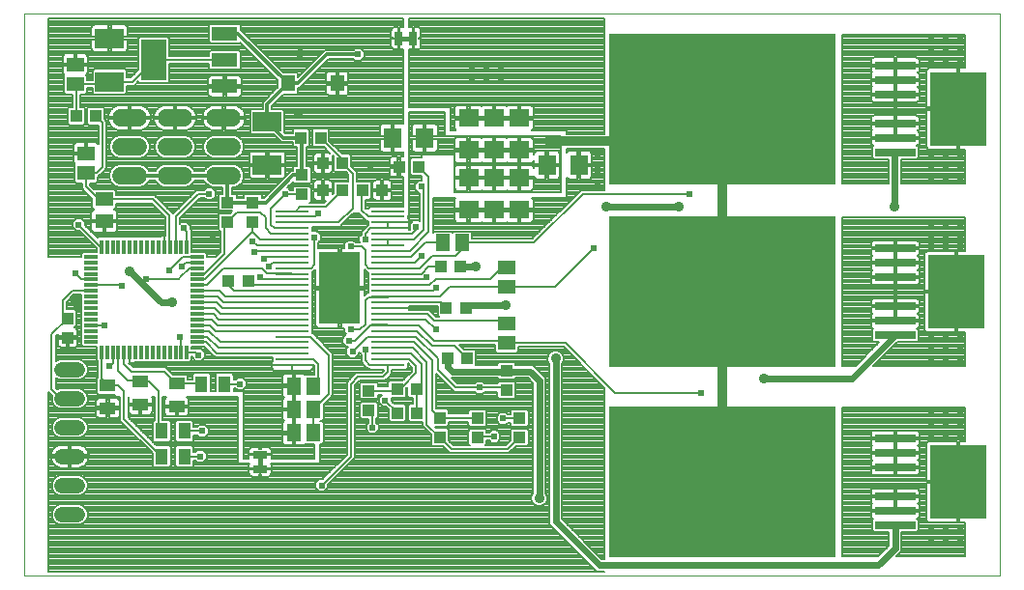
<source format=gtl>
G75*
%MOIN*%
%OFA0B0*%
%FSLAX25Y25*%
%IPPOS*%
%LPD*%
%AMOC8*
5,1,8,0,0,1.08239X$1,22.5*
%
%ADD10C,0.00000*%
%ADD11R,0.05118X0.05906*%
%ADD12R,0.06299X0.07087*%
%ADD13R,0.07087X0.06299*%
%ADD14R,0.05906X0.05118*%
%ADD15R,0.09843X0.06693*%
%ADD16R,0.03937X0.04331*%
%ADD17R,0.04331X0.03937*%
%ADD18R,0.05000X0.05787*%
%ADD19C,0.06000*%
%ADD20R,0.02500X0.05000*%
%ADD21C,0.01600*%
%ADD22R,0.05000X0.02500*%
%ADD23R,0.04331X0.05512*%
%ADD24R,0.05512X0.04331*%
%ADD25R,0.06299X0.05118*%
%ADD26R,0.78000X0.52000*%
%ADD27R,0.14000X0.02800*%
%ADD28R,0.08800X0.04800*%
%ADD29R,0.08661X0.14173*%
%ADD30R,0.19200X0.25400*%
%ADD31R,0.11575X0.01063*%
%ADD32R,0.14213X0.25000*%
%ADD33R,0.04724X0.01181*%
%ADD34R,0.01181X0.04724*%
%ADD35C,0.05200*%
%ADD36C,0.00800*%
%ADD37C,0.02400*%
%ADD38C,0.03600*%
%ADD39C,0.02400*%
%ADD40C,0.01200*%
%ADD41C,0.03200*%
D10*
X0047976Y0001000D02*
X0047976Y0195000D01*
X0384226Y0195000D01*
X0384226Y0001000D01*
X0047976Y0001000D01*
X0152789Y0100375D02*
X0152791Y0100500D01*
X0152797Y0100625D01*
X0152807Y0100749D01*
X0152821Y0100873D01*
X0152838Y0100997D01*
X0152860Y0101120D01*
X0152886Y0101242D01*
X0152915Y0101364D01*
X0152948Y0101484D01*
X0152986Y0101603D01*
X0153026Y0101722D01*
X0153071Y0101838D01*
X0153119Y0101953D01*
X0153171Y0102067D01*
X0153227Y0102179D01*
X0153286Y0102289D01*
X0153348Y0102397D01*
X0153414Y0102504D01*
X0153483Y0102608D01*
X0153556Y0102709D01*
X0153631Y0102809D01*
X0153710Y0102906D01*
X0153792Y0103000D01*
X0153877Y0103092D01*
X0153964Y0103181D01*
X0154055Y0103267D01*
X0154148Y0103350D01*
X0154244Y0103431D01*
X0154342Y0103508D01*
X0154442Y0103582D01*
X0154545Y0103653D01*
X0154650Y0103720D01*
X0154758Y0103785D01*
X0154867Y0103845D01*
X0154978Y0103903D01*
X0155091Y0103956D01*
X0155205Y0104006D01*
X0155321Y0104053D01*
X0155438Y0104095D01*
X0155557Y0104134D01*
X0155677Y0104170D01*
X0155798Y0104201D01*
X0155920Y0104229D01*
X0156042Y0104252D01*
X0156166Y0104272D01*
X0156290Y0104288D01*
X0156414Y0104300D01*
X0156539Y0104308D01*
X0156664Y0104312D01*
X0156788Y0104312D01*
X0156913Y0104308D01*
X0157038Y0104300D01*
X0157162Y0104288D01*
X0157286Y0104272D01*
X0157410Y0104252D01*
X0157532Y0104229D01*
X0157654Y0104201D01*
X0157775Y0104170D01*
X0157895Y0104134D01*
X0158014Y0104095D01*
X0158131Y0104053D01*
X0158247Y0104006D01*
X0158361Y0103956D01*
X0158474Y0103903D01*
X0158585Y0103845D01*
X0158695Y0103785D01*
X0158802Y0103720D01*
X0158907Y0103653D01*
X0159010Y0103582D01*
X0159110Y0103508D01*
X0159208Y0103431D01*
X0159304Y0103350D01*
X0159397Y0103267D01*
X0159488Y0103181D01*
X0159575Y0103092D01*
X0159660Y0103000D01*
X0159742Y0102906D01*
X0159821Y0102809D01*
X0159896Y0102709D01*
X0159969Y0102608D01*
X0160038Y0102504D01*
X0160104Y0102397D01*
X0160166Y0102289D01*
X0160225Y0102179D01*
X0160281Y0102067D01*
X0160333Y0101953D01*
X0160381Y0101838D01*
X0160426Y0101722D01*
X0160466Y0101603D01*
X0160504Y0101484D01*
X0160537Y0101364D01*
X0160566Y0101242D01*
X0160592Y0101120D01*
X0160614Y0100997D01*
X0160631Y0100873D01*
X0160645Y0100749D01*
X0160655Y0100625D01*
X0160661Y0100500D01*
X0160663Y0100375D01*
X0160661Y0100250D01*
X0160655Y0100125D01*
X0160645Y0100001D01*
X0160631Y0099877D01*
X0160614Y0099753D01*
X0160592Y0099630D01*
X0160566Y0099508D01*
X0160537Y0099386D01*
X0160504Y0099266D01*
X0160466Y0099147D01*
X0160426Y0099028D01*
X0160381Y0098912D01*
X0160333Y0098797D01*
X0160281Y0098683D01*
X0160225Y0098571D01*
X0160166Y0098461D01*
X0160104Y0098353D01*
X0160038Y0098246D01*
X0159969Y0098142D01*
X0159896Y0098041D01*
X0159821Y0097941D01*
X0159742Y0097844D01*
X0159660Y0097750D01*
X0159575Y0097658D01*
X0159488Y0097569D01*
X0159397Y0097483D01*
X0159304Y0097400D01*
X0159208Y0097319D01*
X0159110Y0097242D01*
X0159010Y0097168D01*
X0158907Y0097097D01*
X0158802Y0097030D01*
X0158694Y0096965D01*
X0158585Y0096905D01*
X0158474Y0096847D01*
X0158361Y0096794D01*
X0158247Y0096744D01*
X0158131Y0096697D01*
X0158014Y0096655D01*
X0157895Y0096616D01*
X0157775Y0096580D01*
X0157654Y0096549D01*
X0157532Y0096521D01*
X0157410Y0096498D01*
X0157286Y0096478D01*
X0157162Y0096462D01*
X0157038Y0096450D01*
X0156913Y0096442D01*
X0156788Y0096438D01*
X0156664Y0096438D01*
X0156539Y0096442D01*
X0156414Y0096450D01*
X0156290Y0096462D01*
X0156166Y0096478D01*
X0156042Y0096498D01*
X0155920Y0096521D01*
X0155798Y0096549D01*
X0155677Y0096580D01*
X0155557Y0096616D01*
X0155438Y0096655D01*
X0155321Y0096697D01*
X0155205Y0096744D01*
X0155091Y0096794D01*
X0154978Y0096847D01*
X0154867Y0096905D01*
X0154757Y0096965D01*
X0154650Y0097030D01*
X0154545Y0097097D01*
X0154442Y0097168D01*
X0154342Y0097242D01*
X0154244Y0097319D01*
X0154148Y0097400D01*
X0154055Y0097483D01*
X0153964Y0097569D01*
X0153877Y0097658D01*
X0153792Y0097750D01*
X0153710Y0097844D01*
X0153631Y0097941D01*
X0153556Y0098041D01*
X0153483Y0098142D01*
X0153414Y0098246D01*
X0153348Y0098353D01*
X0153286Y0098461D01*
X0153227Y0098571D01*
X0153171Y0098683D01*
X0153119Y0098797D01*
X0153071Y0098912D01*
X0153026Y0099028D01*
X0152986Y0099147D01*
X0152948Y0099266D01*
X0152915Y0099386D01*
X0152886Y0099508D01*
X0152860Y0099630D01*
X0152838Y0099753D01*
X0152821Y0099877D01*
X0152807Y0100001D01*
X0152797Y0100125D01*
X0152791Y0100250D01*
X0152789Y0100375D01*
D11*
X0192129Y0116000D03*
X0198822Y0116000D03*
X0147572Y0066625D03*
X0140879Y0066625D03*
X0140879Y0058500D03*
X0147572Y0058500D03*
X0147572Y0050375D03*
X0140879Y0050375D03*
D12*
X0228089Y0142875D03*
X0239112Y0142875D03*
X0185987Y0152250D03*
X0174964Y0152250D03*
D13*
X0201101Y0147988D03*
X0209851Y0147988D03*
X0218601Y0147988D03*
X0218601Y0138387D03*
X0209851Y0138387D03*
X0201101Y0138387D03*
X0201101Y0127363D03*
X0209851Y0127363D03*
X0218601Y0127363D03*
X0218601Y0159012D03*
X0209851Y0159012D03*
X0201101Y0159012D03*
D14*
X0214226Y0107471D03*
X0214226Y0100779D03*
X0214226Y0088096D03*
X0214226Y0081404D03*
X0069226Y0140154D03*
X0069226Y0146846D03*
X0065476Y0170779D03*
X0065476Y0177471D03*
D15*
X0077351Y0171645D03*
X0077351Y0186605D03*
X0131726Y0157855D03*
X0131726Y0142895D03*
D16*
X0143379Y0152250D03*
X0150072Y0152250D03*
X0150879Y0143500D03*
X0157572Y0143500D03*
X0157572Y0134125D03*
X0150879Y0134125D03*
X0164629Y0134125D03*
X0171322Y0134125D03*
X0177129Y0142250D03*
X0183822Y0142250D03*
X0191504Y0107875D03*
X0198197Y0107875D03*
X0200072Y0093500D03*
X0193379Y0093500D03*
X0194004Y0076000D03*
X0200697Y0076000D03*
X0183197Y0057250D03*
X0176504Y0057250D03*
X0191101Y0055596D03*
X0191101Y0048904D03*
X0062976Y0083279D03*
X0062976Y0089971D03*
X0065879Y0159750D03*
X0072572Y0159750D03*
D17*
X0117976Y0129971D03*
X0126726Y0129971D03*
X0126726Y0123279D03*
X0117976Y0123279D03*
X0143601Y0132654D03*
X0143601Y0139346D03*
X0125072Y0102875D03*
X0118379Y0102875D03*
X0166726Y0064971D03*
X0176504Y0065375D03*
X0183197Y0065375D03*
X0166726Y0058279D03*
X0204226Y0055596D03*
X0218601Y0055596D03*
X0218601Y0048904D03*
X0204226Y0048904D03*
X0214226Y0065154D03*
X0214226Y0071846D03*
D18*
X0155815Y0171000D03*
X0138886Y0171000D03*
D19*
X0119726Y0159125D02*
X0113726Y0159125D01*
X0102851Y0159125D02*
X0096851Y0159125D01*
X0087226Y0159125D02*
X0081226Y0159125D01*
X0081226Y0149125D02*
X0087226Y0149125D01*
X0096851Y0149125D02*
X0102851Y0149125D01*
X0113726Y0149125D02*
X0119726Y0149125D01*
X0119726Y0139125D02*
X0113726Y0139125D01*
X0102851Y0139125D02*
X0096851Y0139125D01*
X0087226Y0139125D02*
X0081226Y0139125D01*
D20*
X0177038Y0186625D03*
X0182038Y0186625D03*
D21*
X0177038Y0186625D01*
X0142976Y0182875D02*
X0142976Y0180375D01*
X0142976Y0161000D02*
X0141101Y0161000D01*
X0167351Y0142875D02*
X0167351Y0141625D01*
X0112976Y0117250D02*
X0111726Y0117250D01*
X0129226Y0042875D02*
X0129226Y0037875D01*
D22*
X0129226Y0037875D03*
X0129226Y0042875D03*
D23*
X0103163Y0042250D03*
X0095289Y0042250D03*
X0095289Y0051000D03*
X0103163Y0051000D03*
X0109039Y0067250D03*
X0116913Y0067250D03*
D24*
X0100476Y0067437D03*
X0100476Y0059563D03*
X0087976Y0060188D03*
X0076726Y0058938D03*
X0076726Y0066812D03*
X0087976Y0068062D03*
D25*
X0075476Y0123510D03*
X0075476Y0130990D03*
D26*
X0288601Y0162250D03*
X0288601Y0099125D03*
X0288601Y0033500D03*
D27*
X0348151Y0028500D03*
X0348151Y0023500D03*
X0348151Y0018500D03*
X0348151Y0038500D03*
X0348151Y0043500D03*
X0348151Y0048500D03*
X0348151Y0084125D03*
X0348151Y0089125D03*
X0348151Y0094125D03*
X0348151Y0104125D03*
X0348151Y0109125D03*
X0348151Y0114125D03*
X0348151Y0147250D03*
X0348151Y0152250D03*
X0348151Y0157250D03*
X0348151Y0167250D03*
X0348151Y0172250D03*
X0348151Y0177250D03*
D28*
X0117051Y0179125D03*
X0117051Y0170025D03*
X0117051Y0188225D03*
D29*
X0092650Y0179125D03*
D30*
X0369226Y0099125D03*
X0369851Y0162250D03*
X0369851Y0033500D03*
D31*
X0173327Y0073800D03*
X0173327Y0075769D03*
X0173327Y0077737D03*
X0173327Y0079706D03*
X0173327Y0081674D03*
X0173327Y0083643D03*
X0173327Y0085611D03*
X0173327Y0087580D03*
X0173327Y0089548D03*
X0173327Y0091517D03*
X0173327Y0093485D03*
X0173327Y0095454D03*
X0173327Y0097422D03*
X0173327Y0099391D03*
X0173327Y0101359D03*
X0173327Y0103328D03*
X0173327Y0105296D03*
X0173327Y0107265D03*
X0173327Y0109233D03*
X0173327Y0111202D03*
X0173327Y0113170D03*
X0173327Y0115139D03*
X0173327Y0117107D03*
X0173327Y0119076D03*
X0173327Y0121044D03*
X0173327Y0123013D03*
X0173327Y0124981D03*
X0173327Y0126950D03*
X0140321Y0126950D03*
X0140321Y0124981D03*
X0140321Y0123013D03*
X0140321Y0121044D03*
X0140321Y0119076D03*
X0140321Y0117107D03*
X0140321Y0115139D03*
X0140321Y0113170D03*
X0140321Y0111202D03*
X0140321Y0109233D03*
X0140321Y0107265D03*
X0140321Y0105296D03*
X0140321Y0103328D03*
X0140321Y0101359D03*
X0140321Y0099391D03*
X0140321Y0097422D03*
X0140321Y0095454D03*
X0140321Y0093485D03*
X0140321Y0091517D03*
X0140321Y0089548D03*
X0140321Y0087580D03*
X0140321Y0085611D03*
X0140321Y0083643D03*
X0140321Y0081674D03*
X0140321Y0079706D03*
X0140321Y0077737D03*
X0140321Y0075769D03*
X0140321Y0073800D03*
D32*
X0156726Y0100375D03*
D33*
X0107464Y0101349D03*
X0107464Y0099381D03*
X0107464Y0097412D03*
X0107464Y0095444D03*
X0107464Y0093475D03*
X0107464Y0091507D03*
X0107464Y0089538D03*
X0107464Y0087570D03*
X0107464Y0085601D03*
X0107464Y0083633D03*
X0107464Y0081664D03*
X0071047Y0081664D03*
X0071047Y0083633D03*
X0071047Y0085601D03*
X0071047Y0087570D03*
X0071047Y0089538D03*
X0071047Y0091507D03*
X0071047Y0093475D03*
X0071047Y0095444D03*
X0071047Y0097412D03*
X0071047Y0099381D03*
X0071047Y0101349D03*
X0071047Y0103318D03*
X0071047Y0105286D03*
X0071047Y0107255D03*
X0071047Y0109223D03*
X0071047Y0111192D03*
X0107464Y0111192D03*
X0107464Y0109223D03*
X0107464Y0107255D03*
X0107464Y0105286D03*
X0107464Y0103318D03*
D34*
X0104019Y0114637D03*
X0102050Y0114637D03*
X0100082Y0114637D03*
X0098113Y0114637D03*
X0096145Y0114637D03*
X0094176Y0114637D03*
X0092208Y0114637D03*
X0090239Y0114637D03*
X0088271Y0114637D03*
X0086302Y0114637D03*
X0084334Y0114637D03*
X0082365Y0114637D03*
X0080397Y0114637D03*
X0078428Y0114637D03*
X0076460Y0114637D03*
X0074491Y0114637D03*
X0074491Y0078219D03*
X0076460Y0078219D03*
X0078428Y0078219D03*
X0080397Y0078219D03*
X0082365Y0078219D03*
X0084334Y0078219D03*
X0086302Y0078219D03*
X0088271Y0078219D03*
X0090239Y0078219D03*
X0092208Y0078219D03*
X0094176Y0078219D03*
X0096145Y0078219D03*
X0098113Y0078219D03*
X0100082Y0078219D03*
X0102050Y0078219D03*
X0104019Y0078219D03*
D35*
X0066201Y0072250D02*
X0061001Y0072250D01*
X0061001Y0062250D02*
X0066201Y0062250D01*
X0066201Y0052250D02*
X0061001Y0052250D01*
X0061001Y0042250D02*
X0066201Y0042250D01*
X0066201Y0032250D02*
X0061001Y0032250D01*
X0061001Y0022250D02*
X0066201Y0022250D01*
D36*
X0069564Y0020963D02*
X0228901Y0020963D01*
X0228901Y0021761D02*
X0069801Y0021761D01*
X0069801Y0021534D02*
X0069801Y0022966D01*
X0069253Y0024289D01*
X0068240Y0025302D01*
X0066917Y0025850D01*
X0060285Y0025850D01*
X0058961Y0025302D01*
X0057949Y0024289D01*
X0057401Y0022966D01*
X0057401Y0021534D01*
X0057949Y0020211D01*
X0058961Y0019198D01*
X0060285Y0018650D01*
X0066917Y0018650D01*
X0068240Y0019198D01*
X0069253Y0020211D01*
X0069801Y0021534D01*
X0069801Y0022560D02*
X0228901Y0022560D01*
X0228901Y0023358D02*
X0069638Y0023358D01*
X0069307Y0024157D02*
X0228901Y0024157D01*
X0228901Y0024955D02*
X0068586Y0024955D01*
X0067149Y0025754D02*
X0223637Y0025754D01*
X0223890Y0025501D02*
X0224919Y0025075D01*
X0226033Y0025075D01*
X0227062Y0025501D01*
X0227849Y0026289D01*
X0228276Y0027318D01*
X0228276Y0028432D01*
X0227849Y0029461D01*
X0227676Y0029635D01*
X0227676Y0069411D01*
X0224551Y0072536D01*
X0223262Y0073825D01*
X0217391Y0073825D01*
X0217391Y0074229D01*
X0216805Y0074815D01*
X0211646Y0074815D01*
X0211060Y0074229D01*
X0211060Y0073825D01*
X0203666Y0073825D01*
X0203666Y0078580D01*
X0203080Y0079165D01*
X0199512Y0079165D01*
X0197827Y0080850D01*
X0210273Y0080850D01*
X0210273Y0078430D01*
X0210859Y0077844D01*
X0217593Y0077844D01*
X0218178Y0078430D01*
X0218178Y0080004D01*
X0233867Y0080004D01*
X0247976Y0065895D01*
X0247976Y0006950D01*
X0247012Y0006950D01*
X0233301Y0020661D01*
X0233301Y0074240D01*
X0233474Y0074414D01*
X0233901Y0075443D01*
X0233901Y0076557D01*
X0233474Y0077586D01*
X0232687Y0078374D01*
X0231658Y0078800D01*
X0230544Y0078800D01*
X0229515Y0078374D01*
X0228727Y0077586D01*
X0228301Y0076557D01*
X0228301Y0075443D01*
X0228727Y0074414D01*
X0228901Y0074240D01*
X0228901Y0018839D01*
X0230189Y0017550D01*
X0245189Y0002550D01*
X0247976Y0002550D01*
X0247976Y0002400D01*
X0056101Y0002400D01*
X0056101Y0064645D01*
X0057512Y0063234D01*
X0057401Y0062966D01*
X0057401Y0061534D01*
X0057949Y0060211D01*
X0058961Y0059198D01*
X0060285Y0058650D01*
X0066917Y0058650D01*
X0068240Y0059198D01*
X0069253Y0060211D01*
X0069801Y0061534D01*
X0069801Y0062966D01*
X0069253Y0064289D01*
X0068240Y0065302D01*
X0066917Y0065850D01*
X0060285Y0065850D01*
X0059274Y0065431D01*
X0058751Y0065955D01*
X0058751Y0069409D01*
X0058961Y0069198D01*
X0060285Y0068650D01*
X0066917Y0068650D01*
X0068240Y0069198D01*
X0069253Y0070211D01*
X0069801Y0071534D01*
X0069801Y0072966D01*
X0069253Y0074289D01*
X0068240Y0075302D01*
X0066917Y0075850D01*
X0060285Y0075850D01*
X0058961Y0075302D01*
X0058751Y0075091D01*
X0058751Y0083767D01*
X0059607Y0084623D01*
X0059607Y0083679D01*
X0062576Y0083679D01*
X0062576Y0082879D01*
X0059607Y0082879D01*
X0059607Y0080929D01*
X0059703Y0080573D01*
X0059887Y0080254D01*
X0060148Y0079993D01*
X0060467Y0079809D01*
X0060823Y0079713D01*
X0062576Y0079713D01*
X0062576Y0082878D01*
X0063376Y0082878D01*
X0063376Y0079713D01*
X0065128Y0079713D01*
X0065485Y0079809D01*
X0065804Y0079993D01*
X0066064Y0080254D01*
X0066249Y0080573D01*
X0066344Y0080929D01*
X0066344Y0082879D01*
X0063376Y0082879D01*
X0063376Y0083679D01*
X0066344Y0083679D01*
X0066344Y0085628D01*
X0066249Y0085984D01*
X0066064Y0086304D01*
X0065804Y0086564D01*
X0065485Y0086748D01*
X0065269Y0086806D01*
X0065358Y0086806D01*
X0065944Y0087392D01*
X0065944Y0092551D01*
X0065358Y0093137D01*
X0062501Y0093137D01*
X0062501Y0095420D01*
X0065061Y0097981D01*
X0067684Y0097981D01*
X0067684Y0080660D01*
X0068270Y0080074D01*
X0072901Y0080074D01*
X0072901Y0075443D01*
X0073091Y0075253D01*
X0073091Y0069513D01*
X0072970Y0069392D01*
X0072970Y0064232D01*
X0073556Y0063647D01*
X0079226Y0063647D01*
X0079226Y0062875D01*
X0080951Y0062875D01*
X0080951Y0054608D01*
X0092123Y0043435D01*
X0092123Y0039080D01*
X0092709Y0038494D01*
X0097868Y0038494D01*
X0098454Y0039080D01*
X0098454Y0045420D01*
X0097868Y0046006D01*
X0093513Y0046006D01*
X0083751Y0055768D01*
X0083751Y0062875D01*
X0083910Y0062875D01*
X0083820Y0062538D01*
X0083820Y0060588D01*
X0087576Y0060588D01*
X0087576Y0059788D01*
X0088376Y0059788D01*
X0088376Y0060588D01*
X0092132Y0060588D01*
X0092132Y0062538D01*
X0092041Y0062875D01*
X0092826Y0062875D01*
X0092826Y0054756D01*
X0092709Y0054756D01*
X0092123Y0054170D01*
X0092123Y0047830D01*
X0092709Y0047244D01*
X0097868Y0047244D01*
X0098454Y0047830D01*
X0098454Y0054170D01*
X0097868Y0054756D01*
X0095626Y0054756D01*
X0095626Y0062875D01*
X0096906Y0062875D01*
X0096860Y0062849D01*
X0096599Y0062588D01*
X0096415Y0062269D01*
X0096320Y0061913D01*
X0096320Y0059963D01*
X0100076Y0059963D01*
X0100076Y0059163D01*
X0100876Y0059163D01*
X0100876Y0059963D01*
X0104632Y0059963D01*
X0104632Y0061913D01*
X0104536Y0062269D01*
X0104352Y0062588D01*
X0104091Y0062849D01*
X0104045Y0062875D01*
X0121726Y0062875D01*
X0121726Y0039750D01*
X0125470Y0039750D01*
X0125421Y0039665D01*
X0125326Y0039309D01*
X0125326Y0038100D01*
X0127426Y0038100D01*
X0127426Y0037650D01*
X0125326Y0037650D01*
X0125326Y0036441D01*
X0125421Y0036085D01*
X0125605Y0035765D01*
X0125866Y0035505D01*
X0126185Y0035320D01*
X0126541Y0035225D01*
X0129001Y0035225D01*
X0129001Y0036075D01*
X0129451Y0036075D01*
X0129451Y0035225D01*
X0131910Y0035225D01*
X0132266Y0035320D01*
X0132585Y0035505D01*
X0132846Y0035765D01*
X0133030Y0036085D01*
X0133126Y0036441D01*
X0133126Y0037650D01*
X0131026Y0037650D01*
X0131026Y0038100D01*
X0133126Y0038100D01*
X0133126Y0039309D01*
X0133030Y0039665D01*
X0132981Y0039750D01*
X0149851Y0039750D01*
X0149851Y0046422D01*
X0150545Y0046422D01*
X0151131Y0047008D01*
X0151131Y0053742D01*
X0150545Y0054328D01*
X0149851Y0054328D01*
X0149851Y0054547D01*
X0150545Y0054547D01*
X0151131Y0055133D01*
X0151131Y0060079D01*
X0153556Y0062504D01*
X0154376Y0063324D01*
X0154376Y0077830D01*
X0147163Y0085043D01*
X0147109Y0085043D01*
X0147109Y0086557D01*
X0147070Y0086595D01*
X0147109Y0086634D01*
X0147109Y0088525D01*
X0147070Y0088564D01*
X0147109Y0088603D01*
X0147109Y0090494D01*
X0147070Y0090532D01*
X0147109Y0090571D01*
X0147109Y0092462D01*
X0147070Y0092501D01*
X0147109Y0092540D01*
X0147109Y0094431D01*
X0147070Y0094469D01*
X0147109Y0094508D01*
X0147109Y0096399D01*
X0147070Y0096438D01*
X0147109Y0096477D01*
X0147109Y0098368D01*
X0147070Y0098406D01*
X0147109Y0098445D01*
X0147109Y0100336D01*
X0147070Y0100375D01*
X0147109Y0100414D01*
X0147109Y0102305D01*
X0147070Y0102344D01*
X0147109Y0102382D01*
X0147109Y0104273D01*
X0147070Y0104312D01*
X0147109Y0104351D01*
X0147109Y0105865D01*
X0147320Y0105865D01*
X0148219Y0106764D01*
X0148219Y0100775D01*
X0151389Y0100775D01*
X0151389Y0099975D01*
X0148219Y0099975D01*
X0148219Y0087691D01*
X0148315Y0087335D01*
X0148499Y0087015D01*
X0148760Y0086755D01*
X0149079Y0086570D01*
X0149435Y0086475D01*
X0156326Y0086475D01*
X0156326Y0095038D01*
X0157126Y0095038D01*
X0157126Y0086475D01*
X0158276Y0086475D01*
X0158276Y0085089D01*
X0158927Y0084438D01*
X0157651Y0083161D01*
X0157651Y0081339D01*
X0158939Y0080050D01*
X0159539Y0080050D01*
X0158901Y0079411D01*
X0158901Y0077589D01*
X0160189Y0076300D01*
X0162012Y0076300D01*
X0163301Y0077589D01*
X0163301Y0078189D01*
X0164076Y0077414D01*
X0164076Y0074795D01*
X0165650Y0073220D01*
X0166471Y0072400D01*
X0166994Y0072400D01*
X0167125Y0072269D01*
X0171927Y0072269D01*
X0171927Y0071931D01*
X0171146Y0071150D01*
X0162396Y0071150D01*
X0159896Y0068650D01*
X0159896Y0068650D01*
X0159076Y0067830D01*
X0159076Y0042830D01*
X0150696Y0034450D01*
X0149564Y0034450D01*
X0148276Y0033161D01*
X0148276Y0031339D01*
X0149564Y0030050D01*
X0151387Y0030050D01*
X0152676Y0031339D01*
X0152676Y0032470D01*
X0161876Y0041670D01*
X0161876Y0066670D01*
X0163556Y0068350D01*
X0172306Y0068350D01*
X0173126Y0069170D01*
X0174727Y0070771D01*
X0174727Y0072269D01*
X0179529Y0072269D01*
X0180114Y0072854D01*
X0180114Y0074369D01*
X0180127Y0074369D01*
X0181576Y0072920D01*
X0181576Y0071580D01*
X0178339Y0068343D01*
X0173925Y0068343D01*
X0173339Y0067758D01*
X0173339Y0066371D01*
X0169891Y0066371D01*
X0169891Y0067354D01*
X0169305Y0067940D01*
X0164146Y0067940D01*
X0163560Y0067354D01*
X0163560Y0062589D01*
X0164146Y0062003D01*
X0169305Y0062003D01*
X0169891Y0062589D01*
X0169891Y0063571D01*
X0171186Y0063571D01*
X0170151Y0062536D01*
X0170151Y0060714D01*
X0171439Y0059425D01*
X0172571Y0059425D01*
X0173536Y0058460D01*
X0173536Y0054670D01*
X0174121Y0054085D01*
X0178887Y0054085D01*
X0179473Y0054670D01*
X0179473Y0059830D01*
X0178887Y0060415D01*
X0175540Y0060415D01*
X0174551Y0061405D01*
X0174551Y0062406D01*
X0179084Y0062406D01*
X0179670Y0062992D01*
X0179670Y0065714D01*
X0180001Y0066045D01*
X0180032Y0066076D01*
X0180032Y0062992D01*
X0180618Y0062406D01*
X0181797Y0062406D01*
X0181797Y0060415D01*
X0180814Y0060415D01*
X0180229Y0059830D01*
X0180229Y0054670D01*
X0180814Y0054085D01*
X0185326Y0054085D01*
X0185326Y0052699D01*
X0188132Y0049892D01*
X0188132Y0046324D01*
X0188718Y0045738D01*
X0192286Y0045738D01*
X0193854Y0044170D01*
X0194674Y0043350D01*
X0215027Y0043350D01*
X0217612Y0045935D01*
X0221180Y0045935D01*
X0221766Y0046521D01*
X0221766Y0051286D01*
X0221180Y0051872D01*
X0216021Y0051872D01*
X0215435Y0051286D01*
X0215435Y0047718D01*
X0213867Y0046150D01*
X0207020Y0046150D01*
X0207391Y0046521D01*
X0207391Y0047725D01*
X0208139Y0047725D01*
X0208939Y0046925D01*
X0210762Y0046925D01*
X0212051Y0048214D01*
X0212051Y0050036D01*
X0210762Y0051325D01*
X0208939Y0051325D01*
X0208139Y0050525D01*
X0207391Y0050525D01*
X0207391Y0051286D01*
X0206805Y0051872D01*
X0201646Y0051872D01*
X0201060Y0051286D01*
X0201060Y0046521D01*
X0201431Y0046150D01*
X0195834Y0046150D01*
X0194069Y0047915D01*
X0194069Y0051483D01*
X0193483Y0052069D01*
X0189915Y0052069D01*
X0189553Y0052431D01*
X0193483Y0052431D01*
X0194069Y0053017D01*
X0194069Y0054196D01*
X0201060Y0054196D01*
X0201060Y0053214D01*
X0201646Y0052628D01*
X0206805Y0052628D01*
X0207391Y0053214D01*
X0207391Y0057979D01*
X0206805Y0058565D01*
X0201646Y0058565D01*
X0201060Y0057979D01*
X0201060Y0056996D01*
X0194069Y0056996D01*
X0194069Y0058176D01*
X0193483Y0058762D01*
X0190001Y0058762D01*
X0190001Y0070745D01*
X0195326Y0065420D01*
X0196146Y0064600D01*
X0203139Y0064600D01*
X0203939Y0063800D01*
X0205762Y0063800D01*
X0206562Y0064600D01*
X0211060Y0064600D01*
X0211060Y0062771D01*
X0211646Y0062185D01*
X0216805Y0062185D01*
X0217391Y0062771D01*
X0217391Y0067536D01*
X0216805Y0068122D01*
X0211646Y0068122D01*
X0211060Y0067536D01*
X0211060Y0067400D01*
X0206562Y0067400D01*
X0205762Y0068200D01*
X0203939Y0068200D01*
X0203139Y0067400D01*
X0197306Y0067400D01*
X0195281Y0069425D01*
X0211099Y0069425D01*
X0211646Y0068878D01*
X0216805Y0068878D01*
X0217352Y0069425D01*
X0221439Y0069425D01*
X0223276Y0067589D01*
X0223276Y0029635D01*
X0223102Y0029461D01*
X0222676Y0028432D01*
X0222676Y0027318D01*
X0223102Y0026289D01*
X0223890Y0025501D01*
X0222993Y0026552D02*
X0056101Y0026552D01*
X0056101Y0025754D02*
X0060052Y0025754D01*
X0058615Y0024955D02*
X0056101Y0024955D01*
X0056101Y0024157D02*
X0057894Y0024157D01*
X0057563Y0023358D02*
X0056101Y0023358D01*
X0056101Y0022560D02*
X0057401Y0022560D01*
X0057401Y0021761D02*
X0056101Y0021761D01*
X0056101Y0020963D02*
X0057637Y0020963D01*
X0057995Y0020164D02*
X0056101Y0020164D01*
X0056101Y0019366D02*
X0058794Y0019366D01*
X0056101Y0018567D02*
X0229172Y0018567D01*
X0228901Y0019366D02*
X0068408Y0019366D01*
X0069206Y0020164D02*
X0228901Y0020164D01*
X0229971Y0017769D02*
X0056101Y0017769D01*
X0056101Y0016970D02*
X0230769Y0016970D01*
X0231568Y0016172D02*
X0056101Y0016172D01*
X0056101Y0015373D02*
X0232366Y0015373D01*
X0233165Y0014575D02*
X0056101Y0014575D01*
X0056101Y0013776D02*
X0233963Y0013776D01*
X0234762Y0012978D02*
X0056101Y0012978D01*
X0056101Y0012179D02*
X0235560Y0012179D01*
X0236359Y0011381D02*
X0056101Y0011381D01*
X0056101Y0010582D02*
X0237157Y0010582D01*
X0237956Y0009784D02*
X0056101Y0009784D01*
X0056101Y0008985D02*
X0238754Y0008985D01*
X0239553Y0008187D02*
X0056101Y0008187D01*
X0056101Y0007388D02*
X0240351Y0007388D01*
X0241150Y0006590D02*
X0056101Y0006590D01*
X0056101Y0005791D02*
X0241948Y0005791D01*
X0242747Y0004993D02*
X0056101Y0004993D01*
X0056101Y0004194D02*
X0243545Y0004194D01*
X0244344Y0003396D02*
X0056101Y0003396D01*
X0056101Y0002597D02*
X0245142Y0002597D01*
X0246574Y0007388D02*
X0247976Y0007388D01*
X0247976Y0008187D02*
X0245775Y0008187D01*
X0244977Y0008985D02*
X0247976Y0008985D01*
X0247976Y0009784D02*
X0244178Y0009784D01*
X0243380Y0010582D02*
X0247976Y0010582D01*
X0247976Y0011381D02*
X0242581Y0011381D01*
X0241783Y0012179D02*
X0247976Y0012179D01*
X0247976Y0012978D02*
X0240984Y0012978D01*
X0240186Y0013776D02*
X0247976Y0013776D01*
X0247976Y0014575D02*
X0239387Y0014575D01*
X0238589Y0015373D02*
X0247976Y0015373D01*
X0247976Y0016172D02*
X0237790Y0016172D01*
X0236992Y0016970D02*
X0247976Y0016970D01*
X0247976Y0017769D02*
X0236193Y0017769D01*
X0235395Y0018567D02*
X0247976Y0018567D01*
X0247976Y0019366D02*
X0234596Y0019366D01*
X0233798Y0020164D02*
X0247976Y0020164D01*
X0247976Y0020963D02*
X0233301Y0020963D01*
X0233301Y0021761D02*
X0247976Y0021761D01*
X0247976Y0022560D02*
X0233301Y0022560D01*
X0233301Y0023358D02*
X0247976Y0023358D01*
X0247976Y0024157D02*
X0233301Y0024157D01*
X0233301Y0024955D02*
X0247976Y0024955D01*
X0247976Y0025754D02*
X0233301Y0025754D01*
X0233301Y0026552D02*
X0247976Y0026552D01*
X0247976Y0027351D02*
X0233301Y0027351D01*
X0233301Y0028149D02*
X0247976Y0028149D01*
X0247976Y0028948D02*
X0233301Y0028948D01*
X0233301Y0029746D02*
X0247976Y0029746D01*
X0247976Y0030545D02*
X0233301Y0030545D01*
X0233301Y0031343D02*
X0247976Y0031343D01*
X0247976Y0032142D02*
X0233301Y0032142D01*
X0233301Y0032940D02*
X0247976Y0032940D01*
X0247976Y0033739D02*
X0233301Y0033739D01*
X0233301Y0034537D02*
X0247976Y0034537D01*
X0247976Y0035336D02*
X0233301Y0035336D01*
X0233301Y0036134D02*
X0247976Y0036134D01*
X0247976Y0036933D02*
X0233301Y0036933D01*
X0233301Y0037732D02*
X0247976Y0037732D01*
X0247976Y0038530D02*
X0233301Y0038530D01*
X0233301Y0039329D02*
X0247976Y0039329D01*
X0247976Y0040127D02*
X0233301Y0040127D01*
X0233301Y0040926D02*
X0247976Y0040926D01*
X0247976Y0041724D02*
X0233301Y0041724D01*
X0233301Y0042523D02*
X0247976Y0042523D01*
X0247976Y0043321D02*
X0233301Y0043321D01*
X0233301Y0044120D02*
X0247976Y0044120D01*
X0247976Y0044918D02*
X0233301Y0044918D01*
X0233301Y0045717D02*
X0247976Y0045717D01*
X0247976Y0046515D02*
X0233301Y0046515D01*
X0233301Y0047314D02*
X0247976Y0047314D01*
X0247976Y0048112D02*
X0233301Y0048112D01*
X0233301Y0048911D02*
X0247976Y0048911D01*
X0247976Y0049709D02*
X0233301Y0049709D01*
X0233301Y0050508D02*
X0247976Y0050508D01*
X0247976Y0051306D02*
X0233301Y0051306D01*
X0233301Y0052105D02*
X0247976Y0052105D01*
X0247976Y0052903D02*
X0233301Y0052903D01*
X0233301Y0053702D02*
X0247976Y0053702D01*
X0247976Y0054500D02*
X0233301Y0054500D01*
X0233301Y0055299D02*
X0247976Y0055299D01*
X0247976Y0056097D02*
X0233301Y0056097D01*
X0233301Y0056896D02*
X0247976Y0056896D01*
X0247976Y0057694D02*
X0233301Y0057694D01*
X0233301Y0058493D02*
X0247976Y0058493D01*
X0247976Y0059291D02*
X0233301Y0059291D01*
X0233301Y0060090D02*
X0247976Y0060090D01*
X0247976Y0060888D02*
X0233301Y0060888D01*
X0233301Y0061687D02*
X0247976Y0061687D01*
X0247976Y0062485D02*
X0233301Y0062485D01*
X0233301Y0063284D02*
X0247976Y0063284D01*
X0247976Y0064082D02*
X0233301Y0064082D01*
X0233301Y0064881D02*
X0247976Y0064881D01*
X0247976Y0065679D02*
X0233301Y0065679D01*
X0233301Y0066478D02*
X0247393Y0066478D01*
X0246594Y0067276D02*
X0233301Y0067276D01*
X0233301Y0068075D02*
X0245796Y0068075D01*
X0244997Y0068873D02*
X0233301Y0068873D01*
X0233301Y0069672D02*
X0244199Y0069672D01*
X0243400Y0070470D02*
X0233301Y0070470D01*
X0233301Y0071269D02*
X0242602Y0071269D01*
X0241803Y0072068D02*
X0233301Y0072068D01*
X0233301Y0072866D02*
X0241005Y0072866D01*
X0240206Y0073665D02*
X0233301Y0073665D01*
X0233495Y0074463D02*
X0239408Y0074463D01*
X0238609Y0075262D02*
X0233825Y0075262D01*
X0233901Y0076060D02*
X0237811Y0076060D01*
X0237012Y0076859D02*
X0233776Y0076859D01*
X0233403Y0077657D02*
X0236214Y0077657D01*
X0235415Y0078456D02*
X0232489Y0078456D01*
X0234617Y0079254D02*
X0218178Y0079254D01*
X0218178Y0078456D02*
X0229712Y0078456D01*
X0228798Y0077657D02*
X0203666Y0077657D01*
X0203666Y0076859D02*
X0228426Y0076859D01*
X0228301Y0076060D02*
X0203666Y0076060D01*
X0203666Y0075262D02*
X0228376Y0075262D01*
X0228707Y0074463D02*
X0217157Y0074463D01*
X0214447Y0071625D02*
X0214226Y0071846D01*
X0214004Y0071625D01*
X0211294Y0074463D02*
X0203666Y0074463D01*
X0200697Y0076000D02*
X0196322Y0080375D01*
X0188601Y0080375D01*
X0183364Y0085611D01*
X0173327Y0085611D01*
X0173327Y0083643D02*
X0166243Y0083643D01*
X0161101Y0078500D01*
X0158901Y0078456D02*
X0153750Y0078456D01*
X0154376Y0077657D02*
X0158901Y0077657D01*
X0159631Y0076859D02*
X0154376Y0076859D01*
X0154376Y0076060D02*
X0164076Y0076060D01*
X0164076Y0075262D02*
X0154376Y0075262D01*
X0154376Y0074463D02*
X0164408Y0074463D01*
X0165206Y0073665D02*
X0154376Y0073665D01*
X0154376Y0072866D02*
X0166005Y0072866D01*
X0167050Y0073800D02*
X0173327Y0073800D01*
X0173327Y0071351D01*
X0171726Y0069750D01*
X0162976Y0069750D01*
X0160476Y0067250D01*
X0160476Y0042250D01*
X0150476Y0032250D01*
X0148853Y0033739D02*
X0069481Y0033739D01*
X0069253Y0034289D02*
X0068240Y0035302D01*
X0066917Y0035850D01*
X0060285Y0035850D01*
X0058961Y0035302D01*
X0057949Y0034289D01*
X0057401Y0032966D01*
X0057401Y0031534D01*
X0057949Y0030211D01*
X0058961Y0029198D01*
X0060285Y0028650D01*
X0066917Y0028650D01*
X0068240Y0029198D01*
X0069253Y0030211D01*
X0069801Y0031534D01*
X0069801Y0032966D01*
X0069253Y0034289D01*
X0069004Y0034537D02*
X0150783Y0034537D01*
X0151582Y0035336D02*
X0132293Y0035336D01*
X0133044Y0036134D02*
X0152380Y0036134D01*
X0153179Y0036933D02*
X0133126Y0036933D01*
X0133126Y0038530D02*
X0154776Y0038530D01*
X0155574Y0039329D02*
X0133121Y0039329D01*
X0133126Y0041625D02*
X0133126Y0042650D01*
X0131026Y0042650D01*
X0131026Y0043100D01*
X0133126Y0043100D01*
X0133126Y0044309D01*
X0133030Y0044665D01*
X0132846Y0044985D01*
X0132585Y0045245D01*
X0132266Y0045430D01*
X0131910Y0045525D01*
X0129451Y0045525D01*
X0129451Y0044675D01*
X0129001Y0044675D01*
X0129001Y0045525D01*
X0126541Y0045525D01*
X0126185Y0045430D01*
X0125866Y0045245D01*
X0125605Y0044985D01*
X0125421Y0044665D01*
X0125326Y0044309D01*
X0125326Y0043100D01*
X0127426Y0043100D01*
X0127426Y0042650D01*
X0125326Y0042650D01*
X0125326Y0041625D01*
X0123601Y0041625D01*
X0123601Y0064750D01*
X0120078Y0064750D01*
X0120078Y0065850D01*
X0120639Y0065850D01*
X0121439Y0065050D01*
X0123262Y0065050D01*
X0124551Y0066339D01*
X0124551Y0068161D01*
X0123262Y0069450D01*
X0121439Y0069450D01*
X0120639Y0068650D01*
X0120078Y0068650D01*
X0120078Y0070420D01*
X0119492Y0071006D01*
X0114333Y0071006D01*
X0113747Y0070420D01*
X0113747Y0064750D01*
X0112204Y0064750D01*
X0112204Y0070420D01*
X0111618Y0071006D01*
X0106459Y0071006D01*
X0105873Y0070420D01*
X0105873Y0068802D01*
X0105709Y0068810D01*
X0105682Y0068837D01*
X0105135Y0068837D01*
X0104589Y0068863D01*
X0104560Y0068837D01*
X0104232Y0068837D01*
X0104232Y0070017D01*
X0103646Y0070602D01*
X0099290Y0070602D01*
X0097688Y0072205D01*
X0096868Y0073025D01*
X0085431Y0073025D01*
X0083998Y0074457D01*
X0084334Y0074457D01*
X0085109Y0074457D01*
X0085465Y0074553D01*
X0085784Y0074737D01*
X0085904Y0074857D01*
X0105024Y0074857D01*
X0105610Y0075443D01*
X0105610Y0076819D01*
X0105776Y0076819D01*
X0105776Y0076339D01*
X0107064Y0075050D01*
X0108887Y0075050D01*
X0110176Y0076339D01*
X0110176Y0078161D01*
X0108887Y0079450D01*
X0107756Y0079450D01*
X0107586Y0079619D01*
X0105610Y0079619D01*
X0105610Y0080074D01*
X0110047Y0080074D01*
X0112963Y0077157D01*
X0113784Y0076337D01*
X0133534Y0076337D01*
X0133534Y0075312D01*
X0133414Y0075191D01*
X0133229Y0074872D01*
X0133134Y0074516D01*
X0133134Y0073800D01*
X0133134Y0073084D01*
X0133229Y0072728D01*
X0133414Y0072409D01*
X0133674Y0072148D01*
X0133993Y0071964D01*
X0134350Y0071869D01*
X0140321Y0071869D01*
X0140321Y0073800D01*
X0133134Y0073800D01*
X0140321Y0073800D01*
X0140321Y0073800D01*
X0140321Y0073800D01*
X0140321Y0071869D01*
X0146293Y0071869D01*
X0146649Y0071964D01*
X0146968Y0072148D01*
X0147229Y0072409D01*
X0147413Y0072728D01*
X0147509Y0073084D01*
X0147509Y0073800D01*
X0140321Y0073800D01*
X0140321Y0073800D01*
X0147509Y0073800D01*
X0147509Y0073862D01*
X0147826Y0073545D01*
X0147826Y0070578D01*
X0144599Y0070578D01*
X0144509Y0070487D01*
X0144298Y0070698D01*
X0143979Y0070882D01*
X0143623Y0070978D01*
X0141279Y0070978D01*
X0141279Y0067025D01*
X0140479Y0067025D01*
X0140479Y0066225D01*
X0136920Y0066225D01*
X0136920Y0063488D01*
X0137016Y0063132D01*
X0137200Y0062813D01*
X0137450Y0062562D01*
X0137200Y0062312D01*
X0137016Y0061993D01*
X0136920Y0061637D01*
X0136920Y0058900D01*
X0140479Y0058900D01*
X0140479Y0058100D01*
X0136920Y0058100D01*
X0136920Y0055363D01*
X0137016Y0055007D01*
X0137200Y0054688D01*
X0137450Y0054437D01*
X0137200Y0054187D01*
X0137016Y0053868D01*
X0136920Y0053512D01*
X0136920Y0050775D01*
X0140479Y0050775D01*
X0140479Y0049975D01*
X0136920Y0049975D01*
X0136920Y0047238D01*
X0137016Y0046882D01*
X0137200Y0046563D01*
X0137461Y0046302D01*
X0137780Y0046118D01*
X0138136Y0046022D01*
X0140479Y0046022D01*
X0140479Y0049975D01*
X0141279Y0049975D01*
X0141279Y0046022D01*
X0143623Y0046022D01*
X0143979Y0046118D01*
X0144298Y0046302D01*
X0144509Y0046513D01*
X0144599Y0046422D01*
X0147976Y0046422D01*
X0147976Y0041625D01*
X0133126Y0041625D01*
X0133126Y0041724D02*
X0147976Y0041724D01*
X0147976Y0042523D02*
X0133126Y0042523D01*
X0133126Y0043321D02*
X0147976Y0043321D01*
X0147976Y0044120D02*
X0133126Y0044120D01*
X0132884Y0044918D02*
X0147976Y0044918D01*
X0147976Y0045717D02*
X0123601Y0045717D01*
X0123601Y0046515D02*
X0137247Y0046515D01*
X0136920Y0047314D02*
X0123601Y0047314D01*
X0123601Y0048112D02*
X0136920Y0048112D01*
X0136920Y0048911D02*
X0123601Y0048911D01*
X0123601Y0049709D02*
X0136920Y0049709D01*
X0136920Y0051306D02*
X0123601Y0051306D01*
X0123601Y0050508D02*
X0140479Y0050508D01*
X0140479Y0050775D02*
X0140479Y0058100D01*
X0141279Y0058100D01*
X0141279Y0054147D01*
X0141279Y0050775D01*
X0140479Y0050775D01*
X0140479Y0051306D02*
X0141279Y0051306D01*
X0141279Y0052105D02*
X0140479Y0052105D01*
X0140479Y0052903D02*
X0141279Y0052903D01*
X0141279Y0053702D02*
X0140479Y0053702D01*
X0140479Y0054500D02*
X0141279Y0054500D01*
X0141279Y0055299D02*
X0140479Y0055299D01*
X0140479Y0056097D02*
X0141279Y0056097D01*
X0141279Y0056896D02*
X0140479Y0056896D01*
X0140479Y0057694D02*
X0141279Y0057694D01*
X0140479Y0058493D02*
X0123601Y0058493D01*
X0123601Y0059291D02*
X0136920Y0059291D01*
X0136920Y0060090D02*
X0123601Y0060090D01*
X0123601Y0060888D02*
X0136920Y0060888D01*
X0136934Y0061687D02*
X0123601Y0061687D01*
X0123601Y0062485D02*
X0137373Y0062485D01*
X0136975Y0063284D02*
X0123601Y0063284D01*
X0123601Y0064082D02*
X0136920Y0064082D01*
X0136920Y0064881D02*
X0120078Y0064881D01*
X0120078Y0065679D02*
X0120810Y0065679D01*
X0122351Y0067250D02*
X0116913Y0067250D01*
X0113747Y0067276D02*
X0112204Y0067276D01*
X0112204Y0066478D02*
X0113747Y0066478D01*
X0113747Y0065679D02*
X0112204Y0065679D01*
X0112204Y0064881D02*
X0113747Y0064881D01*
X0113747Y0068075D02*
X0112204Y0068075D01*
X0112204Y0068873D02*
X0113747Y0068873D01*
X0113747Y0069672D02*
X0112204Y0069672D01*
X0112154Y0070470D02*
X0113798Y0070470D01*
X0109039Y0067250D02*
X0105102Y0067437D01*
X0100476Y0067437D01*
X0096288Y0071625D01*
X0084851Y0071625D01*
X0082365Y0074110D01*
X0082365Y0078219D01*
X0080397Y0078219D02*
X0080397Y0071704D01*
X0083601Y0068500D01*
X0085663Y0068500D01*
X0087976Y0068062D01*
X0090914Y0068062D01*
X0094226Y0064750D01*
X0094226Y0052063D01*
X0095289Y0051000D01*
X0098454Y0051306D02*
X0099997Y0051306D01*
X0099997Y0050508D02*
X0098454Y0050508D01*
X0098454Y0049709D02*
X0099997Y0049709D01*
X0099997Y0048911D02*
X0098454Y0048911D01*
X0098454Y0048112D02*
X0099997Y0048112D01*
X0099997Y0047830D02*
X0100583Y0047244D01*
X0105742Y0047244D01*
X0106328Y0047830D01*
X0106328Y0049600D01*
X0107514Y0049600D01*
X0108314Y0048800D01*
X0110137Y0048800D01*
X0111426Y0050089D01*
X0111426Y0051911D01*
X0110137Y0053200D01*
X0108314Y0053200D01*
X0107514Y0052400D01*
X0106328Y0052400D01*
X0106328Y0054170D01*
X0105742Y0054756D01*
X0100583Y0054756D01*
X0099997Y0054170D01*
X0099997Y0047830D01*
X0100514Y0047314D02*
X0097938Y0047314D01*
X0098157Y0045717D02*
X0100294Y0045717D01*
X0100583Y0046006D02*
X0099997Y0045420D01*
X0099997Y0039080D01*
X0100583Y0038494D01*
X0105742Y0038494D01*
X0106328Y0039080D01*
X0106328Y0040850D01*
X0106889Y0040850D01*
X0107689Y0040050D01*
X0109512Y0040050D01*
X0110801Y0041339D01*
X0110801Y0043161D01*
X0109512Y0044450D01*
X0107689Y0044450D01*
X0106889Y0043650D01*
X0106328Y0043650D01*
X0106328Y0045420D01*
X0105742Y0046006D01*
X0100583Y0046006D01*
X0099997Y0044918D02*
X0098454Y0044918D01*
X0098454Y0044120D02*
X0099997Y0044120D01*
X0099997Y0043321D02*
X0098454Y0043321D01*
X0098454Y0042523D02*
X0099997Y0042523D01*
X0099997Y0041724D02*
X0098454Y0041724D01*
X0098454Y0040926D02*
X0099997Y0040926D01*
X0099997Y0040127D02*
X0098454Y0040127D01*
X0098454Y0039329D02*
X0099997Y0039329D01*
X0100547Y0038530D02*
X0097904Y0038530D01*
X0092673Y0038530D02*
X0067672Y0038530D01*
X0067367Y0038404D02*
X0068095Y0038705D01*
X0068751Y0039143D01*
X0069308Y0039700D01*
X0069745Y0040355D01*
X0070047Y0041083D01*
X0070199Y0041850D01*
X0064001Y0041850D01*
X0064001Y0042650D01*
X0070199Y0042650D01*
X0070047Y0043417D01*
X0069745Y0044145D01*
X0069308Y0044800D01*
X0068751Y0045357D01*
X0068095Y0045795D01*
X0067367Y0046096D01*
X0066595Y0046250D01*
X0064001Y0046250D01*
X0064001Y0042650D01*
X0063201Y0042650D01*
X0063201Y0046250D01*
X0060607Y0046250D01*
X0059834Y0046096D01*
X0059106Y0045795D01*
X0058451Y0045357D01*
X0057894Y0044800D01*
X0057456Y0044145D01*
X0057154Y0043417D01*
X0057002Y0042650D01*
X0063201Y0042650D01*
X0063201Y0041850D01*
X0064001Y0041850D01*
X0064001Y0038250D01*
X0066595Y0038250D01*
X0067367Y0038404D01*
X0068936Y0039329D02*
X0092123Y0039329D01*
X0092123Y0040127D02*
X0069593Y0040127D01*
X0069982Y0040926D02*
X0092123Y0040926D01*
X0092123Y0041724D02*
X0070174Y0041724D01*
X0070066Y0043321D02*
X0092123Y0043321D01*
X0092123Y0042523D02*
X0064001Y0042523D01*
X0064001Y0043321D02*
X0063201Y0043321D01*
X0063201Y0042523D02*
X0056101Y0042523D01*
X0056101Y0043321D02*
X0057135Y0043321D01*
X0057446Y0044120D02*
X0056101Y0044120D01*
X0056101Y0044918D02*
X0058012Y0044918D01*
X0058989Y0045717D02*
X0056101Y0045717D01*
X0056101Y0046515D02*
X0089044Y0046515D01*
X0089842Y0045717D02*
X0068212Y0045717D01*
X0069189Y0044918D02*
X0090641Y0044918D01*
X0091439Y0044120D02*
X0069756Y0044120D01*
X0067546Y0048911D02*
X0086648Y0048911D01*
X0085850Y0049709D02*
X0068751Y0049709D01*
X0069253Y0050211D02*
X0069801Y0051534D01*
X0069801Y0052966D01*
X0069253Y0054289D01*
X0068240Y0055302D01*
X0066917Y0055850D01*
X0060285Y0055850D01*
X0058961Y0055302D01*
X0057949Y0054289D01*
X0057401Y0052966D01*
X0057401Y0051534D01*
X0057949Y0050211D01*
X0058961Y0049198D01*
X0060285Y0048650D01*
X0066917Y0048650D01*
X0068240Y0049198D01*
X0069253Y0050211D01*
X0069376Y0050508D02*
X0085051Y0050508D01*
X0084253Y0051306D02*
X0069706Y0051306D01*
X0069801Y0052105D02*
X0083454Y0052105D01*
X0082656Y0052903D02*
X0069801Y0052903D01*
X0069496Y0053702D02*
X0081857Y0053702D01*
X0081059Y0054500D02*
X0069042Y0054500D01*
X0068243Y0055299D02*
X0080951Y0055299D01*
X0080341Y0055652D02*
X0080602Y0055913D01*
X0080786Y0056232D01*
X0080882Y0056588D01*
X0080882Y0058538D01*
X0077126Y0058538D01*
X0077126Y0059338D01*
X0080882Y0059338D01*
X0080882Y0061288D01*
X0080786Y0061644D01*
X0080602Y0061963D01*
X0080341Y0062224D01*
X0080022Y0062408D01*
X0079666Y0062503D01*
X0077126Y0062503D01*
X0077126Y0059338D01*
X0076326Y0059338D01*
X0076326Y0062503D01*
X0073785Y0062503D01*
X0073429Y0062408D01*
X0073110Y0062224D01*
X0072849Y0061963D01*
X0072665Y0061644D01*
X0072570Y0061288D01*
X0072570Y0059338D01*
X0076326Y0059338D01*
X0076326Y0058538D01*
X0077126Y0058538D01*
X0077126Y0055373D01*
X0079666Y0055373D01*
X0080022Y0055468D01*
X0080341Y0055652D01*
X0080708Y0056097D02*
X0080951Y0056097D01*
X0080951Y0056896D02*
X0080882Y0056896D01*
X0080882Y0057694D02*
X0080951Y0057694D01*
X0080951Y0058493D02*
X0080882Y0058493D01*
X0080951Y0059291D02*
X0077126Y0059291D01*
X0077126Y0058493D02*
X0076326Y0058493D01*
X0076326Y0058538D02*
X0076326Y0055373D01*
X0073785Y0055373D01*
X0073429Y0055468D01*
X0073110Y0055652D01*
X0072849Y0055913D01*
X0072665Y0056232D01*
X0072570Y0056588D01*
X0072570Y0058538D01*
X0076326Y0058538D01*
X0076326Y0059291D02*
X0068333Y0059291D01*
X0069132Y0060090D02*
X0072570Y0060090D01*
X0072570Y0060888D02*
X0069533Y0060888D01*
X0069801Y0061687D02*
X0072690Y0061687D01*
X0073718Y0062485D02*
X0069801Y0062485D01*
X0069669Y0063284D02*
X0079226Y0063284D01*
X0079733Y0062485D02*
X0080951Y0062485D01*
X0080951Y0061687D02*
X0080761Y0061687D01*
X0080882Y0060888D02*
X0080951Y0060888D01*
X0080951Y0060090D02*
X0080882Y0060090D01*
X0083751Y0060090D02*
X0087576Y0060090D01*
X0087576Y0059788D02*
X0083820Y0059788D01*
X0083820Y0057838D01*
X0083915Y0057482D01*
X0084099Y0057163D01*
X0084360Y0056902D01*
X0084679Y0056718D01*
X0085035Y0056623D01*
X0087576Y0056623D01*
X0087576Y0059788D01*
X0087576Y0059291D02*
X0088376Y0059291D01*
X0088376Y0059788D02*
X0088376Y0056623D01*
X0090916Y0056623D01*
X0091272Y0056718D01*
X0091591Y0056902D01*
X0091852Y0057163D01*
X0092036Y0057482D01*
X0092132Y0057838D01*
X0092132Y0059788D01*
X0088376Y0059788D01*
X0088376Y0060090D02*
X0092826Y0060090D01*
X0092826Y0060888D02*
X0092132Y0060888D01*
X0092132Y0061687D02*
X0092826Y0061687D01*
X0092826Y0062485D02*
X0092132Y0062485D01*
X0092132Y0059291D02*
X0092826Y0059291D01*
X0092826Y0058493D02*
X0092132Y0058493D01*
X0092093Y0057694D02*
X0092826Y0057694D01*
X0092826Y0056896D02*
X0091580Y0056896D01*
X0092826Y0056097D02*
X0083751Y0056097D01*
X0083751Y0056896D02*
X0084372Y0056896D01*
X0083858Y0057694D02*
X0083751Y0057694D01*
X0083751Y0058493D02*
X0083820Y0058493D01*
X0083820Y0059291D02*
X0083751Y0059291D01*
X0083751Y0060888D02*
X0083820Y0060888D01*
X0083820Y0061687D02*
X0083751Y0061687D01*
X0083751Y0062485D02*
X0083820Y0062485D01*
X0077126Y0062485D02*
X0076326Y0062485D01*
X0076326Y0061687D02*
X0077126Y0061687D01*
X0077126Y0060888D02*
X0076326Y0060888D01*
X0076326Y0060090D02*
X0077126Y0060090D01*
X0077126Y0057694D02*
X0076326Y0057694D01*
X0076326Y0056896D02*
X0077126Y0056896D01*
X0077126Y0056097D02*
X0076326Y0056097D01*
X0072743Y0056097D02*
X0056101Y0056097D01*
X0056101Y0055299D02*
X0058958Y0055299D01*
X0058160Y0054500D02*
X0056101Y0054500D01*
X0056101Y0053702D02*
X0057705Y0053702D01*
X0057401Y0052903D02*
X0056101Y0052903D01*
X0056101Y0052105D02*
X0057401Y0052105D01*
X0057495Y0051306D02*
X0056101Y0051306D01*
X0056101Y0050508D02*
X0057826Y0050508D01*
X0058450Y0049709D02*
X0056101Y0049709D01*
X0056101Y0048911D02*
X0059655Y0048911D01*
X0056101Y0048112D02*
X0087447Y0048112D01*
X0088245Y0047314D02*
X0056101Y0047314D01*
X0063201Y0045717D02*
X0064001Y0045717D01*
X0064001Y0044918D02*
X0063201Y0044918D01*
X0063201Y0044120D02*
X0064001Y0044120D01*
X0064001Y0041724D02*
X0063201Y0041724D01*
X0063201Y0041850D02*
X0063201Y0038250D01*
X0060607Y0038250D01*
X0059834Y0038404D01*
X0059106Y0038705D01*
X0058451Y0039143D01*
X0057894Y0039700D01*
X0057456Y0040355D01*
X0057154Y0041083D01*
X0057002Y0041850D01*
X0063201Y0041850D01*
X0063201Y0040926D02*
X0064001Y0040926D01*
X0064001Y0040127D02*
X0063201Y0040127D01*
X0063201Y0039329D02*
X0064001Y0039329D01*
X0064001Y0038530D02*
X0063201Y0038530D01*
X0059529Y0038530D02*
X0056101Y0038530D01*
X0056101Y0037732D02*
X0127426Y0037732D01*
X0125326Y0038530D02*
X0105778Y0038530D01*
X0106328Y0039329D02*
X0125331Y0039329D01*
X0125326Y0041724D02*
X0123601Y0041724D01*
X0123601Y0042523D02*
X0125326Y0042523D01*
X0125326Y0043321D02*
X0123601Y0043321D01*
X0123601Y0044120D02*
X0125326Y0044120D01*
X0125567Y0044918D02*
X0123601Y0044918D01*
X0121726Y0044918D02*
X0106328Y0044918D01*
X0106328Y0044120D02*
X0107359Y0044120D01*
X0106032Y0045717D02*
X0121726Y0045717D01*
X0121726Y0046515D02*
X0093003Y0046515D01*
X0092640Y0047314D02*
X0092205Y0047314D01*
X0092123Y0048112D02*
X0091406Y0048112D01*
X0092123Y0048911D02*
X0090608Y0048911D01*
X0089809Y0049709D02*
X0092123Y0049709D01*
X0092123Y0050508D02*
X0089011Y0050508D01*
X0088212Y0051306D02*
X0092123Y0051306D01*
X0092123Y0052105D02*
X0087414Y0052105D01*
X0086615Y0052903D02*
X0092123Y0052903D01*
X0092123Y0053702D02*
X0085817Y0053702D01*
X0085018Y0054500D02*
X0092453Y0054500D01*
X0092826Y0055299D02*
X0084220Y0055299D01*
X0082351Y0055188D02*
X0095289Y0042250D01*
X0103163Y0042250D02*
X0108601Y0042250D01*
X0110801Y0042523D02*
X0121726Y0042523D01*
X0121726Y0043321D02*
X0110641Y0043321D01*
X0109842Y0044120D02*
X0121726Y0044120D01*
X0121726Y0041724D02*
X0110801Y0041724D01*
X0110388Y0040926D02*
X0121726Y0040926D01*
X0121726Y0040127D02*
X0109589Y0040127D01*
X0107612Y0040127D02*
X0106328Y0040127D01*
X0105812Y0047314D02*
X0121726Y0047314D01*
X0121726Y0048112D02*
X0106328Y0048112D01*
X0106328Y0048911D02*
X0108204Y0048911D01*
X0110248Y0048911D02*
X0121726Y0048911D01*
X0121726Y0049709D02*
X0111046Y0049709D01*
X0111426Y0050508D02*
X0121726Y0050508D01*
X0121726Y0051306D02*
X0111426Y0051306D01*
X0111232Y0052105D02*
X0121726Y0052105D01*
X0121726Y0052903D02*
X0110434Y0052903D01*
X0109226Y0051000D02*
X0103163Y0051000D01*
X0099997Y0052105D02*
X0098454Y0052105D01*
X0098454Y0052903D02*
X0099997Y0052903D01*
X0099997Y0053702D02*
X0098454Y0053702D01*
X0098124Y0054500D02*
X0100327Y0054500D01*
X0100076Y0055998D02*
X0100076Y0059163D01*
X0096320Y0059163D01*
X0096320Y0057213D01*
X0096415Y0056857D01*
X0096599Y0056538D01*
X0096860Y0056277D01*
X0097179Y0056093D01*
X0097535Y0055998D01*
X0100076Y0055998D01*
X0100076Y0056097D02*
X0100876Y0056097D01*
X0100876Y0055998D02*
X0103416Y0055998D01*
X0103772Y0056093D01*
X0104091Y0056277D01*
X0104352Y0056538D01*
X0104536Y0056857D01*
X0104632Y0057213D01*
X0104632Y0059163D01*
X0100876Y0059163D01*
X0100876Y0055998D01*
X0100876Y0056896D02*
X0100076Y0056896D01*
X0100076Y0057694D02*
X0100876Y0057694D01*
X0100876Y0058493D02*
X0100076Y0058493D01*
X0100076Y0059291D02*
X0095626Y0059291D01*
X0095626Y0058493D02*
X0096320Y0058493D01*
X0096320Y0057694D02*
X0095626Y0057694D01*
X0095626Y0056896D02*
X0096405Y0056896D01*
X0097172Y0056097D02*
X0095626Y0056097D01*
X0095626Y0055299D02*
X0121726Y0055299D01*
X0121726Y0056097D02*
X0103779Y0056097D01*
X0104546Y0056896D02*
X0121726Y0056896D01*
X0121726Y0057694D02*
X0104632Y0057694D01*
X0104632Y0058493D02*
X0121726Y0058493D01*
X0121726Y0059291D02*
X0100876Y0059291D01*
X0104632Y0060090D02*
X0121726Y0060090D01*
X0121726Y0060888D02*
X0104632Y0060888D01*
X0104632Y0061687D02*
X0121726Y0061687D01*
X0121726Y0062485D02*
X0104411Y0062485D01*
X0096540Y0062485D02*
X0095626Y0062485D01*
X0095626Y0061687D02*
X0096320Y0061687D01*
X0096320Y0060888D02*
X0095626Y0060888D01*
X0095626Y0060090D02*
X0096320Y0060090D01*
X0088376Y0058493D02*
X0087576Y0058493D01*
X0087576Y0057694D02*
X0088376Y0057694D01*
X0088376Y0056896D02*
X0087576Y0056896D01*
X0082351Y0055188D02*
X0082351Y0064750D01*
X0080289Y0066812D01*
X0076726Y0066812D01*
X0074491Y0069046D01*
X0074491Y0078219D01*
X0072901Y0078456D02*
X0058751Y0078456D01*
X0058751Y0079254D02*
X0072901Y0079254D01*
X0072901Y0080053D02*
X0065863Y0080053D01*
X0066323Y0080851D02*
X0067684Y0080851D01*
X0067684Y0081650D02*
X0066344Y0081650D01*
X0066344Y0082448D02*
X0067684Y0082448D01*
X0067684Y0083247D02*
X0063376Y0083247D01*
X0063376Y0082448D02*
X0062576Y0082448D01*
X0062576Y0081650D02*
X0063376Y0081650D01*
X0063376Y0080851D02*
X0062576Y0080851D01*
X0062576Y0080053D02*
X0063376Y0080053D01*
X0060088Y0080053D02*
X0058751Y0080053D01*
X0058751Y0080851D02*
X0059628Y0080851D01*
X0059607Y0081650D02*
X0058751Y0081650D01*
X0058751Y0082448D02*
X0059607Y0082448D01*
X0058751Y0083247D02*
X0062576Y0083247D01*
X0059607Y0084045D02*
X0059029Y0084045D01*
X0057351Y0084346D02*
X0057351Y0065375D01*
X0060476Y0062250D01*
X0063601Y0062250D01*
X0058868Y0059291D02*
X0056101Y0059291D01*
X0056101Y0058493D02*
X0072570Y0058493D01*
X0072570Y0057694D02*
X0056101Y0057694D01*
X0056101Y0056896D02*
X0072570Y0056896D01*
X0073120Y0064082D02*
X0069338Y0064082D01*
X0068661Y0064881D02*
X0072970Y0064881D01*
X0072970Y0065679D02*
X0067329Y0065679D01*
X0072970Y0066478D02*
X0058751Y0066478D01*
X0058751Y0067276D02*
X0072970Y0067276D01*
X0072970Y0068075D02*
X0058751Y0068075D01*
X0058751Y0068873D02*
X0059745Y0068873D01*
X0059873Y0065679D02*
X0059026Y0065679D01*
X0056663Y0064082D02*
X0056101Y0064082D01*
X0056101Y0063284D02*
X0057462Y0063284D01*
X0057401Y0062485D02*
X0056101Y0062485D01*
X0056101Y0061687D02*
X0057401Y0061687D01*
X0057668Y0060888D02*
X0056101Y0060888D01*
X0056101Y0060090D02*
X0058070Y0060090D01*
X0067456Y0068873D02*
X0072970Y0068873D01*
X0073091Y0069672D02*
X0068714Y0069672D01*
X0069360Y0070470D02*
X0073091Y0070470D01*
X0073091Y0071269D02*
X0069691Y0071269D01*
X0069801Y0072068D02*
X0073091Y0072068D01*
X0073091Y0072866D02*
X0069801Y0072866D01*
X0069511Y0073665D02*
X0073091Y0073665D01*
X0073091Y0074463D02*
X0069079Y0074463D01*
X0068280Y0075262D02*
X0073082Y0075262D01*
X0072901Y0076060D02*
X0058751Y0076060D01*
X0058751Y0075262D02*
X0058921Y0075262D01*
X0058751Y0076859D02*
X0072901Y0076859D01*
X0072901Y0077657D02*
X0058751Y0077657D01*
X0066344Y0084045D02*
X0067684Y0084045D01*
X0067684Y0084844D02*
X0066344Y0084844D01*
X0066340Y0085642D02*
X0067684Y0085642D01*
X0067684Y0086441D02*
X0065927Y0086441D01*
X0065792Y0087239D02*
X0067684Y0087239D01*
X0067684Y0088038D02*
X0065944Y0088038D01*
X0065944Y0088836D02*
X0067684Y0088836D01*
X0067684Y0089635D02*
X0065944Y0089635D01*
X0065944Y0090433D02*
X0067684Y0090433D01*
X0067684Y0091232D02*
X0065944Y0091232D01*
X0065944Y0092030D02*
X0067684Y0092030D01*
X0067684Y0092829D02*
X0065666Y0092829D01*
X0067684Y0093627D02*
X0062501Y0093627D01*
X0062501Y0094426D02*
X0067684Y0094426D01*
X0067684Y0095224D02*
X0062501Y0095224D01*
X0063103Y0096023D02*
X0067684Y0096023D01*
X0067684Y0096821D02*
X0063902Y0096821D01*
X0064700Y0097620D02*
X0067684Y0097620D01*
X0064482Y0099381D02*
X0061101Y0096000D01*
X0061101Y0091846D01*
X0062976Y0089971D01*
X0057351Y0084346D01*
X0071047Y0087570D02*
X0075468Y0087570D01*
X0075476Y0087562D01*
X0078428Y0078219D02*
X0078428Y0074578D01*
X0077351Y0073500D01*
X0084334Y0074457D02*
X0084334Y0078219D01*
X0084334Y0074457D01*
X0084334Y0074463D02*
X0084334Y0074463D01*
X0085130Y0074463D02*
X0133134Y0074463D01*
X0133134Y0073665D02*
X0084791Y0073665D01*
X0084334Y0075262D02*
X0084334Y0075262D01*
X0084334Y0076060D02*
X0084334Y0076060D01*
X0084334Y0076859D02*
X0084334Y0076859D01*
X0084334Y0077657D02*
X0084334Y0077657D01*
X0084334Y0078219D02*
X0084334Y0078219D01*
X0097027Y0072866D02*
X0133192Y0072866D01*
X0133814Y0072068D02*
X0097825Y0072068D01*
X0097688Y0072205D02*
X0097688Y0072205D01*
X0098624Y0071269D02*
X0147826Y0071269D01*
X0147826Y0072068D02*
X0146828Y0072068D01*
X0147450Y0072866D02*
X0147826Y0072866D01*
X0147706Y0073665D02*
X0147509Y0073665D01*
X0149226Y0074125D02*
X0149226Y0068279D01*
X0147572Y0066625D01*
X0152976Y0063904D02*
X0152976Y0077250D01*
X0146583Y0083643D01*
X0140321Y0083643D01*
X0140321Y0085611D02*
X0113989Y0085611D01*
X0112031Y0087570D01*
X0107464Y0087570D01*
X0107464Y0089538D02*
X0112562Y0089538D01*
X0114521Y0087580D01*
X0140321Y0087580D01*
X0140321Y0089548D02*
X0115052Y0089548D01*
X0113094Y0091507D01*
X0107464Y0091507D01*
X0107464Y0093475D02*
X0113625Y0093475D01*
X0115584Y0091517D01*
X0140321Y0091517D01*
X0140321Y0093485D02*
X0116115Y0093485D01*
X0114157Y0095444D01*
X0107464Y0095444D01*
X0107464Y0097412D02*
X0114688Y0097412D01*
X0116647Y0095454D01*
X0140321Y0095454D01*
X0140321Y0097422D02*
X0117178Y0097422D01*
X0115220Y0099381D01*
X0107464Y0099381D01*
X0107464Y0101349D02*
X0110825Y0101349D01*
X0116726Y0107250D01*
X0129851Y0107250D01*
X0131726Y0105375D01*
X0140243Y0105375D01*
X0140321Y0105296D01*
X0140321Y0103328D02*
X0130023Y0103328D01*
X0129226Y0104125D01*
X0126588Y0101359D02*
X0125072Y0102875D01*
X0126588Y0101359D02*
X0140321Y0101359D01*
X0140321Y0099391D02*
X0120210Y0099391D01*
X0118601Y0101000D01*
X0118601Y0102654D01*
X0118379Y0102875D01*
X0118601Y0104529D01*
X0116842Y0112091D02*
X0110038Y0105286D01*
X0107464Y0105286D01*
X0107464Y0103318D02*
X0110294Y0103318D01*
X0126726Y0119750D01*
X0129368Y0117107D01*
X0140321Y0117107D01*
X0140321Y0115139D02*
X0128212Y0115139D01*
X0126726Y0116625D01*
X0126726Y0119750D02*
X0126726Y0123279D01*
X0129226Y0126625D02*
X0121322Y0126625D01*
X0117976Y0123279D01*
X0116842Y0122145D01*
X0116842Y0112091D01*
X0115442Y0112671D02*
X0113772Y0111000D01*
X0110826Y0111000D01*
X0110826Y0112197D01*
X0110240Y0112782D01*
X0105610Y0112782D01*
X0105610Y0117413D01*
X0105419Y0117604D01*
X0105419Y0120537D01*
X0105176Y0120780D01*
X0105176Y0121911D01*
X0103887Y0123200D01*
X0102064Y0123200D01*
X0101482Y0122618D01*
X0101482Y0124401D01*
X0108556Y0131475D01*
X0110014Y0131475D01*
X0110814Y0130675D01*
X0112637Y0130675D01*
X0113926Y0131964D01*
X0113926Y0133786D01*
X0112637Y0135075D01*
X0110814Y0135075D01*
X0110014Y0134275D01*
X0107396Y0134275D01*
X0106576Y0133455D01*
X0099226Y0126105D01*
X0098556Y0126775D01*
X0092940Y0132390D01*
X0079625Y0132390D01*
X0079625Y0133963D01*
X0079039Y0134549D01*
X0072022Y0134549D01*
X0070626Y0135945D01*
X0070626Y0136594D01*
X0072593Y0136594D01*
X0073178Y0137180D01*
X0073178Y0138754D01*
X0073334Y0138754D01*
X0075431Y0140850D01*
X0076251Y0141670D01*
X0076251Y0158051D01*
X0075541Y0158761D01*
X0075541Y0162330D01*
X0074955Y0162915D01*
X0070189Y0162915D01*
X0069604Y0162330D01*
X0069604Y0157170D01*
X0070189Y0156585D01*
X0073451Y0156585D01*
X0073451Y0150002D01*
X0073299Y0150265D01*
X0073038Y0150526D01*
X0072719Y0150710D01*
X0072363Y0150805D01*
X0069626Y0150805D01*
X0069626Y0147246D01*
X0068826Y0147246D01*
X0068826Y0146446D01*
X0064873Y0146446D01*
X0064873Y0144103D01*
X0064968Y0143747D01*
X0065153Y0143428D01*
X0065363Y0143217D01*
X0065273Y0143127D01*
X0065273Y0137180D01*
X0065859Y0136594D01*
X0067826Y0136594D01*
X0067826Y0134785D01*
X0068646Y0133965D01*
X0071326Y0131285D01*
X0071326Y0128017D01*
X0071912Y0127431D01*
X0072001Y0127431D01*
X0071786Y0127373D01*
X0071466Y0127189D01*
X0071206Y0126929D01*
X0071021Y0126609D01*
X0070926Y0126253D01*
X0070926Y0123910D01*
X0075076Y0123910D01*
X0075076Y0123110D01*
X0075876Y0123110D01*
X0075876Y0123910D01*
X0080025Y0123910D01*
X0080025Y0126253D01*
X0079930Y0126609D01*
X0079746Y0126929D01*
X0079485Y0127189D01*
X0079166Y0127373D01*
X0078951Y0127431D01*
X0079039Y0127431D01*
X0079625Y0128017D01*
X0079625Y0129590D01*
X0091781Y0129590D01*
X0096576Y0124795D01*
X0096576Y0118399D01*
X0096145Y0118399D01*
X0096145Y0114637D01*
X0096145Y0114637D01*
X0096145Y0118399D01*
X0095370Y0118399D01*
X0095014Y0118304D01*
X0094695Y0118119D01*
X0094575Y0117999D01*
X0073487Y0117999D01*
X0073222Y0117734D01*
X0068926Y0122030D01*
X0068926Y0123161D01*
X0067637Y0124450D01*
X0065814Y0124450D01*
X0064526Y0123161D01*
X0064526Y0121339D01*
X0065814Y0120050D01*
X0066946Y0120050D01*
X0072901Y0114095D01*
X0072901Y0112782D01*
X0068270Y0112782D01*
X0067684Y0112197D01*
X0067684Y0111000D01*
X0056101Y0111000D01*
X0056101Y0193500D01*
X0178601Y0193500D01*
X0178601Y0190491D01*
X0178472Y0190525D01*
X0177263Y0190525D01*
X0177263Y0188425D01*
X0176813Y0188425D01*
X0176813Y0190525D01*
X0175604Y0190525D01*
X0175248Y0190430D01*
X0174929Y0190245D01*
X0174668Y0189985D01*
X0174484Y0189665D01*
X0174388Y0189309D01*
X0174388Y0186850D01*
X0175238Y0186850D01*
X0175238Y0186400D01*
X0174388Y0186400D01*
X0174388Y0183941D01*
X0174484Y0183585D01*
X0174668Y0183265D01*
X0174929Y0183005D01*
X0175248Y0182820D01*
X0175604Y0182725D01*
X0176813Y0182725D01*
X0176813Y0184825D01*
X0177263Y0184825D01*
X0177263Y0182725D01*
X0178472Y0182725D01*
X0178601Y0182759D01*
X0178601Y0157112D01*
X0178298Y0157193D01*
X0175364Y0157193D01*
X0175364Y0152650D01*
X0174564Y0152650D01*
X0174564Y0157193D01*
X0171630Y0157193D01*
X0171274Y0157098D01*
X0170955Y0156914D01*
X0170694Y0156653D01*
X0170510Y0156334D01*
X0170414Y0155978D01*
X0170414Y0152650D01*
X0174564Y0152650D01*
X0174564Y0151850D01*
X0175364Y0151850D01*
X0175364Y0147307D01*
X0178298Y0147307D01*
X0178601Y0147388D01*
X0178601Y0145815D01*
X0177529Y0145815D01*
X0177529Y0142650D01*
X0176729Y0142650D01*
X0176729Y0141850D01*
X0173761Y0141850D01*
X0173761Y0139900D01*
X0173856Y0139544D01*
X0174040Y0139225D01*
X0174301Y0138964D01*
X0174620Y0138780D01*
X0174976Y0138685D01*
X0176729Y0138685D01*
X0176729Y0141850D01*
X0177529Y0141850D01*
X0177529Y0138685D01*
X0178601Y0138685D01*
X0178601Y0128481D01*
X0167125Y0128481D01*
X0166540Y0127896D01*
X0166540Y0127875D01*
X0165626Y0127875D01*
X0165626Y0130960D01*
X0167012Y0130960D01*
X0167598Y0131545D01*
X0167598Y0136705D01*
X0167012Y0137290D01*
X0162501Y0137290D01*
X0162501Y0140551D01*
X0161681Y0141371D01*
X0160541Y0142511D01*
X0160541Y0146080D01*
X0159955Y0146665D01*
X0157637Y0146665D01*
X0153041Y0151261D01*
X0153041Y0154830D01*
X0152455Y0155415D01*
X0147689Y0155415D01*
X0147104Y0154830D01*
X0147104Y0149670D01*
X0147689Y0149085D01*
X0151258Y0149085D01*
X0153367Y0146976D01*
X0153032Y0147065D01*
X0151279Y0147065D01*
X0151279Y0143900D01*
X0150479Y0143900D01*
X0150479Y0143100D01*
X0147511Y0143100D01*
X0147511Y0141150D01*
X0147606Y0140794D01*
X0147790Y0140475D01*
X0148051Y0140214D01*
X0148370Y0140030D01*
X0148726Y0139935D01*
X0150479Y0139935D01*
X0150479Y0143100D01*
X0151279Y0143100D01*
X0151279Y0139935D01*
X0153032Y0139935D01*
X0153388Y0140030D01*
X0153707Y0140214D01*
X0153968Y0140475D01*
X0154152Y0140794D01*
X0154248Y0141150D01*
X0154248Y0143100D01*
X0151279Y0143100D01*
X0151279Y0143900D01*
X0154248Y0143900D01*
X0154248Y0145850D01*
X0154158Y0146184D01*
X0154604Y0145739D01*
X0154604Y0140920D01*
X0155189Y0140335D01*
X0158758Y0140335D01*
X0159701Y0139392D01*
X0159701Y0137290D01*
X0155189Y0137290D01*
X0154604Y0136705D01*
X0154604Y0133136D01*
X0154248Y0132780D01*
X0154248Y0133725D01*
X0151279Y0133725D01*
X0151279Y0130560D01*
X0152027Y0130560D01*
X0151367Y0129900D01*
X0146395Y0129900D01*
X0146766Y0130271D01*
X0146766Y0135036D01*
X0146180Y0135622D01*
X0141021Y0135622D01*
X0140435Y0135036D01*
X0140435Y0134275D01*
X0139687Y0134275D01*
X0138887Y0135075D01*
X0138688Y0135075D01*
X0140506Y0136893D01*
X0141021Y0136378D01*
X0146180Y0136378D01*
X0146766Y0136964D01*
X0146766Y0141729D01*
X0146180Y0142315D01*
X0145201Y0142315D01*
X0145201Y0149085D01*
X0145762Y0149085D01*
X0146348Y0149670D01*
X0146348Y0154830D01*
X0145762Y0155415D01*
X0140996Y0155415D01*
X0140411Y0154830D01*
X0140411Y0153850D01*
X0137994Y0153850D01*
X0137647Y0154197D01*
X0137647Y0161616D01*
X0137061Y0162202D01*
X0133326Y0162202D01*
X0133326Y0163177D01*
X0137255Y0167106D01*
X0141800Y0167106D01*
X0142386Y0167692D01*
X0142386Y0169400D01*
X0143013Y0169400D01*
X0143951Y0170337D01*
X0153013Y0179400D01*
X0161464Y0179400D01*
X0162064Y0178800D01*
X0163887Y0178800D01*
X0165176Y0180089D01*
X0165176Y0181911D01*
X0163887Y0183200D01*
X0162064Y0183200D01*
X0161464Y0182600D01*
X0151688Y0182600D01*
X0142386Y0173298D01*
X0142386Y0174308D01*
X0141800Y0174894D01*
X0137255Y0174894D01*
X0123261Y0188888D01*
X0122451Y0189698D01*
X0122451Y0191039D01*
X0121865Y0191625D01*
X0112236Y0191625D01*
X0111651Y0191039D01*
X0111651Y0185411D01*
X0112236Y0184825D01*
X0121865Y0184825D01*
X0122332Y0185292D01*
X0135386Y0172237D01*
X0135386Y0169763D01*
X0130126Y0164502D01*
X0130126Y0162202D01*
X0126390Y0162202D01*
X0125804Y0161616D01*
X0125804Y0154095D01*
X0126390Y0153509D01*
X0133809Y0153509D01*
X0136668Y0150650D01*
X0140411Y0150650D01*
X0140411Y0149670D01*
X0140996Y0149085D01*
X0142001Y0149085D01*
X0142001Y0142315D01*
X0141021Y0142315D01*
X0140435Y0141729D01*
X0140435Y0140946D01*
X0140034Y0140946D01*
X0130659Y0131571D01*
X0129891Y0131571D01*
X0129891Y0132354D01*
X0129305Y0132940D01*
X0124146Y0132940D01*
X0123560Y0132354D01*
X0123560Y0131571D01*
X0121141Y0131571D01*
X0121141Y0132354D01*
X0120555Y0132940D01*
X0119576Y0132940D01*
X0119576Y0135125D01*
X0120521Y0135125D01*
X0121991Y0135734D01*
X0123117Y0136859D01*
X0123726Y0138329D01*
X0123726Y0139921D01*
X0123117Y0141391D01*
X0121991Y0142516D01*
X0120521Y0143125D01*
X0112930Y0143125D01*
X0111460Y0142516D01*
X0110335Y0141391D01*
X0110059Y0140725D01*
X0106517Y0140725D01*
X0106242Y0141391D01*
X0105116Y0142516D01*
X0103646Y0143125D01*
X0096055Y0143125D01*
X0094585Y0142516D01*
X0093460Y0141391D01*
X0093184Y0140725D01*
X0090892Y0140725D01*
X0090617Y0141391D01*
X0089491Y0142516D01*
X0088021Y0143125D01*
X0080430Y0143125D01*
X0078960Y0142516D01*
X0077835Y0141391D01*
X0077226Y0139921D01*
X0077226Y0138329D01*
X0077835Y0136859D01*
X0078960Y0135734D01*
X0080430Y0135125D01*
X0088021Y0135125D01*
X0089491Y0135734D01*
X0090617Y0136859D01*
X0090892Y0137525D01*
X0093184Y0137525D01*
X0093460Y0136859D01*
X0094585Y0135734D01*
X0096055Y0135125D01*
X0103646Y0135125D01*
X0105116Y0135734D01*
X0106242Y0136859D01*
X0106517Y0137525D01*
X0110059Y0137525D01*
X0110335Y0136859D01*
X0111460Y0135734D01*
X0112930Y0135125D01*
X0116376Y0135125D01*
X0116376Y0132940D01*
X0115396Y0132940D01*
X0114810Y0132354D01*
X0114810Y0127589D01*
X0115396Y0127003D01*
X0119720Y0127003D01*
X0118964Y0126247D01*
X0115396Y0126247D01*
X0114810Y0125661D01*
X0114810Y0120896D01*
X0115396Y0120310D01*
X0115442Y0120310D01*
X0115442Y0112671D01*
X0115442Y0112792D02*
X0105610Y0112792D01*
X0105610Y0113590D02*
X0115442Y0113590D01*
X0115442Y0114389D02*
X0105610Y0114389D01*
X0105610Y0115187D02*
X0115442Y0115187D01*
X0115442Y0115986D02*
X0105610Y0115986D01*
X0105610Y0116784D02*
X0115442Y0116784D01*
X0115442Y0117583D02*
X0105440Y0117583D01*
X0105419Y0118381D02*
X0115442Y0118381D01*
X0115442Y0119180D02*
X0105419Y0119180D01*
X0105419Y0119978D02*
X0115442Y0119978D01*
X0114929Y0120777D02*
X0105179Y0120777D01*
X0105176Y0121575D02*
X0114810Y0121575D01*
X0114810Y0122374D02*
X0104713Y0122374D01*
X0103915Y0123172D02*
X0114810Y0123172D01*
X0114810Y0123971D02*
X0101482Y0123971D01*
X0101482Y0123172D02*
X0102037Y0123172D01*
X0101850Y0124769D02*
X0114810Y0124769D01*
X0114810Y0125568D02*
X0102648Y0125568D01*
X0103447Y0126366D02*
X0119084Y0126366D01*
X0115234Y0127165D02*
X0104245Y0127165D01*
X0105044Y0127963D02*
X0114810Y0127963D01*
X0114810Y0128762D02*
X0105842Y0128762D01*
X0106641Y0129560D02*
X0114810Y0129560D01*
X0114810Y0130359D02*
X0107439Y0130359D01*
X0108238Y0131157D02*
X0110332Y0131157D01*
X0111726Y0132875D02*
X0107976Y0132875D01*
X0100082Y0124981D01*
X0100082Y0114637D01*
X0098113Y0114637D02*
X0097976Y0114775D01*
X0097976Y0125375D01*
X0092361Y0130990D01*
X0075476Y0130990D01*
X0073601Y0130990D01*
X0069226Y0135365D01*
X0069226Y0140154D01*
X0072754Y0140154D01*
X0074851Y0142250D01*
X0074851Y0157471D01*
X0072572Y0159750D01*
X0069604Y0159904D02*
X0068848Y0159904D01*
X0068848Y0160702D02*
X0069604Y0160702D01*
X0069604Y0161501D02*
X0068848Y0161501D01*
X0068848Y0162299D02*
X0069604Y0162299D01*
X0068848Y0162330D02*
X0068262Y0162915D01*
X0067279Y0162915D01*
X0067279Y0167219D01*
X0068843Y0167219D01*
X0069428Y0167805D01*
X0069428Y0169379D01*
X0071429Y0169379D01*
X0071429Y0167884D01*
X0072015Y0167298D01*
X0082686Y0167298D01*
X0083272Y0167884D01*
X0083272Y0170245D01*
X0085749Y0170245D01*
X0087319Y0171814D01*
X0087319Y0171624D01*
X0087905Y0171038D01*
X0097395Y0171038D01*
X0097981Y0171624D01*
X0097981Y0177725D01*
X0111651Y0177725D01*
X0111651Y0176311D01*
X0112236Y0175725D01*
X0121865Y0175725D01*
X0122451Y0176311D01*
X0122451Y0181939D01*
X0121865Y0182525D01*
X0112236Y0182525D01*
X0111651Y0181939D01*
X0111651Y0180525D01*
X0097981Y0180525D01*
X0097981Y0186626D01*
X0097395Y0187212D01*
X0087905Y0187212D01*
X0087319Y0186626D01*
X0087319Y0175774D01*
X0084590Y0173045D01*
X0083272Y0173045D01*
X0083272Y0175405D01*
X0082686Y0175991D01*
X0072015Y0175991D01*
X0071429Y0175405D01*
X0071429Y0172179D01*
X0069428Y0172179D01*
X0069428Y0173752D01*
X0069338Y0173842D01*
X0069549Y0174053D01*
X0069733Y0174372D01*
X0069828Y0174728D01*
X0069828Y0177071D01*
X0065876Y0177071D01*
X0065876Y0177871D01*
X0069828Y0177871D01*
X0069828Y0180215D01*
X0069733Y0180571D01*
X0069549Y0180890D01*
X0069288Y0181151D01*
X0068969Y0181335D01*
X0068613Y0181430D01*
X0065876Y0181430D01*
X0065876Y0177871D01*
X0065076Y0177871D01*
X0065076Y0177071D01*
X0061123Y0177071D01*
X0061123Y0174728D01*
X0061218Y0174372D01*
X0061403Y0174053D01*
X0061613Y0173842D01*
X0061523Y0173752D01*
X0061523Y0167805D01*
X0062109Y0167219D01*
X0064479Y0167219D01*
X0064479Y0162915D01*
X0063496Y0162915D01*
X0062911Y0162330D01*
X0062911Y0157170D01*
X0063496Y0156585D01*
X0068262Y0156585D01*
X0068848Y0157170D01*
X0068848Y0162330D01*
X0067279Y0163098D02*
X0079331Y0163098D01*
X0079537Y0163203D02*
X0078920Y0162888D01*
X0078359Y0162481D01*
X0077870Y0161991D01*
X0077462Y0161431D01*
X0077148Y0160814D01*
X0076934Y0160155D01*
X0076834Y0159525D01*
X0083826Y0159525D01*
X0083826Y0163525D01*
X0080879Y0163525D01*
X0080195Y0163417D01*
X0079537Y0163203D01*
X0078177Y0162299D02*
X0075541Y0162299D01*
X0075541Y0161501D02*
X0077513Y0161501D01*
X0077112Y0160702D02*
X0075541Y0160702D01*
X0075541Y0159904D02*
X0076894Y0159904D01*
X0076834Y0158725D02*
X0076934Y0158095D01*
X0077148Y0157436D01*
X0077462Y0156819D01*
X0077870Y0156259D01*
X0078359Y0155769D01*
X0078920Y0155362D01*
X0079537Y0155047D01*
X0080195Y0154833D01*
X0080879Y0154725D01*
X0083826Y0154725D01*
X0083826Y0158725D01*
X0084626Y0158725D01*
X0084626Y0159525D01*
X0091617Y0159525D01*
X0091517Y0160155D01*
X0091303Y0160814D01*
X0090989Y0161431D01*
X0090582Y0161991D01*
X0090092Y0162481D01*
X0089532Y0162888D01*
X0088915Y0163203D01*
X0088256Y0163417D01*
X0087572Y0163525D01*
X0084626Y0163525D01*
X0084626Y0159525D01*
X0083826Y0159525D01*
X0083826Y0158725D01*
X0076834Y0158725D01*
X0076900Y0158307D02*
X0075995Y0158307D01*
X0076251Y0157508D02*
X0077125Y0157508D01*
X0077542Y0156710D02*
X0076251Y0156710D01*
X0076251Y0155911D02*
X0078217Y0155911D01*
X0079408Y0155113D02*
X0076251Y0155113D01*
X0076251Y0154314D02*
X0125804Y0154314D01*
X0125804Y0155113D02*
X0121543Y0155113D01*
X0121415Y0155047D02*
X0122032Y0155362D01*
X0122592Y0155769D01*
X0123082Y0156259D01*
X0123489Y0156819D01*
X0123803Y0157436D01*
X0124017Y0158095D01*
X0124117Y0158725D01*
X0117126Y0158725D01*
X0117126Y0159525D01*
X0124117Y0159525D01*
X0124017Y0160155D01*
X0123803Y0160814D01*
X0123489Y0161431D01*
X0123082Y0161991D01*
X0122592Y0162481D01*
X0122032Y0162888D01*
X0121415Y0163203D01*
X0120756Y0163417D01*
X0120072Y0163525D01*
X0117126Y0163525D01*
X0117126Y0159525D01*
X0116326Y0159525D01*
X0116326Y0163525D01*
X0113379Y0163525D01*
X0112695Y0163417D01*
X0112037Y0163203D01*
X0111420Y0162888D01*
X0110859Y0162481D01*
X0110370Y0161991D01*
X0109962Y0161431D01*
X0109648Y0160814D01*
X0109434Y0160155D01*
X0109334Y0159525D01*
X0116326Y0159525D01*
X0116326Y0158725D01*
X0117126Y0158725D01*
X0117126Y0154725D01*
X0120072Y0154725D01*
X0120756Y0154833D01*
X0121415Y0155047D01*
X0122734Y0155911D02*
X0125804Y0155911D01*
X0125804Y0156710D02*
X0123410Y0156710D01*
X0123827Y0157508D02*
X0125804Y0157508D01*
X0125804Y0158307D02*
X0124051Y0158307D01*
X0124057Y0159904D02*
X0125804Y0159904D01*
X0125804Y0160702D02*
X0123840Y0160702D01*
X0123438Y0161501D02*
X0125804Y0161501D01*
X0125804Y0159105D02*
X0117126Y0159105D01*
X0117126Y0158307D02*
X0116326Y0158307D01*
X0116326Y0158725D02*
X0116326Y0154725D01*
X0113379Y0154725D01*
X0112695Y0154833D01*
X0112037Y0155047D01*
X0111420Y0155362D01*
X0110859Y0155769D01*
X0110370Y0156259D01*
X0109962Y0156819D01*
X0109648Y0157436D01*
X0109434Y0158095D01*
X0109334Y0158725D01*
X0116326Y0158725D01*
X0116326Y0159105D02*
X0100251Y0159105D01*
X0100251Y0158725D02*
X0100251Y0159525D01*
X0107242Y0159525D01*
X0107142Y0160155D01*
X0106928Y0160814D01*
X0106614Y0161431D01*
X0106207Y0161991D01*
X0105717Y0162481D01*
X0105157Y0162888D01*
X0104540Y0163203D01*
X0103881Y0163417D01*
X0103197Y0163525D01*
X0100251Y0163525D01*
X0100251Y0159525D01*
X0099451Y0159525D01*
X0099451Y0163525D01*
X0096504Y0163525D01*
X0095820Y0163417D01*
X0095162Y0163203D01*
X0094545Y0162888D01*
X0093984Y0162481D01*
X0093495Y0161991D01*
X0093087Y0161431D01*
X0092773Y0160814D01*
X0092559Y0160155D01*
X0092459Y0159525D01*
X0099451Y0159525D01*
X0099451Y0158725D01*
X0100251Y0158725D01*
X0107242Y0158725D01*
X0107142Y0158095D01*
X0106928Y0157436D01*
X0106614Y0156819D01*
X0106207Y0156259D01*
X0105717Y0155769D01*
X0105157Y0155362D01*
X0104540Y0155047D01*
X0103881Y0154833D01*
X0103197Y0154725D01*
X0100251Y0154725D01*
X0100251Y0158725D01*
X0100251Y0158307D02*
X0099451Y0158307D01*
X0099451Y0158725D02*
X0099451Y0154725D01*
X0096504Y0154725D01*
X0095820Y0154833D01*
X0095162Y0155047D01*
X0094545Y0155362D01*
X0093984Y0155769D01*
X0093495Y0156259D01*
X0093087Y0156819D01*
X0092773Y0157436D01*
X0092559Y0158095D01*
X0092459Y0158725D01*
X0099451Y0158725D01*
X0099451Y0159105D02*
X0084626Y0159105D01*
X0084626Y0158725D02*
X0091617Y0158725D01*
X0091517Y0158095D01*
X0091303Y0157436D01*
X0090989Y0156819D01*
X0090582Y0156259D01*
X0090092Y0155769D01*
X0089532Y0155362D01*
X0088915Y0155047D01*
X0088256Y0154833D01*
X0087572Y0154725D01*
X0084626Y0154725D01*
X0084626Y0158725D01*
X0084626Y0158307D02*
X0083826Y0158307D01*
X0083826Y0159105D02*
X0075541Y0159105D01*
X0069604Y0159105D02*
X0068848Y0159105D01*
X0068848Y0158307D02*
X0069604Y0158307D01*
X0069604Y0157508D02*
X0068848Y0157508D01*
X0068387Y0156710D02*
X0070064Y0156710D01*
X0073451Y0155911D02*
X0056101Y0155911D01*
X0056101Y0155113D02*
X0073451Y0155113D01*
X0073451Y0154314D02*
X0056101Y0154314D01*
X0056101Y0153516D02*
X0073451Y0153516D01*
X0073451Y0152717D02*
X0056101Y0152717D01*
X0056101Y0151919D02*
X0073451Y0151919D01*
X0073451Y0151120D02*
X0056101Y0151120D01*
X0056101Y0150322D02*
X0065209Y0150322D01*
X0065153Y0150265D02*
X0064968Y0149946D01*
X0064873Y0149590D01*
X0064873Y0147246D01*
X0068826Y0147246D01*
X0068826Y0150805D01*
X0066089Y0150805D01*
X0065733Y0150710D01*
X0065413Y0150526D01*
X0065153Y0150265D01*
X0064873Y0149523D02*
X0056101Y0149523D01*
X0056101Y0148725D02*
X0064873Y0148725D01*
X0064873Y0147926D02*
X0056101Y0147926D01*
X0056101Y0147128D02*
X0068826Y0147128D01*
X0068826Y0147926D02*
X0069626Y0147926D01*
X0069626Y0148725D02*
X0068826Y0148725D01*
X0068826Y0149523D02*
X0069626Y0149523D01*
X0069626Y0150322D02*
X0068826Y0150322D01*
X0073242Y0150322D02*
X0073451Y0150322D01*
X0076251Y0150322D02*
X0077392Y0150322D01*
X0077226Y0149921D02*
X0077226Y0148329D01*
X0077835Y0146859D01*
X0078960Y0145734D01*
X0080430Y0145125D01*
X0088021Y0145125D01*
X0089491Y0145734D01*
X0090617Y0146859D01*
X0091226Y0148329D01*
X0091226Y0149921D01*
X0090617Y0151391D01*
X0089491Y0152516D01*
X0088021Y0153125D01*
X0080430Y0153125D01*
X0078960Y0152516D01*
X0077835Y0151391D01*
X0077226Y0149921D01*
X0077226Y0149523D02*
X0076251Y0149523D01*
X0076251Y0148725D02*
X0077226Y0148725D01*
X0077393Y0147926D02*
X0076251Y0147926D01*
X0076251Y0147128D02*
X0077723Y0147128D01*
X0078365Y0146329D02*
X0076251Y0146329D01*
X0076251Y0145531D02*
X0079451Y0145531D01*
X0076251Y0144732D02*
X0125404Y0144732D01*
X0125404Y0143934D02*
X0076251Y0143934D01*
X0076251Y0143135D02*
X0131326Y0143135D01*
X0131326Y0143295D02*
X0131326Y0142495D01*
X0132126Y0142495D01*
X0132126Y0143295D01*
X0131326Y0143295D01*
X0131326Y0147641D01*
X0126620Y0147641D01*
X0126264Y0147546D01*
X0125945Y0147361D01*
X0125684Y0147101D01*
X0125500Y0146782D01*
X0125404Y0146425D01*
X0125404Y0143295D01*
X0131326Y0143295D01*
X0131326Y0143934D02*
X0132126Y0143934D01*
X0132126Y0143295D02*
X0132126Y0147641D01*
X0136831Y0147641D01*
X0137187Y0147546D01*
X0137507Y0147361D01*
X0137767Y0147101D01*
X0137952Y0146782D01*
X0138047Y0146425D01*
X0138047Y0143295D01*
X0132126Y0143295D01*
X0132126Y0143135D02*
X0142001Y0143135D01*
X0142001Y0142337D02*
X0138047Y0142337D01*
X0138047Y0142495D02*
X0132126Y0142495D01*
X0132126Y0138148D01*
X0136831Y0138148D01*
X0137187Y0138244D01*
X0137507Y0138428D01*
X0137767Y0138689D01*
X0137952Y0139008D01*
X0138047Y0139364D01*
X0138047Y0142495D01*
X0138047Y0141538D02*
X0140435Y0141538D01*
X0139827Y0140739D02*
X0138047Y0140739D01*
X0138047Y0139941D02*
X0139029Y0139941D01*
X0138230Y0139142D02*
X0137988Y0139142D01*
X0137432Y0138344D02*
X0137361Y0138344D01*
X0136633Y0137545D02*
X0123401Y0137545D01*
X0123726Y0138344D02*
X0126090Y0138344D01*
X0125945Y0138428D02*
X0126264Y0138244D01*
X0126620Y0138148D01*
X0131326Y0138148D01*
X0131326Y0142495D01*
X0125404Y0142495D01*
X0125404Y0139364D01*
X0125500Y0139008D01*
X0125684Y0138689D01*
X0125945Y0138428D01*
X0125464Y0139142D02*
X0123726Y0139142D01*
X0123717Y0139941D02*
X0125404Y0139941D01*
X0125404Y0140739D02*
X0123387Y0140739D01*
X0122970Y0141538D02*
X0125404Y0141538D01*
X0125404Y0142337D02*
X0122171Y0142337D01*
X0120521Y0145125D02*
X0112930Y0145125D01*
X0111460Y0145734D01*
X0110335Y0146859D01*
X0109726Y0148329D01*
X0109726Y0149921D01*
X0110335Y0151391D01*
X0111460Y0152516D01*
X0112930Y0153125D01*
X0120521Y0153125D01*
X0121991Y0152516D01*
X0123117Y0151391D01*
X0123726Y0149921D01*
X0123726Y0148329D01*
X0123117Y0146859D01*
X0121991Y0145734D01*
X0120521Y0145125D01*
X0121500Y0145531D02*
X0125404Y0145531D01*
X0125404Y0146329D02*
X0122587Y0146329D01*
X0123228Y0147128D02*
X0125711Y0147128D01*
X0123559Y0147926D02*
X0142001Y0147926D01*
X0142001Y0147128D02*
X0137740Y0147128D01*
X0138047Y0146329D02*
X0142001Y0146329D01*
X0142001Y0145531D02*
X0138047Y0145531D01*
X0138047Y0144732D02*
X0142001Y0144732D01*
X0142001Y0143934D02*
X0138047Y0143934D01*
X0132126Y0144732D02*
X0131326Y0144732D01*
X0131326Y0145531D02*
X0132126Y0145531D01*
X0132126Y0146329D02*
X0131326Y0146329D01*
X0131326Y0147128D02*
X0132126Y0147128D01*
X0136198Y0151120D02*
X0123229Y0151120D01*
X0123560Y0150322D02*
X0140411Y0150322D01*
X0140558Y0149523D02*
X0123726Y0149523D01*
X0123726Y0148725D02*
X0142001Y0148725D01*
X0145201Y0148725D02*
X0151618Y0148725D01*
X0152416Y0147926D02*
X0145201Y0147926D01*
X0145201Y0147128D02*
X0153215Y0147128D01*
X0154248Y0145531D02*
X0154604Y0145531D01*
X0154604Y0144732D02*
X0154248Y0144732D01*
X0154248Y0143934D02*
X0154604Y0143934D01*
X0154604Y0143135D02*
X0151279Y0143135D01*
X0151279Y0142337D02*
X0150479Y0142337D01*
X0150479Y0143135D02*
X0145201Y0143135D01*
X0145201Y0142337D02*
X0147511Y0142337D01*
X0147511Y0141538D02*
X0146766Y0141538D01*
X0146766Y0140739D02*
X0147638Y0140739D01*
X0146766Y0139941D02*
X0148703Y0139941D01*
X0150479Y0139941D02*
X0151279Y0139941D01*
X0151279Y0140739D02*
X0150479Y0140739D01*
X0150479Y0141538D02*
X0151279Y0141538D01*
X0153056Y0139941D02*
X0159151Y0139941D01*
X0159701Y0139142D02*
X0146766Y0139142D01*
X0146766Y0138344D02*
X0159701Y0138344D01*
X0159701Y0137545D02*
X0153474Y0137545D01*
X0153388Y0137595D02*
X0153032Y0137690D01*
X0151279Y0137690D01*
X0151279Y0134525D01*
X0150479Y0134525D01*
X0150479Y0133725D01*
X0147511Y0133725D01*
X0147511Y0131775D01*
X0147606Y0131419D01*
X0147790Y0131100D01*
X0148051Y0130839D01*
X0148370Y0130655D01*
X0148726Y0130560D01*
X0150479Y0130560D01*
X0150479Y0133725D01*
X0151279Y0133725D01*
X0151279Y0134525D01*
X0154248Y0134525D01*
X0154248Y0136475D01*
X0154152Y0136831D01*
X0153968Y0137150D01*
X0153707Y0137411D01*
X0153388Y0137595D01*
X0154175Y0136747D02*
X0154646Y0136747D01*
X0154604Y0135948D02*
X0154248Y0135948D01*
X0154248Y0135150D02*
X0154604Y0135150D01*
X0154604Y0134351D02*
X0151279Y0134351D01*
X0151279Y0133553D02*
X0150479Y0133553D01*
X0150479Y0134351D02*
X0146766Y0134351D01*
X0147511Y0134525D02*
X0150479Y0134525D01*
X0150479Y0137690D01*
X0148726Y0137690D01*
X0148370Y0137595D01*
X0148051Y0137411D01*
X0147790Y0137150D01*
X0147606Y0136831D01*
X0147511Y0136475D01*
X0147511Y0134525D01*
X0147511Y0135150D02*
X0146652Y0135150D01*
X0147511Y0135948D02*
X0139562Y0135948D01*
X0138763Y0135150D02*
X0140549Y0135150D01*
X0140435Y0134351D02*
X0139611Y0134351D01*
X0137976Y0132875D02*
X0143379Y0132875D01*
X0143601Y0132654D01*
X0146766Y0132754D02*
X0147511Y0132754D01*
X0147511Y0131956D02*
X0146766Y0131956D01*
X0146766Y0131157D02*
X0147757Y0131157D01*
X0146766Y0130359D02*
X0151826Y0130359D01*
X0151279Y0131157D02*
X0150479Y0131157D01*
X0150479Y0131956D02*
X0151279Y0131956D01*
X0151279Y0132754D02*
X0150479Y0132754D01*
X0150479Y0135150D02*
X0151279Y0135150D01*
X0151279Y0135948D02*
X0150479Y0135948D01*
X0150479Y0136747D02*
X0151279Y0136747D01*
X0151279Y0137545D02*
X0150479Y0137545D01*
X0148285Y0137545D02*
X0146766Y0137545D01*
X0146549Y0136747D02*
X0147584Y0136747D01*
X0147511Y0133553D02*
X0146766Y0133553D01*
X0140652Y0136747D02*
X0140360Y0136747D01*
X0135835Y0136747D02*
X0123004Y0136747D01*
X0122206Y0135948D02*
X0135036Y0135948D01*
X0134238Y0135150D02*
X0120581Y0135150D01*
X0119576Y0134351D02*
X0133439Y0134351D01*
X0132641Y0133553D02*
X0119576Y0133553D01*
X0120741Y0132754D02*
X0123961Y0132754D01*
X0123560Y0131956D02*
X0121141Y0131956D01*
X0116376Y0133553D02*
X0113926Y0133553D01*
X0113926Y0132754D02*
X0115211Y0132754D01*
X0114810Y0131956D02*
X0113918Y0131956D01*
X0113119Y0131157D02*
X0114810Y0131157D01*
X0113361Y0134351D02*
X0116376Y0134351D01*
X0112870Y0135150D02*
X0103706Y0135150D01*
X0105331Y0135948D02*
X0111245Y0135948D01*
X0110447Y0136747D02*
X0106129Y0136747D01*
X0106674Y0133553D02*
X0079625Y0133553D01*
X0079625Y0132754D02*
X0105875Y0132754D01*
X0105077Y0131956D02*
X0093375Y0131956D01*
X0094173Y0131157D02*
X0104278Y0131157D01*
X0103480Y0130359D02*
X0094972Y0130359D01*
X0095770Y0129560D02*
X0102681Y0129560D01*
X0101883Y0128762D02*
X0096569Y0128762D01*
X0097367Y0127963D02*
X0101084Y0127963D01*
X0100286Y0127165D02*
X0098166Y0127165D01*
X0098964Y0126366D02*
X0099487Y0126366D01*
X0096576Y0124769D02*
X0080025Y0124769D01*
X0080025Y0123971D02*
X0096576Y0123971D01*
X0096576Y0123172D02*
X0075876Y0123172D01*
X0075876Y0123110D02*
X0080025Y0123110D01*
X0080025Y0120766D01*
X0079930Y0120410D01*
X0079746Y0120091D01*
X0079485Y0119831D01*
X0079166Y0119646D01*
X0078810Y0119551D01*
X0075876Y0119551D01*
X0075876Y0123110D01*
X0075876Y0122374D02*
X0075076Y0122374D01*
X0075076Y0123110D02*
X0075076Y0119551D01*
X0072142Y0119551D01*
X0071786Y0119646D01*
X0071466Y0119831D01*
X0071206Y0120091D01*
X0071021Y0120410D01*
X0070926Y0120766D01*
X0070926Y0123110D01*
X0075076Y0123110D01*
X0075076Y0123172D02*
X0068915Y0123172D01*
X0068926Y0122374D02*
X0070926Y0122374D01*
X0070926Y0121575D02*
X0069380Y0121575D01*
X0070179Y0120777D02*
X0070926Y0120777D01*
X0070977Y0119978D02*
X0071319Y0119978D01*
X0071776Y0119180D02*
X0096576Y0119180D01*
X0096576Y0119978D02*
X0079633Y0119978D01*
X0080025Y0120777D02*
X0096576Y0120777D01*
X0096576Y0121575D02*
X0080025Y0121575D01*
X0080025Y0122374D02*
X0096576Y0122374D01*
X0102976Y0121000D02*
X0104019Y0119957D01*
X0104019Y0114637D01*
X0110826Y0111993D02*
X0114765Y0111993D01*
X0113966Y0111195D02*
X0110826Y0111195D01*
X0107464Y0111192D02*
X0102543Y0111192D01*
X0097976Y0106625D01*
X0101101Y0103500D02*
X0101726Y0104125D01*
X0104856Y0107255D01*
X0107464Y0107255D01*
X0107464Y0109223D02*
X0103699Y0109223D01*
X0102351Y0107875D01*
X0101101Y0103500D02*
X0089851Y0103500D01*
X0081726Y0101312D02*
X0081689Y0101349D01*
X0071047Y0101349D01*
X0071047Y0099381D02*
X0064482Y0099381D01*
X0067533Y0103318D02*
X0065476Y0105375D01*
X0067533Y0103318D02*
X0071047Y0103318D01*
X0067684Y0111195D02*
X0056101Y0111195D01*
X0056101Y0111993D02*
X0067684Y0111993D01*
X0071809Y0115187D02*
X0056101Y0115187D01*
X0056101Y0114389D02*
X0072607Y0114389D01*
X0072901Y0113590D02*
X0056101Y0113590D01*
X0056101Y0112792D02*
X0072901Y0112792D01*
X0074339Y0114637D02*
X0066726Y0122250D01*
X0065088Y0120777D02*
X0056101Y0120777D01*
X0056101Y0121575D02*
X0064526Y0121575D01*
X0064526Y0122374D02*
X0056101Y0122374D01*
X0056101Y0123172D02*
X0064537Y0123172D01*
X0065335Y0123971D02*
X0056101Y0123971D01*
X0056101Y0124769D02*
X0070926Y0124769D01*
X0070926Y0123971D02*
X0068116Y0123971D01*
X0070926Y0125568D02*
X0056101Y0125568D01*
X0056101Y0126366D02*
X0070956Y0126366D01*
X0071442Y0127165D02*
X0056101Y0127165D01*
X0056101Y0127963D02*
X0071380Y0127963D01*
X0071326Y0128762D02*
X0056101Y0128762D01*
X0056101Y0129560D02*
X0071326Y0129560D01*
X0071326Y0130359D02*
X0056101Y0130359D01*
X0056101Y0131157D02*
X0071326Y0131157D01*
X0070655Y0131956D02*
X0056101Y0131956D01*
X0056101Y0132754D02*
X0069857Y0132754D01*
X0069058Y0133553D02*
X0056101Y0133553D01*
X0056101Y0134351D02*
X0068260Y0134351D01*
X0068646Y0133965D02*
X0068646Y0133965D01*
X0067826Y0135150D02*
X0056101Y0135150D01*
X0056101Y0135948D02*
X0067826Y0135948D01*
X0065706Y0136747D02*
X0056101Y0136747D01*
X0056101Y0137545D02*
X0065273Y0137545D01*
X0065273Y0138344D02*
X0056101Y0138344D01*
X0056101Y0139142D02*
X0065273Y0139142D01*
X0065273Y0139941D02*
X0056101Y0139941D01*
X0056101Y0140739D02*
X0065273Y0140739D01*
X0065273Y0141538D02*
X0056101Y0141538D01*
X0056101Y0142337D02*
X0065273Y0142337D01*
X0065281Y0143135D02*
X0056101Y0143135D01*
X0056101Y0143934D02*
X0064918Y0143934D01*
X0064873Y0144732D02*
X0056101Y0144732D01*
X0056101Y0145531D02*
X0064873Y0145531D01*
X0064873Y0146329D02*
X0056101Y0146329D01*
X0073178Y0138344D02*
X0077226Y0138344D01*
X0077226Y0139142D02*
X0073723Y0139142D01*
X0074522Y0139941D02*
X0077234Y0139941D01*
X0077565Y0140739D02*
X0075320Y0140739D01*
X0076119Y0141538D02*
X0077982Y0141538D01*
X0078780Y0142337D02*
X0076251Y0142337D01*
X0077550Y0137545D02*
X0073178Y0137545D01*
X0072745Y0136747D02*
X0077947Y0136747D01*
X0078745Y0135948D02*
X0070626Y0135948D01*
X0071421Y0135150D02*
X0080370Y0135150D01*
X0079237Y0134351D02*
X0110091Y0134351D01*
X0110065Y0140739D02*
X0106512Y0140739D01*
X0106095Y0141538D02*
X0110482Y0141538D01*
X0111280Y0142337D02*
X0105296Y0142337D01*
X0103646Y0145125D02*
X0105116Y0145734D01*
X0106242Y0146859D01*
X0106851Y0148329D01*
X0106851Y0149921D01*
X0106242Y0151391D01*
X0105116Y0152516D01*
X0103646Y0153125D01*
X0096055Y0153125D01*
X0094585Y0152516D01*
X0093460Y0151391D01*
X0092851Y0149921D01*
X0092851Y0148329D01*
X0093460Y0146859D01*
X0094585Y0145734D01*
X0096055Y0145125D01*
X0103646Y0145125D01*
X0104625Y0145531D02*
X0111951Y0145531D01*
X0110865Y0146329D02*
X0105712Y0146329D01*
X0106353Y0147128D02*
X0110223Y0147128D01*
X0109893Y0147926D02*
X0106684Y0147926D01*
X0106851Y0148725D02*
X0109726Y0148725D01*
X0109726Y0149523D02*
X0106851Y0149523D01*
X0106685Y0150322D02*
X0109892Y0150322D01*
X0110223Y0151120D02*
X0106354Y0151120D01*
X0105714Y0151919D02*
X0110862Y0151919D01*
X0111945Y0152717D02*
X0104631Y0152717D01*
X0104668Y0155113D02*
X0111908Y0155113D01*
X0110717Y0155911D02*
X0105859Y0155911D01*
X0106535Y0156710D02*
X0110042Y0156710D01*
X0109625Y0157508D02*
X0106952Y0157508D01*
X0107176Y0158307D02*
X0109400Y0158307D01*
X0109394Y0159904D02*
X0107182Y0159904D01*
X0106965Y0160702D02*
X0109612Y0160702D01*
X0110013Y0161501D02*
X0106563Y0161501D01*
X0105899Y0162299D02*
X0110677Y0162299D01*
X0111831Y0163098D02*
X0104745Y0163098D01*
X0100251Y0163098D02*
X0099451Y0163098D01*
X0099451Y0162299D02*
X0100251Y0162299D01*
X0100251Y0161501D02*
X0099451Y0161501D01*
X0099451Y0160702D02*
X0100251Y0160702D01*
X0100251Y0159904D02*
X0099451Y0159904D01*
X0099451Y0157508D02*
X0100251Y0157508D01*
X0100251Y0156710D02*
X0099451Y0156710D01*
X0099451Y0155911D02*
X0100251Y0155911D01*
X0100251Y0155113D02*
X0099451Y0155113D01*
X0095033Y0155113D02*
X0089043Y0155113D01*
X0090234Y0155911D02*
X0093842Y0155911D01*
X0093167Y0156710D02*
X0090910Y0156710D01*
X0091327Y0157508D02*
X0092750Y0157508D01*
X0092525Y0158307D02*
X0091551Y0158307D01*
X0091557Y0159904D02*
X0092519Y0159904D01*
X0092737Y0160702D02*
X0091340Y0160702D01*
X0090938Y0161501D02*
X0093138Y0161501D01*
X0093802Y0162299D02*
X0090274Y0162299D01*
X0089120Y0163098D02*
X0094956Y0163098D01*
X0084626Y0163098D02*
X0083826Y0163098D01*
X0083826Y0162299D02*
X0084626Y0162299D01*
X0084626Y0161501D02*
X0083826Y0161501D01*
X0083826Y0160702D02*
X0084626Y0160702D01*
X0084626Y0159904D02*
X0083826Y0159904D01*
X0083826Y0157508D02*
X0084626Y0157508D01*
X0084626Y0156710D02*
X0083826Y0156710D01*
X0083826Y0155911D02*
X0084626Y0155911D01*
X0084626Y0155113D02*
X0083826Y0155113D01*
X0079445Y0152717D02*
X0076251Y0152717D01*
X0076251Y0151919D02*
X0078362Y0151919D01*
X0077723Y0151120D02*
X0076251Y0151120D01*
X0076251Y0153516D02*
X0126383Y0153516D01*
X0122589Y0151919D02*
X0135400Y0151919D01*
X0134601Y0152717D02*
X0121506Y0152717D01*
X0117126Y0155113D02*
X0116326Y0155113D01*
X0116326Y0155911D02*
X0117126Y0155911D01*
X0117126Y0156710D02*
X0116326Y0156710D01*
X0116326Y0157508D02*
X0117126Y0157508D01*
X0117126Y0159904D02*
X0116326Y0159904D01*
X0116326Y0160702D02*
X0117126Y0160702D01*
X0117126Y0161501D02*
X0116326Y0161501D01*
X0116326Y0162299D02*
X0117126Y0162299D01*
X0117126Y0163098D02*
X0116326Y0163098D01*
X0116651Y0166225D02*
X0112466Y0166225D01*
X0112110Y0166320D01*
X0111791Y0166505D01*
X0111530Y0166765D01*
X0111346Y0167085D01*
X0111251Y0167441D01*
X0111251Y0169625D01*
X0116651Y0169625D01*
X0117451Y0169625D01*
X0117451Y0170425D01*
X0122851Y0170425D01*
X0122851Y0172609D01*
X0122755Y0172965D01*
X0122571Y0173285D01*
X0122310Y0173545D01*
X0121991Y0173730D01*
X0121635Y0173825D01*
X0117451Y0173825D01*
X0117451Y0170425D01*
X0116651Y0170425D01*
X0116651Y0173825D01*
X0112466Y0173825D01*
X0112110Y0173730D01*
X0111791Y0173545D01*
X0111530Y0173285D01*
X0111346Y0172965D01*
X0111251Y0172609D01*
X0111251Y0170425D01*
X0116651Y0170425D01*
X0116651Y0169625D01*
X0116651Y0166225D01*
X0116651Y0166292D02*
X0117451Y0166292D01*
X0117451Y0166225D02*
X0121635Y0166225D01*
X0121991Y0166320D01*
X0122310Y0166505D01*
X0122571Y0166765D01*
X0122755Y0167085D01*
X0122851Y0167441D01*
X0122851Y0169625D01*
X0117451Y0169625D01*
X0117451Y0166225D01*
X0117451Y0167090D02*
X0116651Y0167090D01*
X0116651Y0167889D02*
X0117451Y0167889D01*
X0117451Y0168687D02*
X0116651Y0168687D01*
X0116651Y0169486D02*
X0117451Y0169486D01*
X0117451Y0170284D02*
X0135386Y0170284D01*
X0135386Y0171083D02*
X0122851Y0171083D01*
X0122851Y0171881D02*
X0135386Y0171881D01*
X0134943Y0172680D02*
X0122832Y0172680D01*
X0122377Y0173478D02*
X0134145Y0173478D01*
X0133346Y0174277D02*
X0097981Y0174277D01*
X0097981Y0175075D02*
X0132548Y0175075D01*
X0131749Y0175874D02*
X0122014Y0175874D01*
X0122451Y0176672D02*
X0130951Y0176672D01*
X0130152Y0177471D02*
X0122451Y0177471D01*
X0122451Y0178270D02*
X0129354Y0178270D01*
X0128555Y0179068D02*
X0122451Y0179068D01*
X0122451Y0179867D02*
X0127757Y0179867D01*
X0126958Y0180665D02*
X0122451Y0180665D01*
X0122451Y0181464D02*
X0126160Y0181464D01*
X0125361Y0182262D02*
X0122128Y0182262D01*
X0123764Y0183859D02*
X0097981Y0183859D01*
X0097981Y0183061D02*
X0124563Y0183061D01*
X0122966Y0184658D02*
X0097981Y0184658D01*
X0097981Y0185456D02*
X0111651Y0185456D01*
X0111651Y0186255D02*
X0097981Y0186255D01*
X0097553Y0187053D02*
X0111651Y0187053D01*
X0111651Y0187852D02*
X0083672Y0187852D01*
X0083672Y0188650D02*
X0111651Y0188650D01*
X0111651Y0189449D02*
X0083672Y0189449D01*
X0083672Y0190136D02*
X0083672Y0187005D01*
X0077751Y0187005D01*
X0077751Y0186205D01*
X0083672Y0186205D01*
X0083672Y0183075D01*
X0083577Y0182718D01*
X0083392Y0182399D01*
X0083132Y0182139D01*
X0082812Y0181954D01*
X0082456Y0181859D01*
X0077751Y0181859D01*
X0077751Y0186205D01*
X0076951Y0186205D01*
X0076951Y0181859D01*
X0072245Y0181859D01*
X0071889Y0181954D01*
X0071570Y0182139D01*
X0071309Y0182399D01*
X0071125Y0182718D01*
X0071029Y0183075D01*
X0071029Y0186205D01*
X0076951Y0186205D01*
X0076951Y0187005D01*
X0071029Y0187005D01*
X0071029Y0190136D01*
X0071125Y0190492D01*
X0071309Y0190811D01*
X0071570Y0191072D01*
X0071889Y0191256D01*
X0072245Y0191352D01*
X0076951Y0191352D01*
X0076951Y0187005D01*
X0077751Y0187005D01*
X0077751Y0191352D01*
X0082456Y0191352D01*
X0082812Y0191256D01*
X0083132Y0191072D01*
X0083392Y0190811D01*
X0083577Y0190492D01*
X0083672Y0190136D01*
X0083642Y0190247D02*
X0111651Y0190247D01*
X0111657Y0191046D02*
X0083158Y0191046D01*
X0077751Y0191046D02*
X0076951Y0191046D01*
X0076951Y0190247D02*
X0077751Y0190247D01*
X0077751Y0189449D02*
X0076951Y0189449D01*
X0076951Y0188650D02*
X0077751Y0188650D01*
X0077751Y0187852D02*
X0076951Y0187852D01*
X0076951Y0187053D02*
X0077751Y0187053D01*
X0077751Y0186255D02*
X0087319Y0186255D01*
X0087319Y0185456D02*
X0083672Y0185456D01*
X0083672Y0184658D02*
X0087319Y0184658D01*
X0087319Y0183859D02*
X0083672Y0183859D01*
X0083668Y0183061D02*
X0087319Y0183061D01*
X0087319Y0182262D02*
X0083255Y0182262D01*
X0087319Y0181464D02*
X0056101Y0181464D01*
X0056101Y0182262D02*
X0071446Y0182262D01*
X0071033Y0183061D02*
X0056101Y0183061D01*
X0056101Y0183859D02*
X0071029Y0183859D01*
X0071029Y0184658D02*
X0056101Y0184658D01*
X0056101Y0185456D02*
X0071029Y0185456D01*
X0071029Y0187053D02*
X0056101Y0187053D01*
X0056101Y0186255D02*
X0076951Y0186255D01*
X0076951Y0185456D02*
X0077751Y0185456D01*
X0077751Y0184658D02*
X0076951Y0184658D01*
X0076951Y0183859D02*
X0077751Y0183859D01*
X0077751Y0183061D02*
X0076951Y0183061D01*
X0076951Y0182262D02*
X0077751Y0182262D01*
X0069679Y0180665D02*
X0087319Y0180665D01*
X0087319Y0179867D02*
X0069828Y0179867D01*
X0069828Y0179068D02*
X0087319Y0179068D01*
X0087319Y0178270D02*
X0069828Y0178270D01*
X0069828Y0176672D02*
X0087319Y0176672D01*
X0087319Y0175874D02*
X0082803Y0175874D01*
X0083272Y0175075D02*
X0086620Y0175075D01*
X0085822Y0174277D02*
X0083272Y0174277D01*
X0083272Y0173478D02*
X0085023Y0173478D01*
X0085170Y0171645D02*
X0092650Y0179125D01*
X0117051Y0179125D01*
X0111974Y0182262D02*
X0097981Y0182262D01*
X0097981Y0181464D02*
X0111651Y0181464D01*
X0111651Y0180665D02*
X0097981Y0180665D01*
X0097981Y0177471D02*
X0111651Y0177471D01*
X0111651Y0176672D02*
X0097981Y0176672D01*
X0097981Y0175874D02*
X0112087Y0175874D01*
X0111724Y0173478D02*
X0097981Y0173478D01*
X0097981Y0172680D02*
X0111270Y0172680D01*
X0111251Y0171881D02*
X0097981Y0171881D01*
X0097439Y0171083D02*
X0111251Y0171083D01*
X0111251Y0169486D02*
X0083272Y0169486D01*
X0083272Y0168687D02*
X0111251Y0168687D01*
X0111251Y0167889D02*
X0083272Y0167889D01*
X0085789Y0170284D02*
X0116651Y0170284D01*
X0116651Y0171083D02*
X0117451Y0171083D01*
X0117451Y0171881D02*
X0116651Y0171881D01*
X0116651Y0172680D02*
X0117451Y0172680D01*
X0117451Y0173478D02*
X0116651Y0173478D01*
X0122851Y0169486D02*
X0135109Y0169486D01*
X0134311Y0168687D02*
X0122851Y0168687D01*
X0122851Y0167889D02*
X0133512Y0167889D01*
X0132714Y0167090D02*
X0122757Y0167090D01*
X0121884Y0166292D02*
X0131915Y0166292D01*
X0131117Y0165493D02*
X0067279Y0165493D01*
X0067279Y0164695D02*
X0130318Y0164695D01*
X0130126Y0163896D02*
X0067279Y0163896D01*
X0067279Y0166292D02*
X0112217Y0166292D01*
X0111345Y0167090D02*
X0067279Y0167090D01*
X0069428Y0167889D02*
X0071429Y0167889D01*
X0071429Y0168687D02*
X0069428Y0168687D01*
X0065879Y0170375D02*
X0065476Y0170779D01*
X0076485Y0170779D01*
X0077351Y0171645D01*
X0085170Y0171645D01*
X0086588Y0171083D02*
X0087860Y0171083D01*
X0087319Y0177471D02*
X0065876Y0177471D01*
X0065876Y0178270D02*
X0065076Y0178270D01*
X0065076Y0177871D02*
X0065076Y0181430D01*
X0062339Y0181430D01*
X0061983Y0181335D01*
X0061663Y0181151D01*
X0061403Y0180890D01*
X0061218Y0180571D01*
X0061123Y0180215D01*
X0061123Y0177871D01*
X0065076Y0177871D01*
X0065076Y0177471D02*
X0056101Y0177471D01*
X0056101Y0178270D02*
X0061123Y0178270D01*
X0061123Y0179068D02*
X0056101Y0179068D01*
X0056101Y0179867D02*
X0061123Y0179867D01*
X0061273Y0180665D02*
X0056101Y0180665D01*
X0056101Y0176672D02*
X0061123Y0176672D01*
X0061123Y0175874D02*
X0056101Y0175874D01*
X0056101Y0175075D02*
X0061123Y0175075D01*
X0061273Y0174277D02*
X0056101Y0174277D01*
X0056101Y0173478D02*
X0061523Y0173478D01*
X0061523Y0172680D02*
X0056101Y0172680D01*
X0056101Y0171881D02*
X0061523Y0171881D01*
X0061523Y0171083D02*
X0056101Y0171083D01*
X0056101Y0170284D02*
X0061523Y0170284D01*
X0061523Y0169486D02*
X0056101Y0169486D01*
X0056101Y0168687D02*
X0061523Y0168687D01*
X0061523Y0167889D02*
X0056101Y0167889D01*
X0056101Y0167090D02*
X0064479Y0167090D01*
X0064479Y0166292D02*
X0056101Y0166292D01*
X0056101Y0165493D02*
X0064479Y0165493D01*
X0064479Y0164695D02*
X0056101Y0164695D01*
X0056101Y0163896D02*
X0064479Y0163896D01*
X0064479Y0163098D02*
X0056101Y0163098D01*
X0056101Y0162299D02*
X0062911Y0162299D01*
X0062911Y0161501D02*
X0056101Y0161501D01*
X0056101Y0160702D02*
X0062911Y0160702D01*
X0062911Y0159904D02*
X0056101Y0159904D01*
X0056101Y0159105D02*
X0062911Y0159105D01*
X0062911Y0158307D02*
X0056101Y0158307D01*
X0056101Y0157508D02*
X0062911Y0157508D01*
X0063371Y0156710D02*
X0056101Y0156710D01*
X0065879Y0159750D02*
X0065879Y0170375D01*
X0069428Y0172680D02*
X0071429Y0172680D01*
X0071429Y0173478D02*
X0069428Y0173478D01*
X0069678Y0174277D02*
X0071429Y0174277D01*
X0071429Y0175075D02*
X0069828Y0175075D01*
X0069828Y0175874D02*
X0071898Y0175874D01*
X0065876Y0179068D02*
X0065076Y0179068D01*
X0065076Y0179867D02*
X0065876Y0179867D01*
X0065876Y0180665D02*
X0065076Y0180665D01*
X0071029Y0187852D02*
X0056101Y0187852D01*
X0056101Y0188650D02*
X0071029Y0188650D01*
X0071029Y0189449D02*
X0056101Y0189449D01*
X0056101Y0190247D02*
X0071059Y0190247D01*
X0071543Y0191046D02*
X0056101Y0191046D01*
X0056101Y0191844D02*
X0178601Y0191844D01*
X0178601Y0191046D02*
X0122444Y0191046D01*
X0122451Y0190247D02*
X0174932Y0190247D01*
X0174426Y0189449D02*
X0122700Y0189449D01*
X0123499Y0188650D02*
X0174388Y0188650D01*
X0174388Y0187852D02*
X0124297Y0187852D01*
X0125096Y0187053D02*
X0174388Y0187053D01*
X0174388Y0186255D02*
X0125894Y0186255D01*
X0126693Y0185456D02*
X0174388Y0185456D01*
X0174388Y0184658D02*
X0127491Y0184658D01*
X0128290Y0183859D02*
X0174410Y0183859D01*
X0174873Y0183061D02*
X0164026Y0183061D01*
X0164825Y0182262D02*
X0178601Y0182262D01*
X0178601Y0181464D02*
X0165176Y0181464D01*
X0165176Y0180665D02*
X0178601Y0180665D01*
X0178601Y0179867D02*
X0164953Y0179867D01*
X0164155Y0179068D02*
X0178601Y0179068D01*
X0178601Y0178270D02*
X0151883Y0178270D01*
X0152681Y0179068D02*
X0161796Y0179068D01*
X0161925Y0183061D02*
X0129088Y0183061D01*
X0129887Y0182262D02*
X0151350Y0182262D01*
X0150552Y0181464D02*
X0130685Y0181464D01*
X0131484Y0180665D02*
X0149753Y0180665D01*
X0148954Y0179867D02*
X0132282Y0179867D01*
X0133081Y0179068D02*
X0148156Y0179068D01*
X0147357Y0178270D02*
X0133879Y0178270D01*
X0134678Y0177471D02*
X0146559Y0177471D01*
X0145760Y0176672D02*
X0135476Y0176672D01*
X0136275Y0175874D02*
X0144962Y0175874D01*
X0144163Y0175075D02*
X0137073Y0175075D01*
X0142386Y0174277D02*
X0143365Y0174277D01*
X0142566Y0173478D02*
X0142386Y0173478D01*
X0144696Y0171083D02*
X0155415Y0171083D01*
X0155415Y0171400D02*
X0155415Y0170600D01*
X0151915Y0170600D01*
X0151915Y0167922D01*
X0152011Y0167566D01*
X0152195Y0167247D01*
X0152456Y0166986D01*
X0152775Y0166802D01*
X0153131Y0166706D01*
X0155415Y0166706D01*
X0155415Y0170600D01*
X0156215Y0170600D01*
X0156215Y0166706D01*
X0158500Y0166706D01*
X0158856Y0166802D01*
X0159175Y0166986D01*
X0159436Y0167247D01*
X0159620Y0167566D01*
X0159715Y0167922D01*
X0159715Y0170600D01*
X0156215Y0170600D01*
X0156215Y0171400D01*
X0155415Y0171400D01*
X0151915Y0171400D01*
X0151915Y0174078D01*
X0152011Y0174434D01*
X0152195Y0174753D01*
X0152456Y0175014D01*
X0152775Y0175198D01*
X0153131Y0175294D01*
X0155415Y0175294D01*
X0155415Y0171400D01*
X0155415Y0171881D02*
X0156215Y0171881D01*
X0156215Y0171400D02*
X0156215Y0175294D01*
X0158500Y0175294D01*
X0158856Y0175198D01*
X0159175Y0175014D01*
X0159436Y0174753D01*
X0159620Y0174434D01*
X0159715Y0174078D01*
X0159715Y0171400D01*
X0156215Y0171400D01*
X0156215Y0171083D02*
X0178601Y0171083D01*
X0178601Y0171881D02*
X0159715Y0171881D01*
X0159715Y0172680D02*
X0178601Y0172680D01*
X0178601Y0173478D02*
X0159715Y0173478D01*
X0159662Y0174277D02*
X0178601Y0174277D01*
X0178601Y0175075D02*
X0159068Y0175075D01*
X0156215Y0175075D02*
X0155415Y0175075D01*
X0155415Y0174277D02*
X0156215Y0174277D01*
X0156215Y0173478D02*
X0155415Y0173478D01*
X0155415Y0172680D02*
X0156215Y0172680D01*
X0151915Y0172680D02*
X0146293Y0172680D01*
X0145495Y0171881D02*
X0151915Y0171881D01*
X0151915Y0170284D02*
X0143898Y0170284D01*
X0143099Y0169486D02*
X0151915Y0169486D01*
X0151915Y0168687D02*
X0142386Y0168687D01*
X0142386Y0167889D02*
X0151924Y0167889D01*
X0152351Y0167090D02*
X0137239Y0167090D01*
X0136441Y0166292D02*
X0178601Y0166292D01*
X0178601Y0167090D02*
X0159279Y0167090D01*
X0159706Y0167889D02*
X0178601Y0167889D01*
X0178601Y0168687D02*
X0159715Y0168687D01*
X0159715Y0169486D02*
X0178601Y0169486D01*
X0178601Y0170284D02*
X0159715Y0170284D01*
X0156215Y0170284D02*
X0155415Y0170284D01*
X0155415Y0169486D02*
X0156215Y0169486D01*
X0156215Y0168687D02*
X0155415Y0168687D01*
X0155415Y0167889D02*
X0156215Y0167889D01*
X0156215Y0167090D02*
X0155415Y0167090D01*
X0151915Y0173478D02*
X0147092Y0173478D01*
X0147890Y0174277D02*
X0151969Y0174277D01*
X0152562Y0175075D02*
X0148689Y0175075D01*
X0149487Y0175874D02*
X0178601Y0175874D01*
X0178601Y0176672D02*
X0150286Y0176672D01*
X0151084Y0177471D02*
X0178601Y0177471D01*
X0180476Y0177471D02*
X0247976Y0177471D01*
X0247976Y0178270D02*
X0180476Y0178270D01*
X0180476Y0179068D02*
X0247976Y0179068D01*
X0247976Y0179867D02*
X0180476Y0179867D01*
X0180476Y0180665D02*
X0247976Y0180665D01*
X0247976Y0181464D02*
X0180476Y0181464D01*
X0180476Y0182262D02*
X0247976Y0182262D01*
X0247976Y0183061D02*
X0184204Y0183061D01*
X0184148Y0183005D02*
X0184408Y0183265D01*
X0184593Y0183585D01*
X0184688Y0183941D01*
X0184688Y0186400D01*
X0183838Y0186400D01*
X0183838Y0186850D01*
X0184688Y0186850D01*
X0184688Y0189309D01*
X0184593Y0189665D01*
X0184408Y0189985D01*
X0184148Y0190245D01*
X0183829Y0190430D01*
X0183472Y0190525D01*
X0182263Y0190525D01*
X0182263Y0188425D01*
X0181813Y0188425D01*
X0181813Y0190525D01*
X0180604Y0190525D01*
X0180476Y0190491D01*
X0180476Y0193500D01*
X0247976Y0193500D01*
X0247976Y0153600D01*
X0234851Y0153600D01*
X0234851Y0154750D01*
X0223012Y0154750D01*
X0223264Y0155003D01*
X0223449Y0155322D01*
X0223544Y0155678D01*
X0223544Y0158612D01*
X0219001Y0158612D01*
X0219001Y0159412D01*
X0223544Y0159412D01*
X0223544Y0162346D01*
X0223449Y0162702D01*
X0223264Y0163021D01*
X0223004Y0163282D01*
X0222684Y0163466D01*
X0222328Y0163561D01*
X0219001Y0163561D01*
X0219001Y0159412D01*
X0218201Y0159412D01*
X0218201Y0163561D01*
X0214873Y0163561D01*
X0214517Y0163466D01*
X0214226Y0163298D01*
X0213934Y0163466D01*
X0213578Y0163561D01*
X0210251Y0163561D01*
X0210251Y0159412D01*
X0214794Y0159412D01*
X0218201Y0159412D01*
X0218201Y0158612D01*
X0210251Y0158612D01*
X0210251Y0159412D01*
X0209451Y0159412D01*
X0209451Y0163561D01*
X0206123Y0163561D01*
X0205767Y0163466D01*
X0205476Y0163298D01*
X0205184Y0163466D01*
X0204828Y0163561D01*
X0201501Y0163561D01*
X0201501Y0159412D01*
X0206044Y0159412D01*
X0209451Y0159412D01*
X0209451Y0158612D01*
X0201501Y0158612D01*
X0201501Y0159412D01*
X0200701Y0159412D01*
X0200701Y0163561D01*
X0197373Y0163561D01*
X0197017Y0163466D01*
X0196698Y0163282D01*
X0196437Y0163021D01*
X0196253Y0162702D01*
X0196157Y0162346D01*
X0196157Y0159412D01*
X0200701Y0159412D01*
X0200701Y0158612D01*
X0196157Y0158612D01*
X0196157Y0155678D01*
X0196253Y0155322D01*
X0196437Y0155003D01*
X0196690Y0154750D01*
X0194851Y0154750D01*
X0194851Y0162875D01*
X0180476Y0162875D01*
X0180476Y0182759D01*
X0180604Y0182725D01*
X0181813Y0182725D01*
X0181813Y0184825D01*
X0182263Y0184825D01*
X0182263Y0182725D01*
X0183472Y0182725D01*
X0183829Y0182820D01*
X0184148Y0183005D01*
X0184666Y0183859D02*
X0247976Y0183859D01*
X0247976Y0184658D02*
X0184688Y0184658D01*
X0184688Y0185456D02*
X0247976Y0185456D01*
X0247976Y0186255D02*
X0184688Y0186255D01*
X0184688Y0187053D02*
X0247976Y0187053D01*
X0247976Y0187852D02*
X0184688Y0187852D01*
X0184688Y0188650D02*
X0247976Y0188650D01*
X0247976Y0189449D02*
X0184651Y0189449D01*
X0184144Y0190247D02*
X0247976Y0190247D01*
X0247976Y0191046D02*
X0180476Y0191046D01*
X0180476Y0191844D02*
X0247976Y0191844D01*
X0247976Y0192643D02*
X0180476Y0192643D01*
X0180476Y0193441D02*
X0247976Y0193441D01*
X0247976Y0176672D02*
X0180476Y0176672D01*
X0180476Y0175874D02*
X0247976Y0175874D01*
X0247976Y0175075D02*
X0180476Y0175075D01*
X0180476Y0174277D02*
X0247976Y0174277D01*
X0247976Y0173478D02*
X0180476Y0173478D01*
X0180476Y0172680D02*
X0247976Y0172680D01*
X0247976Y0171881D02*
X0180476Y0171881D01*
X0180476Y0171083D02*
X0247976Y0171083D01*
X0247976Y0170284D02*
X0180476Y0170284D01*
X0180476Y0169486D02*
X0247976Y0169486D01*
X0247976Y0168687D02*
X0180476Y0168687D01*
X0180476Y0167889D02*
X0247976Y0167889D01*
X0247976Y0167090D02*
X0180476Y0167090D01*
X0180476Y0166292D02*
X0247976Y0166292D01*
X0247976Y0165493D02*
X0180476Y0165493D01*
X0180476Y0164695D02*
X0247976Y0164695D01*
X0247976Y0163896D02*
X0180476Y0163896D01*
X0180476Y0163098D02*
X0196514Y0163098D01*
X0196157Y0162299D02*
X0194851Y0162299D01*
X0194851Y0161501D02*
X0196157Y0161501D01*
X0196157Y0160702D02*
X0194851Y0160702D01*
X0194851Y0159904D02*
X0196157Y0159904D01*
X0194851Y0159105D02*
X0200701Y0159105D01*
X0200701Y0159904D02*
X0201501Y0159904D01*
X0201501Y0160702D02*
X0200701Y0160702D01*
X0200701Y0161501D02*
X0201501Y0161501D01*
X0201501Y0162299D02*
X0200701Y0162299D01*
X0200701Y0163098D02*
X0201501Y0163098D01*
X0201501Y0159105D02*
X0209451Y0159105D01*
X0209451Y0159904D02*
X0210251Y0159904D01*
X0210251Y0160702D02*
X0209451Y0160702D01*
X0209451Y0161501D02*
X0210251Y0161501D01*
X0210251Y0162299D02*
X0209451Y0162299D01*
X0209451Y0163098D02*
X0210251Y0163098D01*
X0210251Y0159105D02*
X0218201Y0159105D01*
X0218201Y0159904D02*
X0219001Y0159904D01*
X0219001Y0160702D02*
X0218201Y0160702D01*
X0218201Y0161501D02*
X0219001Y0161501D01*
X0219001Y0162299D02*
X0218201Y0162299D01*
X0218201Y0163098D02*
X0219001Y0163098D01*
X0223187Y0163098D02*
X0247976Y0163098D01*
X0247976Y0162299D02*
X0223544Y0162299D01*
X0223544Y0161501D02*
X0247976Y0161501D01*
X0247976Y0160702D02*
X0223544Y0160702D01*
X0223544Y0159904D02*
X0247976Y0159904D01*
X0247976Y0159105D02*
X0219001Y0159105D01*
X0223544Y0158307D02*
X0247976Y0158307D01*
X0247976Y0157508D02*
X0223544Y0157508D01*
X0223544Y0156710D02*
X0247976Y0156710D01*
X0247976Y0155911D02*
X0223544Y0155911D01*
X0223328Y0155113D02*
X0247976Y0155113D01*
X0247976Y0154314D02*
X0234851Y0154314D01*
X0232976Y0152875D02*
X0232976Y0133500D01*
X0196101Y0133500D01*
X0196101Y0146625D01*
X0184851Y0146625D01*
X0184851Y0145415D01*
X0181439Y0145415D01*
X0180854Y0144830D01*
X0180854Y0139670D01*
X0181439Y0139085D01*
X0184851Y0139085D01*
X0184851Y0137575D01*
X0183939Y0137575D01*
X0182651Y0136286D01*
X0182651Y0134464D01*
X0183939Y0133175D01*
X0184076Y0133175D01*
X0184076Y0123636D01*
X0183887Y0123825D01*
X0182064Y0123825D01*
X0180776Y0122536D01*
X0180776Y0120714D01*
X0181014Y0120476D01*
X0180514Y0120476D01*
X0180514Y0121044D01*
X0173327Y0121044D01*
X0173327Y0121044D01*
X0167395Y0121044D01*
X0165476Y0119125D01*
X0165476Y0117250D01*
X0164076Y0118961D02*
X0163276Y0118161D01*
X0163276Y0116339D01*
X0163464Y0116150D01*
X0162187Y0116150D01*
X0161387Y0116950D01*
X0159564Y0116950D01*
X0158276Y0115661D01*
X0158276Y0114275D01*
X0157126Y0114275D01*
X0157126Y0105712D01*
X0156326Y0105712D01*
X0156326Y0114275D01*
X0149435Y0114275D01*
X0149376Y0114259D01*
X0149376Y0116164D01*
X0150176Y0116964D01*
X0150176Y0118786D01*
X0148887Y0120075D01*
X0147085Y0120075D01*
X0147109Y0120099D01*
X0147109Y0121613D01*
X0156818Y0121613D01*
X0157638Y0122433D01*
X0161206Y0126000D01*
X0163496Y0126000D01*
X0163646Y0125850D01*
X0165914Y0123581D01*
X0166540Y0123581D01*
X0166540Y0122169D01*
X0164896Y0120525D01*
X0164076Y0119705D01*
X0164076Y0118961D01*
X0164076Y0119180D02*
X0149782Y0119180D01*
X0150176Y0118381D02*
X0163496Y0118381D01*
X0163276Y0117583D02*
X0150176Y0117583D01*
X0149996Y0116784D02*
X0159399Y0116784D01*
X0158600Y0115986D02*
X0149376Y0115986D01*
X0149376Y0115187D02*
X0158276Y0115187D01*
X0158276Y0114389D02*
X0149376Y0114389D01*
X0147976Y0117875D02*
X0147976Y0108500D01*
X0146740Y0107265D01*
X0140321Y0107265D01*
X0140321Y0109233D02*
X0133709Y0109233D01*
X0132351Y0107875D01*
X0130476Y0110375D02*
X0131302Y0111202D01*
X0140321Y0111202D01*
X0140321Y0113170D02*
X0127646Y0113170D01*
X0127351Y0112875D01*
X0133025Y0119076D02*
X0140321Y0119076D01*
X0140321Y0121044D02*
X0134181Y0121044D01*
X0132976Y0122250D01*
X0132976Y0127875D01*
X0137976Y0132875D01*
X0131842Y0132754D02*
X0129491Y0132754D01*
X0129891Y0131956D02*
X0131044Y0131956D01*
X0129226Y0126625D02*
X0131101Y0124750D01*
X0131101Y0121000D01*
X0133025Y0119076D01*
X0140321Y0123013D02*
X0156238Y0123013D01*
X0161101Y0127875D01*
X0161101Y0139971D01*
X0157572Y0143500D01*
X0157572Y0144750D01*
X0150072Y0152250D01*
X0147104Y0151919D02*
X0146348Y0151919D01*
X0146348Y0152717D02*
X0147104Y0152717D01*
X0147104Y0153516D02*
X0146348Y0153516D01*
X0146348Y0154314D02*
X0147104Y0154314D01*
X0147387Y0155113D02*
X0146065Y0155113D01*
X0140694Y0155113D02*
X0137647Y0155113D01*
X0137647Y0155911D02*
X0170414Y0155911D01*
X0170414Y0155113D02*
X0152758Y0155113D01*
X0153041Y0154314D02*
X0170414Y0154314D01*
X0170414Y0153516D02*
X0153041Y0153516D01*
X0153041Y0152717D02*
X0170414Y0152717D01*
X0170414Y0151850D02*
X0170414Y0148522D01*
X0170510Y0148166D01*
X0170694Y0147847D01*
X0170955Y0147586D01*
X0171274Y0147402D01*
X0171630Y0147307D01*
X0174564Y0147307D01*
X0174564Y0151850D01*
X0170414Y0151850D01*
X0170414Y0151120D02*
X0153182Y0151120D01*
X0153041Y0151919D02*
X0174564Y0151919D01*
X0174564Y0152717D02*
X0175364Y0152717D01*
X0175364Y0153516D02*
X0174564Y0153516D01*
X0174564Y0154314D02*
X0175364Y0154314D01*
X0175364Y0155113D02*
X0174564Y0155113D01*
X0174564Y0155911D02*
X0175364Y0155911D01*
X0175364Y0156710D02*
X0174564Y0156710D01*
X0170751Y0156710D02*
X0137647Y0156710D01*
X0137647Y0157508D02*
X0178601Y0157508D01*
X0178601Y0158307D02*
X0137647Y0158307D01*
X0137647Y0159105D02*
X0178601Y0159105D01*
X0178601Y0159904D02*
X0137647Y0159904D01*
X0137647Y0160702D02*
X0178601Y0160702D01*
X0178601Y0161501D02*
X0137647Y0161501D01*
X0134045Y0163896D02*
X0178601Y0163896D01*
X0178601Y0163098D02*
X0133326Y0163098D01*
X0133326Y0162299D02*
X0178601Y0162299D01*
X0180476Y0161000D02*
X0192976Y0161000D01*
X0192976Y0152875D01*
X0232976Y0152875D01*
X0232976Y0152717D02*
X0190537Y0152717D01*
X0190537Y0152650D02*
X0190537Y0155978D01*
X0190442Y0156334D01*
X0190257Y0156653D01*
X0189997Y0156914D01*
X0189677Y0157098D01*
X0189321Y0157193D01*
X0186387Y0157193D01*
X0186387Y0152650D01*
X0185587Y0152650D01*
X0185587Y0151850D01*
X0181438Y0151850D01*
X0181438Y0148522D01*
X0181533Y0148166D01*
X0181718Y0147847D01*
X0181978Y0147586D01*
X0182297Y0147402D01*
X0182654Y0147307D01*
X0185587Y0147307D01*
X0185587Y0151850D01*
X0186387Y0151850D01*
X0186387Y0147307D01*
X0189321Y0147307D01*
X0189677Y0147402D01*
X0189997Y0147586D01*
X0190257Y0147847D01*
X0190442Y0148166D01*
X0190537Y0148522D01*
X0190537Y0151850D01*
X0186388Y0151850D01*
X0186388Y0152650D01*
X0190537Y0152650D01*
X0190537Y0153516D02*
X0192976Y0153516D01*
X0192976Y0154314D02*
X0190537Y0154314D01*
X0190537Y0155113D02*
X0192976Y0155113D01*
X0192976Y0155911D02*
X0190537Y0155911D01*
X0190201Y0156710D02*
X0192976Y0156710D01*
X0192976Y0157508D02*
X0180476Y0157508D01*
X0180476Y0156710D02*
X0181774Y0156710D01*
X0181718Y0156653D02*
X0181533Y0156334D01*
X0181438Y0155978D01*
X0181438Y0152650D01*
X0185587Y0152650D01*
X0185587Y0157193D01*
X0182654Y0157193D01*
X0182297Y0157098D01*
X0181978Y0156914D01*
X0181718Y0156653D01*
X0181438Y0155911D02*
X0180476Y0155911D01*
X0180476Y0155113D02*
X0181438Y0155113D01*
X0181438Y0154314D02*
X0180476Y0154314D01*
X0180476Y0153516D02*
X0181438Y0153516D01*
X0181438Y0152717D02*
X0180476Y0152717D01*
X0180476Y0151919D02*
X0185587Y0151919D01*
X0185587Y0152717D02*
X0186387Y0152717D01*
X0186388Y0151919D02*
X0196392Y0151919D01*
X0196437Y0151997D02*
X0196253Y0151678D01*
X0196157Y0151322D01*
X0196157Y0148388D01*
X0200701Y0148388D01*
X0200701Y0152538D01*
X0197373Y0152538D01*
X0197017Y0152442D01*
X0196698Y0152258D01*
X0196437Y0151997D01*
X0196157Y0151120D02*
X0190537Y0151120D01*
X0190537Y0150322D02*
X0196157Y0150322D01*
X0196157Y0149523D02*
X0190537Y0149523D01*
X0190537Y0148725D02*
X0196157Y0148725D01*
X0196157Y0147588D02*
X0196157Y0144654D01*
X0196253Y0144298D01*
X0196437Y0143979D01*
X0196698Y0143718D01*
X0197017Y0143534D01*
X0197373Y0143439D01*
X0200701Y0143439D01*
X0200701Y0147588D01*
X0201501Y0147588D01*
X0201501Y0148388D01*
X0204907Y0148388D01*
X0209451Y0148388D01*
X0209451Y0152538D01*
X0206123Y0152538D01*
X0205767Y0152442D01*
X0205476Y0152274D01*
X0205184Y0152442D01*
X0204828Y0152538D01*
X0201501Y0152538D01*
X0201501Y0148388D01*
X0200701Y0148388D01*
X0200701Y0147588D01*
X0196157Y0147588D01*
X0196157Y0147128D02*
X0180476Y0147128D01*
X0180476Y0147926D02*
X0181672Y0147926D01*
X0181438Y0148725D02*
X0180476Y0148725D01*
X0180476Y0149523D02*
X0181438Y0149523D01*
X0181438Y0150322D02*
X0180476Y0150322D01*
X0180476Y0151120D02*
X0181438Y0151120D01*
X0185587Y0151120D02*
X0186387Y0151120D01*
X0186387Y0150322D02*
X0185587Y0150322D01*
X0185587Y0149523D02*
X0186387Y0149523D01*
X0186387Y0148725D02*
X0185587Y0148725D01*
X0185587Y0147926D02*
X0186387Y0147926D01*
X0184851Y0146329D02*
X0180476Y0146329D01*
X0180476Y0145531D02*
X0184851Y0145531D01*
X0180854Y0144732D02*
X0180476Y0144732D01*
X0180476Y0143934D02*
X0180854Y0143934D01*
X0180854Y0143135D02*
X0180476Y0143135D01*
X0180476Y0142337D02*
X0180854Y0142337D01*
X0180854Y0141538D02*
X0180476Y0141538D01*
X0180476Y0140739D02*
X0180854Y0140739D01*
X0180854Y0139941D02*
X0180476Y0139941D01*
X0180476Y0139142D02*
X0181382Y0139142D01*
X0180476Y0138344D02*
X0184851Y0138344D01*
X0183910Y0137545D02*
X0180476Y0137545D01*
X0180476Y0136747D02*
X0183111Y0136747D01*
X0182651Y0135948D02*
X0180476Y0135948D01*
X0180476Y0135150D02*
X0182651Y0135150D01*
X0182763Y0134351D02*
X0180476Y0134351D01*
X0180476Y0133553D02*
X0183562Y0133553D01*
X0184076Y0132754D02*
X0180476Y0132754D01*
X0180476Y0131956D02*
X0184076Y0131956D01*
X0184076Y0131157D02*
X0180476Y0131157D01*
X0180476Y0130359D02*
X0184076Y0130359D01*
X0184076Y0129560D02*
X0180476Y0129560D01*
X0180476Y0128762D02*
X0184076Y0128762D01*
X0184076Y0127963D02*
X0180476Y0127963D01*
X0180476Y0127165D02*
X0184076Y0127165D01*
X0184076Y0126366D02*
X0180476Y0126366D01*
X0180476Y0125568D02*
X0184076Y0125568D01*
X0184076Y0124769D02*
X0180114Y0124769D01*
X0180114Y0124524D02*
X0180114Y0125375D01*
X0180476Y0125375D01*
X0180476Y0161000D01*
X0180476Y0160702D02*
X0192976Y0160702D01*
X0192976Y0159904D02*
X0180476Y0159904D01*
X0180476Y0159105D02*
X0192976Y0159105D01*
X0192976Y0158307D02*
X0180476Y0158307D01*
X0185587Y0156710D02*
X0186387Y0156710D01*
X0186387Y0155911D02*
X0185587Y0155911D01*
X0185587Y0155113D02*
X0186387Y0155113D01*
X0186387Y0154314D02*
X0185587Y0154314D01*
X0185587Y0153516D02*
X0186387Y0153516D01*
X0194851Y0155113D02*
X0196374Y0155113D01*
X0196157Y0155911D02*
X0194851Y0155911D01*
X0194851Y0156710D02*
X0196157Y0156710D01*
X0196157Y0157508D02*
X0194851Y0157508D01*
X0194851Y0158307D02*
X0196157Y0158307D01*
X0200701Y0151919D02*
X0201501Y0151919D01*
X0201501Y0151120D02*
X0200701Y0151120D01*
X0200701Y0150322D02*
X0201501Y0150322D01*
X0201501Y0149523D02*
X0200701Y0149523D01*
X0200701Y0148725D02*
X0201501Y0148725D01*
X0201501Y0147926D02*
X0209451Y0147926D01*
X0209451Y0147588D02*
X0201501Y0147588D01*
X0201501Y0143439D01*
X0204828Y0143439D01*
X0205184Y0143534D01*
X0205476Y0143702D01*
X0205767Y0143534D01*
X0206123Y0143439D01*
X0209451Y0143439D01*
X0209451Y0147588D01*
X0210251Y0147588D01*
X0210251Y0148388D01*
X0214794Y0148388D01*
X0218201Y0148388D01*
X0218201Y0152538D01*
X0214873Y0152538D01*
X0214517Y0152442D01*
X0214226Y0152274D01*
X0213934Y0152442D01*
X0213578Y0152538D01*
X0210251Y0152538D01*
X0210251Y0148388D01*
X0209451Y0148388D01*
X0209451Y0147588D01*
X0209451Y0147128D02*
X0210251Y0147128D01*
X0210251Y0147588D02*
X0210251Y0143439D01*
X0213578Y0143439D01*
X0213934Y0143534D01*
X0214226Y0143702D01*
X0214517Y0143534D01*
X0214873Y0143439D01*
X0218201Y0143439D01*
X0218201Y0147588D01*
X0219001Y0147588D01*
X0219001Y0148388D01*
X0223544Y0148388D01*
X0223544Y0151322D01*
X0223449Y0151678D01*
X0223264Y0151997D01*
X0223004Y0152258D01*
X0222684Y0152442D01*
X0222328Y0152538D01*
X0219001Y0152538D01*
X0219001Y0148388D01*
X0218201Y0148388D01*
X0218201Y0147588D01*
X0210251Y0147588D01*
X0210251Y0147926D02*
X0218201Y0147926D01*
X0218201Y0147128D02*
X0219001Y0147128D01*
X0219001Y0147588D02*
X0219001Y0143439D01*
X0222328Y0143439D01*
X0222684Y0143534D01*
X0223004Y0143718D01*
X0223264Y0143979D01*
X0223449Y0144298D01*
X0223539Y0144637D01*
X0223539Y0143275D01*
X0227689Y0143275D01*
X0227689Y0147818D01*
X0224755Y0147818D01*
X0224399Y0147723D01*
X0224080Y0147539D01*
X0223819Y0147278D01*
X0223635Y0146959D01*
X0223544Y0146620D01*
X0223544Y0147588D01*
X0219001Y0147588D01*
X0219001Y0147926D02*
X0232976Y0147926D01*
X0232976Y0147128D02*
X0232446Y0147128D01*
X0232359Y0147278D02*
X0232098Y0147539D01*
X0231779Y0147723D01*
X0231423Y0147818D01*
X0228489Y0147818D01*
X0228489Y0143275D01*
X0232638Y0143275D01*
X0232638Y0146603D01*
X0232543Y0146959D01*
X0232359Y0147278D01*
X0232638Y0146329D02*
X0232976Y0146329D01*
X0232976Y0145531D02*
X0232638Y0145531D01*
X0232638Y0144732D02*
X0232976Y0144732D01*
X0232976Y0143934D02*
X0232638Y0143934D01*
X0232976Y0143135D02*
X0228489Y0143135D01*
X0228489Y0143275D02*
X0228489Y0142475D01*
X0232638Y0142475D01*
X0232638Y0139147D01*
X0232543Y0138791D01*
X0232359Y0138472D01*
X0232098Y0138211D01*
X0231779Y0138027D01*
X0231423Y0137932D01*
X0228489Y0137932D01*
X0228489Y0142475D01*
X0227689Y0142475D01*
X0227689Y0137932D01*
X0224755Y0137932D01*
X0224399Y0138027D01*
X0224080Y0138211D01*
X0223819Y0138472D01*
X0223635Y0138791D01*
X0223544Y0139130D01*
X0223544Y0138787D01*
X0219001Y0138787D01*
X0219001Y0137987D01*
X0223544Y0137987D01*
X0223544Y0135053D01*
X0223449Y0134697D01*
X0223264Y0134378D01*
X0223004Y0134117D01*
X0222684Y0133933D01*
X0222328Y0133837D01*
X0219001Y0133837D01*
X0219001Y0137987D01*
X0218201Y0137987D01*
X0218201Y0133837D01*
X0214873Y0133837D01*
X0214517Y0133933D01*
X0214226Y0134101D01*
X0213934Y0133933D01*
X0213578Y0133837D01*
X0210251Y0133837D01*
X0210251Y0137987D01*
X0210251Y0138787D01*
X0214794Y0138787D01*
X0218201Y0138787D01*
X0218201Y0142936D01*
X0214873Y0142936D01*
X0214517Y0142841D01*
X0214226Y0142673D01*
X0213934Y0142841D01*
X0213578Y0142936D01*
X0210251Y0142936D01*
X0210251Y0138787D01*
X0209451Y0138787D01*
X0209451Y0142936D01*
X0206123Y0142936D01*
X0205767Y0142841D01*
X0205476Y0142673D01*
X0205184Y0142841D01*
X0204828Y0142936D01*
X0201501Y0142936D01*
X0201501Y0138787D01*
X0206044Y0138787D01*
X0209451Y0138787D01*
X0209451Y0137987D01*
X0210251Y0137987D01*
X0218201Y0137987D01*
X0218201Y0138787D01*
X0219001Y0138787D01*
X0219001Y0142936D01*
X0222328Y0142936D01*
X0222684Y0142841D01*
X0223004Y0142657D01*
X0223264Y0142396D01*
X0223449Y0142077D01*
X0223539Y0141738D01*
X0223539Y0142475D01*
X0227689Y0142475D01*
X0227689Y0143275D01*
X0228489Y0143275D01*
X0228489Y0143934D02*
X0227689Y0143934D01*
X0227689Y0144732D02*
X0228489Y0144732D01*
X0228489Y0145531D02*
X0227689Y0145531D01*
X0227689Y0146329D02*
X0228489Y0146329D01*
X0228489Y0147128D02*
X0227689Y0147128D01*
X0223732Y0147128D02*
X0223544Y0147128D01*
X0223544Y0148725D02*
X0232976Y0148725D01*
X0232976Y0149523D02*
X0223544Y0149523D01*
X0223544Y0150322D02*
X0232976Y0150322D01*
X0232976Y0151120D02*
X0223544Y0151120D01*
X0223310Y0151919D02*
X0232976Y0151919D01*
X0234851Y0148400D02*
X0247976Y0148400D01*
X0247976Y0134275D01*
X0239896Y0134275D01*
X0239076Y0133455D01*
X0223021Y0117400D01*
X0202381Y0117400D01*
X0202381Y0119367D01*
X0201795Y0119953D01*
X0195849Y0119953D01*
X0195476Y0119580D01*
X0195102Y0119953D01*
X0189156Y0119953D01*
X0188751Y0119547D01*
X0188751Y0131625D01*
X0196690Y0131625D01*
X0196437Y0131372D01*
X0196253Y0131053D01*
X0196157Y0130697D01*
X0196157Y0127763D01*
X0200701Y0127763D01*
X0200701Y0126963D01*
X0201501Y0126963D01*
X0201501Y0127763D01*
X0206044Y0127763D01*
X0209451Y0127763D01*
X0209451Y0126963D01*
X0210251Y0126963D01*
X0210251Y0127763D01*
X0214794Y0127763D01*
X0218201Y0127763D01*
X0218201Y0126963D01*
X0219001Y0126963D01*
X0219001Y0127763D01*
X0223544Y0127763D01*
X0223544Y0130697D01*
X0223449Y0131053D01*
X0223264Y0131372D01*
X0223012Y0131625D01*
X0234851Y0131625D01*
X0234851Y0138464D01*
X0235103Y0138211D01*
X0235422Y0138027D01*
X0235779Y0137932D01*
X0238712Y0137932D01*
X0238712Y0142475D01*
X0239512Y0142475D01*
X0239512Y0137932D01*
X0242446Y0137932D01*
X0242802Y0138027D01*
X0243122Y0138211D01*
X0243382Y0138472D01*
X0243567Y0138791D01*
X0243662Y0139147D01*
X0243662Y0142475D01*
X0239513Y0142475D01*
X0239513Y0143275D01*
X0243662Y0143275D01*
X0243662Y0146603D01*
X0243567Y0146959D01*
X0243382Y0147278D01*
X0243122Y0147539D01*
X0242802Y0147723D01*
X0242446Y0147818D01*
X0239512Y0147818D01*
X0239512Y0143275D01*
X0238712Y0143275D01*
X0238712Y0147818D01*
X0235779Y0147818D01*
X0235422Y0147723D01*
X0235103Y0147539D01*
X0234851Y0147286D01*
X0234851Y0148400D01*
X0234851Y0147926D02*
X0247976Y0147926D01*
X0247976Y0147128D02*
X0243469Y0147128D01*
X0243662Y0146329D02*
X0247976Y0146329D01*
X0247976Y0145531D02*
X0243662Y0145531D01*
X0243662Y0144732D02*
X0247976Y0144732D01*
X0247976Y0143934D02*
X0243662Y0143934D01*
X0243662Y0142337D02*
X0247976Y0142337D01*
X0247976Y0143135D02*
X0239513Y0143135D01*
X0239512Y0142337D02*
X0238712Y0142337D01*
X0238712Y0141538D02*
X0239512Y0141538D01*
X0239512Y0140739D02*
X0238712Y0140739D01*
X0238712Y0139941D02*
X0239512Y0139941D01*
X0239512Y0139142D02*
X0238712Y0139142D01*
X0238712Y0138344D02*
X0239512Y0138344D01*
X0243254Y0138344D02*
X0247976Y0138344D01*
X0247976Y0139142D02*
X0243661Y0139142D01*
X0243662Y0139941D02*
X0247976Y0139941D01*
X0247976Y0140739D02*
X0243662Y0140739D01*
X0243662Y0141538D02*
X0247976Y0141538D01*
X0247976Y0137545D02*
X0234851Y0137545D01*
X0234851Y0136747D02*
X0247976Y0136747D01*
X0247976Y0135948D02*
X0234851Y0135948D01*
X0234851Y0135150D02*
X0247976Y0135150D01*
X0247976Y0134351D02*
X0234851Y0134351D01*
X0234851Y0133553D02*
X0239174Y0133553D01*
X0239076Y0133455D02*
X0239076Y0133455D01*
X0238375Y0132754D02*
X0234851Y0132754D01*
X0234851Y0131956D02*
X0237577Y0131956D01*
X0236778Y0131157D02*
X0223388Y0131157D01*
X0223544Y0130359D02*
X0235980Y0130359D01*
X0235181Y0129560D02*
X0223544Y0129560D01*
X0223544Y0128762D02*
X0234383Y0128762D01*
X0233584Y0127963D02*
X0223544Y0127963D01*
X0223544Y0126963D02*
X0219001Y0126963D01*
X0219001Y0122814D01*
X0222328Y0122814D01*
X0222684Y0122909D01*
X0223004Y0123093D01*
X0223264Y0123354D01*
X0223449Y0123673D01*
X0223544Y0124029D01*
X0223544Y0126963D01*
X0223544Y0126366D02*
X0231987Y0126366D01*
X0231189Y0125568D02*
X0223544Y0125568D01*
X0223544Y0124769D02*
X0230390Y0124769D01*
X0229592Y0123971D02*
X0223528Y0123971D01*
X0223083Y0123172D02*
X0228793Y0123172D01*
X0227995Y0122374D02*
X0188751Y0122374D01*
X0188751Y0123172D02*
X0196619Y0123172D01*
X0196698Y0123093D02*
X0197017Y0122909D01*
X0197373Y0122814D01*
X0200701Y0122814D01*
X0200701Y0126963D01*
X0196157Y0126963D01*
X0196157Y0124029D01*
X0196253Y0123673D01*
X0196437Y0123354D01*
X0196698Y0123093D01*
X0196173Y0123971D02*
X0188751Y0123971D01*
X0188751Y0124769D02*
X0196157Y0124769D01*
X0196157Y0125568D02*
X0188751Y0125568D01*
X0188751Y0126366D02*
X0196157Y0126366D01*
X0196157Y0127963D02*
X0188751Y0127963D01*
X0188751Y0127165D02*
X0200701Y0127165D01*
X0200701Y0126366D02*
X0201501Y0126366D01*
X0201501Y0126963D02*
X0201501Y0122814D01*
X0204828Y0122814D01*
X0205184Y0122909D01*
X0205476Y0123077D01*
X0205767Y0122909D01*
X0206123Y0122814D01*
X0209451Y0122814D01*
X0209451Y0126963D01*
X0201501Y0126963D01*
X0201501Y0127165D02*
X0209451Y0127165D01*
X0209451Y0126366D02*
X0210251Y0126366D01*
X0210251Y0126963D02*
X0210251Y0122814D01*
X0213578Y0122814D01*
X0213934Y0122909D01*
X0214226Y0123077D01*
X0214517Y0122909D01*
X0214873Y0122814D01*
X0218201Y0122814D01*
X0218201Y0126963D01*
X0210251Y0126963D01*
X0210251Y0127165D02*
X0218201Y0127165D01*
X0218201Y0126366D02*
X0219001Y0126366D01*
X0219001Y0125568D02*
X0218201Y0125568D01*
X0218201Y0124769D02*
X0219001Y0124769D01*
X0219001Y0123971D02*
X0218201Y0123971D01*
X0218201Y0123172D02*
X0219001Y0123172D01*
X0219001Y0127165D02*
X0232786Y0127165D01*
X0227196Y0121575D02*
X0188751Y0121575D01*
X0188751Y0120777D02*
X0226397Y0120777D01*
X0225599Y0119978D02*
X0188751Y0119978D01*
X0187351Y0119750D02*
X0187351Y0138721D01*
X0183822Y0142250D01*
X0177529Y0141538D02*
X0176729Y0141538D01*
X0176729Y0142337D02*
X0160716Y0142337D01*
X0160541Y0143135D02*
X0173761Y0143135D01*
X0173761Y0142650D02*
X0173761Y0144600D01*
X0173856Y0144956D01*
X0174040Y0145275D01*
X0174301Y0145536D01*
X0174620Y0145720D01*
X0174976Y0145815D01*
X0176729Y0145815D01*
X0176729Y0142650D01*
X0173761Y0142650D01*
X0173761Y0141538D02*
X0161514Y0141538D01*
X0162313Y0140739D02*
X0173761Y0140739D01*
X0173761Y0139941D02*
X0162501Y0139941D01*
X0162501Y0139142D02*
X0174123Y0139142D01*
X0173831Y0137595D02*
X0173475Y0137690D01*
X0171722Y0137690D01*
X0171722Y0134525D01*
X0170922Y0134525D01*
X0170922Y0133725D01*
X0167954Y0133725D01*
X0167954Y0131775D01*
X0168049Y0131419D01*
X0168233Y0131100D01*
X0168494Y0130839D01*
X0168813Y0130655D01*
X0169169Y0130560D01*
X0170922Y0130560D01*
X0170922Y0133725D01*
X0171722Y0133725D01*
X0171722Y0130560D01*
X0173475Y0130560D01*
X0173831Y0130655D01*
X0174150Y0130839D01*
X0174411Y0131100D01*
X0174595Y0131419D01*
X0174691Y0131775D01*
X0174691Y0133725D01*
X0171722Y0133725D01*
X0171722Y0134525D01*
X0174691Y0134525D01*
X0174691Y0136475D01*
X0174595Y0136831D01*
X0174411Y0137150D01*
X0174150Y0137411D01*
X0173831Y0137595D01*
X0173917Y0137545D02*
X0178601Y0137545D01*
X0178601Y0136747D02*
X0174618Y0136747D01*
X0174691Y0135948D02*
X0178601Y0135948D01*
X0178601Y0135150D02*
X0174691Y0135150D01*
X0174691Y0133553D02*
X0178601Y0133553D01*
X0178601Y0134351D02*
X0171722Y0134351D01*
X0171722Y0133553D02*
X0170922Y0133553D01*
X0170922Y0134351D02*
X0167598Y0134351D01*
X0167954Y0134525D02*
X0170922Y0134525D01*
X0170922Y0137690D01*
X0169169Y0137690D01*
X0168813Y0137595D01*
X0168494Y0137411D01*
X0168233Y0137150D01*
X0168049Y0136831D01*
X0167954Y0136475D01*
X0167954Y0134525D01*
X0167954Y0135150D02*
X0167598Y0135150D01*
X0167598Y0135948D02*
X0167954Y0135948D01*
X0168027Y0136747D02*
X0167555Y0136747D01*
X0168728Y0137545D02*
X0162501Y0137545D01*
X0162501Y0138344D02*
X0178601Y0138344D01*
X0177529Y0139142D02*
X0176729Y0139142D01*
X0176729Y0139941D02*
X0177529Y0139941D01*
X0177529Y0140739D02*
X0176729Y0140739D01*
X0171722Y0137545D02*
X0170922Y0137545D01*
X0170922Y0136747D02*
X0171722Y0136747D01*
X0171722Y0135948D02*
X0170922Y0135948D01*
X0170922Y0135150D02*
X0171722Y0135150D01*
X0171722Y0132754D02*
X0170922Y0132754D01*
X0170922Y0131956D02*
X0171722Y0131956D01*
X0171722Y0131157D02*
X0170922Y0131157D01*
X0168200Y0131157D02*
X0167210Y0131157D01*
X0167598Y0131956D02*
X0167954Y0131956D01*
X0167954Y0132754D02*
X0167598Y0132754D01*
X0167598Y0133553D02*
X0167954Y0133553D01*
X0164629Y0134125D02*
X0164226Y0133721D01*
X0164226Y0127250D01*
X0166494Y0124981D01*
X0173327Y0124981D01*
X0173327Y0123013D02*
X0180514Y0123013D01*
X0180514Y0123729D01*
X0180419Y0124085D01*
X0180235Y0124404D01*
X0180114Y0124524D01*
X0180449Y0123971D02*
X0184076Y0123971D01*
X0182976Y0121625D02*
X0182976Y0120375D01*
X0181676Y0119076D01*
X0173327Y0119076D01*
X0173327Y0121044D02*
X0173327Y0123013D01*
X0173327Y0123013D01*
X0180514Y0123013D01*
X0180514Y0122297D01*
X0180442Y0122029D01*
X0180514Y0121760D01*
X0180514Y0121044D01*
X0173327Y0121044D01*
X0173327Y0121044D01*
X0173327Y0121081D01*
X0173327Y0123013D01*
X0173327Y0123013D01*
X0173327Y0121044D01*
X0173327Y0121575D02*
X0173327Y0121575D01*
X0173327Y0122374D02*
X0173327Y0122374D01*
X0166540Y0122374D02*
X0157579Y0122374D01*
X0157638Y0122433D02*
X0157638Y0122433D01*
X0158378Y0123172D02*
X0166540Y0123172D01*
X0165525Y0123971D02*
X0159176Y0123971D01*
X0159975Y0124769D02*
X0164727Y0124769D01*
X0163928Y0125568D02*
X0160773Y0125568D01*
X0165626Y0127963D02*
X0166607Y0127963D01*
X0165626Y0128762D02*
X0178601Y0128762D01*
X0178601Y0129560D02*
X0165626Y0129560D01*
X0165626Y0130359D02*
X0178601Y0130359D01*
X0178601Y0131157D02*
X0174444Y0131157D01*
X0174691Y0131956D02*
X0178601Y0131956D01*
X0178601Y0132754D02*
X0174691Y0132754D01*
X0184851Y0135375D02*
X0185476Y0134750D01*
X0185476Y0120375D01*
X0182208Y0117107D01*
X0173327Y0117107D01*
X0173327Y0115139D01*
X0173327Y0113170D02*
X0180771Y0113170D01*
X0187351Y0119750D01*
X0181412Y0123172D02*
X0180514Y0123172D01*
X0180514Y0122374D02*
X0180776Y0122374D01*
X0180776Y0121575D02*
X0180514Y0121575D01*
X0180514Y0120777D02*
X0180776Y0120777D01*
X0186101Y0116000D02*
X0192129Y0116000D01*
X0186101Y0116000D02*
X0181302Y0111202D01*
X0173327Y0111202D01*
X0173327Y0109233D02*
X0182459Y0109233D01*
X0184851Y0111625D01*
X0188601Y0111625D02*
X0196726Y0111625D01*
X0198601Y0113500D01*
X0198601Y0115779D01*
X0198822Y0116000D01*
X0223601Y0116000D01*
X0240476Y0132875D01*
X0277351Y0132875D01*
X0244226Y0114125D02*
X0230879Y0100779D01*
X0214226Y0100779D01*
X0194629Y0100779D01*
X0191273Y0097422D01*
X0173327Y0097422D01*
X0173155Y0097250D01*
X0166726Y0097250D01*
X0165476Y0096000D01*
X0165476Y0087875D01*
X0163601Y0086000D01*
X0160476Y0086000D01*
X0158276Y0085642D02*
X0147109Y0085642D01*
X0147109Y0086441D02*
X0158276Y0086441D01*
X0157126Y0087239D02*
X0156326Y0087239D01*
X0156326Y0088038D02*
X0157126Y0088038D01*
X0157126Y0088836D02*
X0156326Y0088836D01*
X0156326Y0089635D02*
X0157126Y0089635D01*
X0157126Y0090433D02*
X0156326Y0090433D01*
X0156326Y0091232D02*
X0157126Y0091232D01*
X0157126Y0092030D02*
X0156326Y0092030D01*
X0156326Y0092829D02*
X0157126Y0092829D01*
X0157126Y0093627D02*
X0156326Y0093627D01*
X0156326Y0094426D02*
X0157126Y0094426D01*
X0165232Y0097736D02*
X0165232Y0099975D01*
X0162063Y0099975D01*
X0162063Y0100775D01*
X0165232Y0100775D01*
X0165232Y0106764D01*
X0165326Y0106670D01*
X0166146Y0105850D01*
X0166540Y0105850D01*
X0166540Y0104351D01*
X0166578Y0104312D01*
X0166540Y0104273D01*
X0166540Y0102382D01*
X0166578Y0102343D01*
X0166540Y0102305D01*
X0166540Y0100414D01*
X0166578Y0100375D01*
X0166540Y0100336D01*
X0166540Y0098650D01*
X0166146Y0098650D01*
X0165326Y0097830D01*
X0165232Y0097736D01*
X0165232Y0098418D02*
X0165914Y0098418D01*
X0166540Y0099217D02*
X0165232Y0099217D01*
X0166540Y0100015D02*
X0162063Y0100015D01*
X0165232Y0100814D02*
X0166540Y0100814D01*
X0166540Y0101612D02*
X0165232Y0101612D01*
X0165232Y0102411D02*
X0166540Y0102411D01*
X0166540Y0103209D02*
X0165232Y0103209D01*
X0165232Y0104008D02*
X0166540Y0104008D01*
X0166540Y0104806D02*
X0165232Y0104806D01*
X0165232Y0105605D02*
X0166540Y0105605D01*
X0165592Y0106403D02*
X0165232Y0106403D01*
X0166726Y0107250D02*
X0165476Y0108500D01*
X0165476Y0113500D01*
X0164226Y0114750D01*
X0160476Y0114750D01*
X0161553Y0116784D02*
X0163276Y0116784D01*
X0164349Y0119978D02*
X0148984Y0119978D01*
X0147109Y0120777D02*
X0165147Y0120777D01*
X0165946Y0121575D02*
X0147109Y0121575D01*
X0148207Y0124981D02*
X0149226Y0126000D01*
X0148207Y0124981D02*
X0140321Y0124981D01*
X0140321Y0126950D02*
X0141425Y0126950D01*
X0142976Y0128500D01*
X0151947Y0128500D01*
X0157572Y0134125D01*
X0154604Y0133553D02*
X0154248Y0133553D01*
X0154121Y0140739D02*
X0154785Y0140739D01*
X0154604Y0141538D02*
X0154248Y0141538D01*
X0154248Y0142337D02*
X0154604Y0142337D01*
X0151279Y0143934D02*
X0150479Y0143934D01*
X0150479Y0143900D02*
X0150479Y0147065D01*
X0148726Y0147065D01*
X0148370Y0146970D01*
X0148051Y0146786D01*
X0147790Y0146525D01*
X0147606Y0146206D01*
X0147511Y0145850D01*
X0147511Y0143900D01*
X0150479Y0143900D01*
X0150479Y0144732D02*
X0151279Y0144732D01*
X0151279Y0145531D02*
X0150479Y0145531D01*
X0150479Y0146329D02*
X0151279Y0146329D01*
X0147677Y0146329D02*
X0145201Y0146329D01*
X0145201Y0145531D02*
X0147511Y0145531D01*
X0147511Y0144732D02*
X0145201Y0144732D01*
X0145201Y0143934D02*
X0147511Y0143934D01*
X0155577Y0148725D02*
X0170414Y0148725D01*
X0170414Y0149523D02*
X0154779Y0149523D01*
X0153980Y0150322D02*
X0170414Y0150322D01*
X0170648Y0147926D02*
X0156376Y0147926D01*
X0157174Y0147128D02*
X0178601Y0147128D01*
X0178601Y0146329D02*
X0160291Y0146329D01*
X0160541Y0145531D02*
X0174296Y0145531D01*
X0173796Y0144732D02*
X0160541Y0144732D01*
X0160541Y0143934D02*
X0173761Y0143934D01*
X0176729Y0143934D02*
X0177529Y0143934D01*
X0177529Y0144732D02*
X0176729Y0144732D01*
X0176729Y0145531D02*
X0177529Y0145531D01*
X0177529Y0143135D02*
X0176729Y0143135D01*
X0175364Y0147926D02*
X0174564Y0147926D01*
X0174564Y0148725D02*
X0175364Y0148725D01*
X0175364Y0149523D02*
X0174564Y0149523D01*
X0174564Y0150322D02*
X0175364Y0150322D01*
X0175364Y0151120D02*
X0174564Y0151120D01*
X0190303Y0147926D02*
X0200701Y0147926D01*
X0200701Y0147128D02*
X0201501Y0147128D01*
X0201501Y0146329D02*
X0200701Y0146329D01*
X0200701Y0145531D02*
X0201501Y0145531D01*
X0201501Y0144732D02*
X0200701Y0144732D01*
X0200701Y0143934D02*
X0201501Y0143934D01*
X0200701Y0142936D02*
X0197373Y0142936D01*
X0197017Y0142841D01*
X0196698Y0142657D01*
X0196437Y0142396D01*
X0196253Y0142077D01*
X0196157Y0141721D01*
X0196157Y0138787D01*
X0200701Y0138787D01*
X0200701Y0142936D01*
X0200701Y0142337D02*
X0201501Y0142337D01*
X0201501Y0141538D02*
X0200701Y0141538D01*
X0200701Y0140739D02*
X0201501Y0140739D01*
X0201501Y0139941D02*
X0200701Y0139941D01*
X0200701Y0139142D02*
X0201501Y0139142D01*
X0201501Y0138787D02*
X0200701Y0138787D01*
X0200701Y0137987D01*
X0201501Y0137987D01*
X0201501Y0138787D01*
X0201501Y0138344D02*
X0209451Y0138344D01*
X0209451Y0137987D02*
X0201501Y0137987D01*
X0201501Y0133837D01*
X0204828Y0133837D01*
X0205184Y0133933D01*
X0205476Y0134101D01*
X0205767Y0133933D01*
X0206123Y0133837D01*
X0209451Y0133837D01*
X0209451Y0137987D01*
X0209451Y0137545D02*
X0210251Y0137545D01*
X0210251Y0136747D02*
X0209451Y0136747D01*
X0209451Y0135948D02*
X0210251Y0135948D01*
X0210251Y0135150D02*
X0209451Y0135150D01*
X0209451Y0134351D02*
X0210251Y0134351D01*
X0210251Y0138344D02*
X0218201Y0138344D01*
X0218201Y0139142D02*
X0219001Y0139142D01*
X0219001Y0138344D02*
X0223947Y0138344D01*
X0223544Y0137545D02*
X0232976Y0137545D01*
X0232976Y0136747D02*
X0223544Y0136747D01*
X0223544Y0135948D02*
X0232976Y0135948D01*
X0232976Y0135150D02*
X0223544Y0135150D01*
X0223238Y0134351D02*
X0232976Y0134351D01*
X0232976Y0133553D02*
X0196101Y0133553D01*
X0196101Y0134351D02*
X0196463Y0134351D01*
X0196437Y0134378D02*
X0196698Y0134117D01*
X0197017Y0133933D01*
X0197373Y0133837D01*
X0200701Y0133837D01*
X0200701Y0137987D01*
X0196157Y0137987D01*
X0196157Y0135053D01*
X0196253Y0134697D01*
X0196437Y0134378D01*
X0196157Y0135150D02*
X0196101Y0135150D01*
X0196101Y0135948D02*
X0196157Y0135948D01*
X0196157Y0136747D02*
X0196101Y0136747D01*
X0196101Y0137545D02*
X0196157Y0137545D01*
X0196101Y0138344D02*
X0200701Y0138344D01*
X0200701Y0137545D02*
X0201501Y0137545D01*
X0201501Y0136747D02*
X0200701Y0136747D01*
X0200701Y0135948D02*
X0201501Y0135948D01*
X0201501Y0135150D02*
X0200701Y0135150D01*
X0200701Y0134351D02*
X0201501Y0134351D01*
X0196313Y0131157D02*
X0188751Y0131157D01*
X0188751Y0130359D02*
X0196157Y0130359D01*
X0196157Y0129560D02*
X0188751Y0129560D01*
X0188751Y0128762D02*
X0196157Y0128762D01*
X0200701Y0125568D02*
X0201501Y0125568D01*
X0201501Y0124769D02*
X0200701Y0124769D01*
X0200701Y0123971D02*
X0201501Y0123971D01*
X0201501Y0123172D02*
X0200701Y0123172D01*
X0202381Y0119180D02*
X0224800Y0119180D01*
X0224002Y0118381D02*
X0202381Y0118381D01*
X0202381Y0117583D02*
X0223203Y0117583D01*
X0210251Y0123172D02*
X0209451Y0123172D01*
X0209451Y0123971D02*
X0210251Y0123971D01*
X0210251Y0124769D02*
X0209451Y0124769D01*
X0209451Y0125568D02*
X0210251Y0125568D01*
X0218201Y0134351D02*
X0219001Y0134351D01*
X0219001Y0135150D02*
X0218201Y0135150D01*
X0218201Y0135948D02*
X0219001Y0135948D01*
X0219001Y0136747D02*
X0218201Y0136747D01*
X0218201Y0137545D02*
X0219001Y0137545D01*
X0219001Y0139941D02*
X0218201Y0139941D01*
X0218201Y0140739D02*
X0219001Y0140739D01*
X0219001Y0141538D02*
X0218201Y0141538D01*
X0218201Y0142337D02*
X0219001Y0142337D01*
X0219001Y0143934D02*
X0218201Y0143934D01*
X0218201Y0144732D02*
X0219001Y0144732D01*
X0219001Y0145531D02*
X0218201Y0145531D01*
X0218201Y0146329D02*
X0219001Y0146329D01*
X0219001Y0148725D02*
X0218201Y0148725D01*
X0218201Y0149523D02*
X0219001Y0149523D01*
X0219001Y0150322D02*
X0218201Y0150322D01*
X0218201Y0151120D02*
X0219001Y0151120D01*
X0219001Y0151919D02*
X0218201Y0151919D01*
X0210251Y0151919D02*
X0209451Y0151919D01*
X0209451Y0151120D02*
X0210251Y0151120D01*
X0210251Y0150322D02*
X0209451Y0150322D01*
X0209451Y0149523D02*
X0210251Y0149523D01*
X0210251Y0148725D02*
X0209451Y0148725D01*
X0209451Y0146329D02*
X0210251Y0146329D01*
X0210251Y0145531D02*
X0209451Y0145531D01*
X0209451Y0144732D02*
X0210251Y0144732D01*
X0210251Y0143934D02*
X0209451Y0143934D01*
X0209451Y0142337D02*
X0210251Y0142337D01*
X0210251Y0141538D02*
X0209451Y0141538D01*
X0209451Y0140739D02*
X0210251Y0140739D01*
X0210251Y0139941D02*
X0209451Y0139941D01*
X0209451Y0139142D02*
X0210251Y0139142D01*
X0223299Y0142337D02*
X0223539Y0142337D01*
X0223539Y0143934D02*
X0223219Y0143934D01*
X0227689Y0143135D02*
X0196101Y0143135D01*
X0196101Y0142337D02*
X0196403Y0142337D01*
X0196157Y0141538D02*
X0196101Y0141538D01*
X0196101Y0140739D02*
X0196157Y0140739D01*
X0196157Y0139941D02*
X0196101Y0139941D01*
X0196101Y0139142D02*
X0196157Y0139142D01*
X0196101Y0143934D02*
X0196483Y0143934D01*
X0196157Y0144732D02*
X0196101Y0144732D01*
X0196101Y0145531D02*
X0196157Y0145531D01*
X0196157Y0146329D02*
X0196101Y0146329D01*
X0227689Y0142337D02*
X0228489Y0142337D01*
X0228489Y0141538D02*
X0227689Y0141538D01*
X0227689Y0140739D02*
X0228489Y0140739D01*
X0228489Y0139941D02*
X0227689Y0139941D01*
X0227689Y0139142D02*
X0228489Y0139142D01*
X0228489Y0138344D02*
X0227689Y0138344D01*
X0232231Y0138344D02*
X0232976Y0138344D01*
X0232976Y0139142D02*
X0232637Y0139142D01*
X0232638Y0139941D02*
X0232976Y0139941D01*
X0232976Y0140739D02*
X0232638Y0140739D01*
X0232638Y0141538D02*
X0232976Y0141538D01*
X0232976Y0142337D02*
X0232638Y0142337D01*
X0238712Y0143934D02*
X0239512Y0143934D01*
X0239512Y0144732D02*
X0238712Y0144732D01*
X0238712Y0145531D02*
X0239512Y0145531D01*
X0239512Y0146329D02*
X0238712Y0146329D01*
X0238712Y0147128D02*
X0239512Y0147128D01*
X0234971Y0138344D02*
X0234851Y0138344D01*
X0188601Y0111625D02*
X0184240Y0107265D01*
X0173327Y0107265D01*
X0173312Y0107250D01*
X0166726Y0107250D01*
X0173327Y0105296D02*
X0184772Y0105296D01*
X0187351Y0107875D01*
X0191504Y0107875D01*
X0186726Y0104125D02*
X0185928Y0103328D01*
X0173327Y0103328D01*
X0173327Y0101359D02*
X0187710Y0101359D01*
X0189851Y0103500D01*
X0208601Y0103500D01*
X0212572Y0107471D01*
X0214226Y0107471D01*
X0193379Y0093500D02*
X0191425Y0095454D01*
X0173327Y0095454D01*
X0173327Y0093485D02*
X0180514Y0093485D01*
X0173327Y0093485D01*
X0173327Y0093485D01*
X0173327Y0091517D02*
X0186834Y0091517D01*
X0189226Y0089125D01*
X0213197Y0089125D01*
X0214226Y0088096D01*
X0213379Y0082250D02*
X0214226Y0081404D01*
X0234447Y0081404D01*
X0251726Y0064125D01*
X0281101Y0064125D01*
X0329851Y0059125D02*
X0372351Y0059125D01*
X0372351Y0047600D01*
X0370251Y0047600D01*
X0370251Y0033900D01*
X0369451Y0033900D01*
X0369451Y0047600D01*
X0360066Y0047600D01*
X0359710Y0047505D01*
X0359391Y0047320D01*
X0359130Y0047060D01*
X0358946Y0046740D01*
X0358851Y0046384D01*
X0358851Y0033900D01*
X0369451Y0033900D01*
X0369451Y0033100D01*
X0370251Y0033100D01*
X0370251Y0019400D01*
X0372351Y0019400D01*
X0372351Y0007875D01*
X0348587Y0007875D01*
X0350351Y0009639D01*
X0350351Y0016100D01*
X0355565Y0016100D01*
X0356151Y0016686D01*
X0356151Y0020314D01*
X0355674Y0020791D01*
X0355691Y0020795D01*
X0356010Y0020980D01*
X0356271Y0021240D01*
X0356455Y0021560D01*
X0356551Y0021916D01*
X0356551Y0023200D01*
X0348451Y0023200D01*
X0348451Y0023800D01*
X0356551Y0023800D01*
X0356551Y0025084D01*
X0356455Y0025440D01*
X0356271Y0025760D01*
X0356031Y0026000D01*
X0356271Y0026240D01*
X0356455Y0026560D01*
X0356551Y0026916D01*
X0356551Y0028200D01*
X0348451Y0028200D01*
X0348451Y0028800D01*
X0356551Y0028800D01*
X0356551Y0030084D01*
X0356455Y0030440D01*
X0356271Y0030760D01*
X0356010Y0031020D01*
X0355691Y0031205D01*
X0355335Y0031300D01*
X0348451Y0031300D01*
X0348451Y0028800D01*
X0347851Y0028800D01*
X0347851Y0031300D01*
X0340966Y0031300D01*
X0340610Y0031205D01*
X0340291Y0031020D01*
X0340030Y0030760D01*
X0339846Y0030440D01*
X0339751Y0030084D01*
X0339751Y0028800D01*
X0347851Y0028800D01*
X0347851Y0028200D01*
X0348451Y0028200D01*
X0348451Y0025700D01*
X0348451Y0023800D01*
X0347851Y0023800D01*
X0347851Y0028200D01*
X0339751Y0028200D01*
X0339751Y0026916D01*
X0339846Y0026560D01*
X0340030Y0026240D01*
X0340271Y0026000D01*
X0340030Y0025760D01*
X0339846Y0025440D01*
X0339751Y0025084D01*
X0339751Y0023800D01*
X0347851Y0023800D01*
X0347851Y0023200D01*
X0339751Y0023200D01*
X0339751Y0021916D01*
X0339846Y0021560D01*
X0340030Y0021240D01*
X0340291Y0020980D01*
X0340610Y0020795D01*
X0340627Y0020791D01*
X0340151Y0020314D01*
X0340151Y0016686D01*
X0340736Y0016100D01*
X0345951Y0016100D01*
X0345951Y0011461D01*
X0342364Y0007875D01*
X0329851Y0007875D01*
X0329851Y0059125D01*
X0329851Y0058493D02*
X0372351Y0058493D01*
X0372351Y0057694D02*
X0329851Y0057694D01*
X0329851Y0056896D02*
X0372351Y0056896D01*
X0372351Y0056097D02*
X0329851Y0056097D01*
X0329851Y0055299D02*
X0372351Y0055299D01*
X0372351Y0054500D02*
X0329851Y0054500D01*
X0329851Y0053702D02*
X0372351Y0053702D01*
X0372351Y0052903D02*
X0329851Y0052903D01*
X0329851Y0052105D02*
X0372351Y0052105D01*
X0372351Y0051306D02*
X0329851Y0051306D01*
X0329851Y0050508D02*
X0339885Y0050508D01*
X0339846Y0050440D02*
X0339751Y0050084D01*
X0339751Y0048800D01*
X0347851Y0048800D01*
X0347851Y0051300D01*
X0340966Y0051300D01*
X0340610Y0051205D01*
X0340291Y0051020D01*
X0340030Y0050760D01*
X0339846Y0050440D01*
X0339751Y0049709D02*
X0329851Y0049709D01*
X0329851Y0048911D02*
X0339751Y0048911D01*
X0339751Y0048200D02*
X0339751Y0046916D01*
X0339846Y0046560D01*
X0340030Y0046240D01*
X0340271Y0046000D01*
X0340030Y0045760D01*
X0339846Y0045440D01*
X0339751Y0045084D01*
X0339751Y0043800D01*
X0347851Y0043800D01*
X0347851Y0048200D01*
X0348451Y0048200D01*
X0348451Y0048800D01*
X0356551Y0048800D01*
X0356551Y0050084D01*
X0356455Y0050440D01*
X0356271Y0050760D01*
X0356010Y0051020D01*
X0355691Y0051205D01*
X0355335Y0051300D01*
X0348451Y0051300D01*
X0348451Y0048800D01*
X0347851Y0048800D01*
X0347851Y0048200D01*
X0339751Y0048200D01*
X0339751Y0048112D02*
X0329851Y0048112D01*
X0329851Y0047314D02*
X0339751Y0047314D01*
X0339872Y0046515D02*
X0329851Y0046515D01*
X0329851Y0045717D02*
X0340006Y0045717D01*
X0339751Y0044918D02*
X0329851Y0044918D01*
X0329851Y0044120D02*
X0339751Y0044120D01*
X0339751Y0043200D02*
X0339751Y0041916D01*
X0339846Y0041560D01*
X0340030Y0041240D01*
X0340271Y0041000D01*
X0340030Y0040760D01*
X0339846Y0040440D01*
X0339751Y0040084D01*
X0339751Y0038800D01*
X0347851Y0038800D01*
X0347851Y0043200D01*
X0348451Y0043200D01*
X0348451Y0043800D01*
X0356551Y0043800D01*
X0356551Y0045084D01*
X0356455Y0045440D01*
X0356271Y0045760D01*
X0356031Y0046000D01*
X0356271Y0046240D01*
X0356455Y0046560D01*
X0356551Y0046916D01*
X0356551Y0048200D01*
X0348451Y0048200D01*
X0348451Y0045700D01*
X0348451Y0043800D01*
X0347851Y0043800D01*
X0347851Y0043200D01*
X0339751Y0043200D01*
X0339751Y0042523D02*
X0329851Y0042523D01*
X0329851Y0043321D02*
X0347851Y0043321D01*
X0348451Y0043321D02*
X0358851Y0043321D01*
X0358851Y0042523D02*
X0356551Y0042523D01*
X0356551Y0041916D02*
X0356551Y0043200D01*
X0348451Y0043200D01*
X0348451Y0040700D01*
X0348451Y0038800D01*
X0356551Y0038800D01*
X0356551Y0040084D01*
X0356455Y0040440D01*
X0356271Y0040760D01*
X0356031Y0041000D01*
X0356271Y0041240D01*
X0356455Y0041560D01*
X0356551Y0041916D01*
X0356499Y0041724D02*
X0358851Y0041724D01*
X0358851Y0040926D02*
X0356105Y0040926D01*
X0356539Y0040127D02*
X0358851Y0040127D01*
X0358851Y0039329D02*
X0356551Y0039329D01*
X0356551Y0038200D02*
X0348451Y0038200D01*
X0348451Y0038800D01*
X0347851Y0038800D01*
X0347851Y0038200D01*
X0348451Y0038200D01*
X0348451Y0035700D01*
X0355335Y0035700D01*
X0355691Y0035795D01*
X0356010Y0035980D01*
X0356271Y0036240D01*
X0356455Y0036560D01*
X0356551Y0036916D01*
X0356551Y0038200D01*
X0356551Y0037732D02*
X0358851Y0037732D01*
X0358851Y0038530D02*
X0348451Y0038530D01*
X0347851Y0038530D02*
X0329851Y0038530D01*
X0329851Y0037732D02*
X0339751Y0037732D01*
X0339751Y0038200D02*
X0339751Y0036916D01*
X0339846Y0036560D01*
X0340030Y0036240D01*
X0340291Y0035980D01*
X0340610Y0035795D01*
X0340966Y0035700D01*
X0347851Y0035700D01*
X0347851Y0038200D01*
X0339751Y0038200D01*
X0339751Y0039329D02*
X0329851Y0039329D01*
X0329851Y0040127D02*
X0339762Y0040127D01*
X0340196Y0040926D02*
X0329851Y0040926D01*
X0329851Y0041724D02*
X0339802Y0041724D01*
X0347851Y0041724D02*
X0348451Y0041724D01*
X0348451Y0040926D02*
X0347851Y0040926D01*
X0347851Y0040127D02*
X0348451Y0040127D01*
X0348451Y0039329D02*
X0347851Y0039329D01*
X0347851Y0037732D02*
X0348451Y0037732D01*
X0348451Y0036933D02*
X0347851Y0036933D01*
X0347851Y0036134D02*
X0348451Y0036134D01*
X0356165Y0036134D02*
X0358851Y0036134D01*
X0358851Y0035336D02*
X0329851Y0035336D01*
X0329851Y0036134D02*
X0340136Y0036134D01*
X0339751Y0036933D02*
X0329851Y0036933D01*
X0329851Y0034537D02*
X0358851Y0034537D01*
X0358851Y0033100D02*
X0358851Y0020616D01*
X0358946Y0020260D01*
X0359130Y0019940D01*
X0359391Y0019680D01*
X0359710Y0019495D01*
X0360066Y0019400D01*
X0369451Y0019400D01*
X0369451Y0033100D01*
X0358851Y0033100D01*
X0358851Y0032940D02*
X0329851Y0032940D01*
X0329851Y0032142D02*
X0358851Y0032142D01*
X0358851Y0031343D02*
X0329851Y0031343D01*
X0329851Y0030545D02*
X0339906Y0030545D01*
X0339751Y0029746D02*
X0329851Y0029746D01*
X0329851Y0028948D02*
X0339751Y0028948D01*
X0339751Y0028149D02*
X0329851Y0028149D01*
X0329851Y0027351D02*
X0339751Y0027351D01*
X0339850Y0026552D02*
X0329851Y0026552D01*
X0329851Y0025754D02*
X0340027Y0025754D01*
X0339751Y0024955D02*
X0329851Y0024955D01*
X0329851Y0024157D02*
X0339751Y0024157D01*
X0339751Y0022560D02*
X0329851Y0022560D01*
X0329851Y0023358D02*
X0347851Y0023358D01*
X0348451Y0023358D02*
X0358851Y0023358D01*
X0358851Y0022560D02*
X0356551Y0022560D01*
X0356509Y0021761D02*
X0358851Y0021761D01*
X0358851Y0020963D02*
X0355981Y0020963D01*
X0356151Y0020164D02*
X0359001Y0020164D01*
X0356151Y0019366D02*
X0372351Y0019366D01*
X0372351Y0018567D02*
X0356151Y0018567D01*
X0356151Y0017769D02*
X0372351Y0017769D01*
X0372351Y0016970D02*
X0356151Y0016970D01*
X0355637Y0016172D02*
X0372351Y0016172D01*
X0372351Y0015373D02*
X0350351Y0015373D01*
X0350351Y0014575D02*
X0372351Y0014575D01*
X0372351Y0013776D02*
X0350351Y0013776D01*
X0350351Y0012978D02*
X0372351Y0012978D01*
X0372351Y0012179D02*
X0350351Y0012179D01*
X0350351Y0011381D02*
X0372351Y0011381D01*
X0372351Y0010582D02*
X0350351Y0010582D01*
X0350351Y0009784D02*
X0372351Y0009784D01*
X0372351Y0008985D02*
X0349697Y0008985D01*
X0348899Y0008187D02*
X0372351Y0008187D01*
X0370251Y0020164D02*
X0369451Y0020164D01*
X0369451Y0020963D02*
X0370251Y0020963D01*
X0370251Y0021761D02*
X0369451Y0021761D01*
X0369451Y0022560D02*
X0370251Y0022560D01*
X0370251Y0023358D02*
X0369451Y0023358D01*
X0369451Y0024157D02*
X0370251Y0024157D01*
X0370251Y0024955D02*
X0369451Y0024955D01*
X0369451Y0025754D02*
X0370251Y0025754D01*
X0370251Y0026552D02*
X0369451Y0026552D01*
X0369451Y0027351D02*
X0370251Y0027351D01*
X0370251Y0028149D02*
X0369451Y0028149D01*
X0369451Y0028948D02*
X0370251Y0028948D01*
X0370251Y0029746D02*
X0369451Y0029746D01*
X0369451Y0030545D02*
X0370251Y0030545D01*
X0370251Y0031343D02*
X0369451Y0031343D01*
X0369451Y0032142D02*
X0370251Y0032142D01*
X0370251Y0032940D02*
X0369451Y0032940D01*
X0369451Y0033739D02*
X0329851Y0033739D01*
X0347851Y0030545D02*
X0348451Y0030545D01*
X0348451Y0029746D02*
X0347851Y0029746D01*
X0347851Y0028948D02*
X0348451Y0028948D01*
X0348451Y0028149D02*
X0347851Y0028149D01*
X0347851Y0027351D02*
X0348451Y0027351D01*
X0348451Y0026552D02*
X0347851Y0026552D01*
X0347851Y0025754D02*
X0348451Y0025754D01*
X0348451Y0024955D02*
X0347851Y0024955D01*
X0347851Y0024157D02*
X0348451Y0024157D01*
X0356274Y0025754D02*
X0358851Y0025754D01*
X0358851Y0026552D02*
X0356451Y0026552D01*
X0356551Y0027351D02*
X0358851Y0027351D01*
X0358851Y0028149D02*
X0356551Y0028149D01*
X0356551Y0028948D02*
X0358851Y0028948D01*
X0358851Y0029746D02*
X0356551Y0029746D01*
X0356395Y0030545D02*
X0358851Y0030545D01*
X0369451Y0034537D02*
X0370251Y0034537D01*
X0370251Y0035336D02*
X0369451Y0035336D01*
X0369451Y0036134D02*
X0370251Y0036134D01*
X0370251Y0036933D02*
X0369451Y0036933D01*
X0369451Y0037732D02*
X0370251Y0037732D01*
X0370251Y0038530D02*
X0369451Y0038530D01*
X0369451Y0039329D02*
X0370251Y0039329D01*
X0370251Y0040127D02*
X0369451Y0040127D01*
X0369451Y0040926D02*
X0370251Y0040926D01*
X0370251Y0041724D02*
X0369451Y0041724D01*
X0369451Y0042523D02*
X0370251Y0042523D01*
X0370251Y0043321D02*
X0369451Y0043321D01*
X0369451Y0044120D02*
X0370251Y0044120D01*
X0370251Y0044918D02*
X0369451Y0044918D01*
X0369451Y0045717D02*
X0370251Y0045717D01*
X0370251Y0046515D02*
X0369451Y0046515D01*
X0369451Y0047314D02*
X0370251Y0047314D01*
X0372351Y0048112D02*
X0356551Y0048112D01*
X0356551Y0047314D02*
X0359384Y0047314D01*
X0358886Y0046515D02*
X0356430Y0046515D01*
X0356296Y0045717D02*
X0358851Y0045717D01*
X0358851Y0044918D02*
X0356551Y0044918D01*
X0356551Y0044120D02*
X0358851Y0044120D01*
X0356551Y0048911D02*
X0372351Y0048911D01*
X0372351Y0049709D02*
X0356551Y0049709D01*
X0356416Y0050508D02*
X0372351Y0050508D01*
X0348451Y0050508D02*
X0347851Y0050508D01*
X0347851Y0049709D02*
X0348451Y0049709D01*
X0348451Y0048911D02*
X0347851Y0048911D01*
X0347851Y0048112D02*
X0348451Y0048112D01*
X0348451Y0047314D02*
X0347851Y0047314D01*
X0347851Y0046515D02*
X0348451Y0046515D01*
X0348451Y0045717D02*
X0347851Y0045717D01*
X0347851Y0044918D02*
X0348451Y0044918D01*
X0348451Y0044120D02*
X0347851Y0044120D01*
X0347851Y0042523D02*
X0348451Y0042523D01*
X0356551Y0036933D02*
X0358851Y0036933D01*
X0358851Y0024955D02*
X0356551Y0024955D01*
X0356551Y0024157D02*
X0358851Y0024157D01*
X0345951Y0015373D02*
X0329851Y0015373D01*
X0329851Y0014575D02*
X0345951Y0014575D01*
X0345951Y0013776D02*
X0329851Y0013776D01*
X0329851Y0012978D02*
X0345951Y0012978D01*
X0345951Y0012179D02*
X0329851Y0012179D01*
X0329851Y0011381D02*
X0345870Y0011381D01*
X0345072Y0010582D02*
X0329851Y0010582D01*
X0329851Y0009784D02*
X0344273Y0009784D01*
X0343475Y0008985D02*
X0329851Y0008985D01*
X0329851Y0008187D02*
X0342676Y0008187D01*
X0340665Y0016172D02*
X0329851Y0016172D01*
X0329851Y0016970D02*
X0340151Y0016970D01*
X0340151Y0017769D02*
X0329851Y0017769D01*
X0329851Y0018567D02*
X0340151Y0018567D01*
X0340151Y0019366D02*
X0329851Y0019366D01*
X0329851Y0020164D02*
X0340151Y0020164D01*
X0340320Y0020963D02*
X0329851Y0020963D01*
X0329851Y0021761D02*
X0339792Y0021761D01*
X0340637Y0073500D02*
X0348862Y0081725D01*
X0355565Y0081725D01*
X0356151Y0082311D01*
X0356151Y0085939D01*
X0355674Y0086416D01*
X0355691Y0086420D01*
X0356010Y0086605D01*
X0356271Y0086865D01*
X0356455Y0087185D01*
X0356551Y0087541D01*
X0356551Y0088825D01*
X0348451Y0088825D01*
X0348451Y0089425D01*
X0356551Y0089425D01*
X0356551Y0090709D01*
X0356455Y0091065D01*
X0356271Y0091385D01*
X0356031Y0091625D01*
X0356271Y0091865D01*
X0356455Y0092185D01*
X0356551Y0092541D01*
X0356551Y0093825D01*
X0348451Y0093825D01*
X0348451Y0094425D01*
X0356551Y0094425D01*
X0356551Y0095709D01*
X0356455Y0096065D01*
X0356271Y0096385D01*
X0356010Y0096645D01*
X0355691Y0096830D01*
X0355335Y0096925D01*
X0348451Y0096925D01*
X0348451Y0094425D01*
X0347851Y0094425D01*
X0347851Y0096925D01*
X0340966Y0096925D01*
X0340610Y0096830D01*
X0340291Y0096645D01*
X0340030Y0096385D01*
X0339846Y0096065D01*
X0339751Y0095709D01*
X0339751Y0094425D01*
X0347851Y0094425D01*
X0347851Y0093825D01*
X0348451Y0093825D01*
X0348451Y0091925D01*
X0348451Y0089425D01*
X0347851Y0089425D01*
X0347851Y0093825D01*
X0339751Y0093825D01*
X0339751Y0092541D01*
X0339846Y0092185D01*
X0340030Y0091865D01*
X0340271Y0091625D01*
X0340030Y0091385D01*
X0339846Y0091065D01*
X0339751Y0090709D01*
X0339751Y0089425D01*
X0347851Y0089425D01*
X0347851Y0088825D01*
X0339751Y0088825D01*
X0339751Y0087541D01*
X0339846Y0087185D01*
X0340030Y0086865D01*
X0340291Y0086605D01*
X0340610Y0086420D01*
X0340627Y0086416D01*
X0340151Y0085939D01*
X0340151Y0082311D01*
X0340736Y0081725D01*
X0342639Y0081725D01*
X0334414Y0073500D01*
X0329851Y0073500D01*
X0329851Y0124750D01*
X0372351Y0124750D01*
X0372351Y0113225D01*
X0369626Y0113225D01*
X0369626Y0099525D01*
X0368826Y0099525D01*
X0368826Y0113225D01*
X0359441Y0113225D01*
X0359085Y0113130D01*
X0358766Y0112945D01*
X0358505Y0112685D01*
X0358321Y0112365D01*
X0358226Y0112009D01*
X0358226Y0099525D01*
X0368826Y0099525D01*
X0368826Y0098725D01*
X0369626Y0098725D01*
X0369626Y0085025D01*
X0372351Y0085025D01*
X0372351Y0073500D01*
X0340637Y0073500D01*
X0340801Y0073665D02*
X0372351Y0073665D01*
X0372351Y0074463D02*
X0341600Y0074463D01*
X0342398Y0075262D02*
X0372351Y0075262D01*
X0372351Y0076060D02*
X0343197Y0076060D01*
X0343996Y0076859D02*
X0372351Y0076859D01*
X0372351Y0077657D02*
X0344794Y0077657D01*
X0345593Y0078456D02*
X0372351Y0078456D01*
X0372351Y0079254D02*
X0346391Y0079254D01*
X0347190Y0080053D02*
X0372351Y0080053D01*
X0372351Y0080851D02*
X0347988Y0080851D01*
X0348787Y0081650D02*
X0372351Y0081650D01*
X0372351Y0082448D02*
X0356151Y0082448D01*
X0356151Y0083247D02*
X0372351Y0083247D01*
X0372351Y0084045D02*
X0356151Y0084045D01*
X0356151Y0084844D02*
X0372351Y0084844D01*
X0369626Y0085642D02*
X0368826Y0085642D01*
X0368826Y0085025D02*
X0368826Y0098725D01*
X0358226Y0098725D01*
X0358226Y0086241D01*
X0358321Y0085885D01*
X0358505Y0085565D01*
X0358766Y0085305D01*
X0359085Y0085120D01*
X0359441Y0085025D01*
X0368826Y0085025D01*
X0368826Y0086441D02*
X0369626Y0086441D01*
X0369626Y0087239D02*
X0368826Y0087239D01*
X0368826Y0088038D02*
X0369626Y0088038D01*
X0369626Y0088836D02*
X0368826Y0088836D01*
X0368826Y0089635D02*
X0369626Y0089635D01*
X0369626Y0090433D02*
X0368826Y0090433D01*
X0368826Y0091232D02*
X0369626Y0091232D01*
X0369626Y0092030D02*
X0368826Y0092030D01*
X0368826Y0092829D02*
X0369626Y0092829D01*
X0369626Y0093627D02*
X0368826Y0093627D01*
X0368826Y0094426D02*
X0369626Y0094426D01*
X0369626Y0095224D02*
X0368826Y0095224D01*
X0368826Y0096023D02*
X0369626Y0096023D01*
X0369626Y0096821D02*
X0368826Y0096821D01*
X0368826Y0097620D02*
X0369626Y0097620D01*
X0369626Y0098418D02*
X0368826Y0098418D01*
X0368826Y0099217D02*
X0329851Y0099217D01*
X0329851Y0100015D02*
X0358226Y0100015D01*
X0358226Y0100814D02*
X0329851Y0100814D01*
X0329851Y0101612D02*
X0340283Y0101612D01*
X0340291Y0101605D02*
X0340610Y0101420D01*
X0340966Y0101325D01*
X0347851Y0101325D01*
X0347851Y0103825D01*
X0348451Y0103825D01*
X0348451Y0104425D01*
X0356551Y0104425D01*
X0356551Y0105709D01*
X0356455Y0106065D01*
X0356271Y0106385D01*
X0356031Y0106625D01*
X0356271Y0106865D01*
X0356455Y0107185D01*
X0356551Y0107541D01*
X0356551Y0108825D01*
X0348451Y0108825D01*
X0348451Y0109425D01*
X0356551Y0109425D01*
X0356551Y0110709D01*
X0356455Y0111065D01*
X0356271Y0111385D01*
X0356031Y0111625D01*
X0356271Y0111865D01*
X0356455Y0112185D01*
X0356551Y0112541D01*
X0356551Y0113825D01*
X0348451Y0113825D01*
X0348451Y0114425D01*
X0356551Y0114425D01*
X0356551Y0115709D01*
X0356455Y0116065D01*
X0356271Y0116385D01*
X0356010Y0116645D01*
X0355691Y0116830D01*
X0355335Y0116925D01*
X0348451Y0116925D01*
X0348451Y0114425D01*
X0347851Y0114425D01*
X0347851Y0116925D01*
X0340966Y0116925D01*
X0340610Y0116830D01*
X0340291Y0116645D01*
X0340030Y0116385D01*
X0339846Y0116065D01*
X0339751Y0115709D01*
X0339751Y0114425D01*
X0347851Y0114425D01*
X0347851Y0113825D01*
X0348451Y0113825D01*
X0348451Y0111325D01*
X0348451Y0109425D01*
X0347851Y0109425D01*
X0347851Y0113825D01*
X0339751Y0113825D01*
X0339751Y0112541D01*
X0339846Y0112185D01*
X0340030Y0111865D01*
X0340271Y0111625D01*
X0340030Y0111385D01*
X0339846Y0111065D01*
X0339751Y0110709D01*
X0339751Y0109425D01*
X0347851Y0109425D01*
X0347851Y0108825D01*
X0348451Y0108825D01*
X0348451Y0106325D01*
X0348451Y0104425D01*
X0347851Y0104425D01*
X0347851Y0108825D01*
X0339751Y0108825D01*
X0339751Y0107541D01*
X0339846Y0107185D01*
X0340030Y0106865D01*
X0340271Y0106625D01*
X0340030Y0106385D01*
X0339846Y0106065D01*
X0339751Y0105709D01*
X0339751Y0104425D01*
X0347851Y0104425D01*
X0347851Y0103825D01*
X0339751Y0103825D01*
X0339751Y0102541D01*
X0339846Y0102185D01*
X0340030Y0101865D01*
X0340291Y0101605D01*
X0339785Y0102411D02*
X0329851Y0102411D01*
X0329851Y0103209D02*
X0339751Y0103209D01*
X0339751Y0104806D02*
X0329851Y0104806D01*
X0329851Y0104008D02*
X0347851Y0104008D01*
X0348451Y0104008D02*
X0358226Y0104008D01*
X0358226Y0104806D02*
X0356551Y0104806D01*
X0356551Y0105605D02*
X0358226Y0105605D01*
X0358226Y0106403D02*
X0356252Y0106403D01*
X0356460Y0107202D02*
X0358226Y0107202D01*
X0358226Y0108001D02*
X0356551Y0108001D01*
X0356551Y0108799D02*
X0358226Y0108799D01*
X0358226Y0109598D02*
X0356551Y0109598D01*
X0356551Y0110396D02*
X0358226Y0110396D01*
X0358226Y0111195D02*
X0356381Y0111195D01*
X0356345Y0111993D02*
X0358226Y0111993D01*
X0358612Y0112792D02*
X0356551Y0112792D01*
X0356551Y0113590D02*
X0372351Y0113590D01*
X0372351Y0114389D02*
X0348451Y0114389D01*
X0347851Y0114389D02*
X0329851Y0114389D01*
X0329851Y0115187D02*
X0339751Y0115187D01*
X0339825Y0115986D02*
X0329851Y0115986D01*
X0329851Y0116784D02*
X0340532Y0116784D01*
X0339751Y0113590D02*
X0329851Y0113590D01*
X0329851Y0112792D02*
X0339751Y0112792D01*
X0339957Y0111993D02*
X0329851Y0111993D01*
X0329851Y0111195D02*
X0339921Y0111195D01*
X0339751Y0110396D02*
X0329851Y0110396D01*
X0329851Y0109598D02*
X0339751Y0109598D01*
X0339751Y0108799D02*
X0329851Y0108799D01*
X0329851Y0108001D02*
X0339751Y0108001D01*
X0339841Y0107202D02*
X0329851Y0107202D01*
X0329851Y0106403D02*
X0340049Y0106403D01*
X0339751Y0105605D02*
X0329851Y0105605D01*
X0329851Y0098418D02*
X0358226Y0098418D01*
X0358226Y0097620D02*
X0329851Y0097620D01*
X0329851Y0096821D02*
X0340596Y0096821D01*
X0339835Y0096023D02*
X0329851Y0096023D01*
X0329851Y0095224D02*
X0339751Y0095224D01*
X0339751Y0094426D02*
X0329851Y0094426D01*
X0329851Y0093627D02*
X0339751Y0093627D01*
X0339751Y0092829D02*
X0329851Y0092829D01*
X0329851Y0092030D02*
X0339935Y0092030D01*
X0339942Y0091232D02*
X0329851Y0091232D01*
X0329851Y0090433D02*
X0339751Y0090433D01*
X0339751Y0089635D02*
X0329851Y0089635D01*
X0329851Y0088836D02*
X0347851Y0088836D01*
X0348451Y0088836D02*
X0358226Y0088836D01*
X0358226Y0088038D02*
X0356551Y0088038D01*
X0356470Y0087239D02*
X0358226Y0087239D01*
X0358226Y0086441D02*
X0355726Y0086441D01*
X0356151Y0085642D02*
X0358461Y0085642D01*
X0358226Y0089635D02*
X0356551Y0089635D01*
X0356551Y0090433D02*
X0358226Y0090433D01*
X0358226Y0091232D02*
X0356359Y0091232D01*
X0356366Y0092030D02*
X0358226Y0092030D01*
X0358226Y0092829D02*
X0356551Y0092829D01*
X0356551Y0093627D02*
X0358226Y0093627D01*
X0358226Y0094426D02*
X0356551Y0094426D01*
X0356551Y0095224D02*
X0358226Y0095224D01*
X0358226Y0096023D02*
X0356467Y0096023D01*
X0355705Y0096821D02*
X0358226Y0096821D01*
X0358226Y0101612D02*
X0356018Y0101612D01*
X0356010Y0101605D02*
X0356271Y0101865D01*
X0356455Y0102185D01*
X0356551Y0102541D01*
X0356551Y0103825D01*
X0348451Y0103825D01*
X0348451Y0101325D01*
X0355335Y0101325D01*
X0355691Y0101420D01*
X0356010Y0101605D01*
X0356516Y0102411D02*
X0358226Y0102411D01*
X0358226Y0103209D02*
X0356551Y0103209D01*
X0348451Y0103209D02*
X0347851Y0103209D01*
X0347851Y0102411D02*
X0348451Y0102411D01*
X0348451Y0101612D02*
X0347851Y0101612D01*
X0347851Y0104806D02*
X0348451Y0104806D01*
X0348451Y0105605D02*
X0347851Y0105605D01*
X0347851Y0106403D02*
X0348451Y0106403D01*
X0348451Y0107202D02*
X0347851Y0107202D01*
X0347851Y0108001D02*
X0348451Y0108001D01*
X0348451Y0108799D02*
X0347851Y0108799D01*
X0347851Y0109598D02*
X0348451Y0109598D01*
X0348451Y0110396D02*
X0347851Y0110396D01*
X0347851Y0111195D02*
X0348451Y0111195D01*
X0348451Y0111993D02*
X0347851Y0111993D01*
X0347851Y0112792D02*
X0348451Y0112792D01*
X0348451Y0113590D02*
X0347851Y0113590D01*
X0347851Y0115187D02*
X0348451Y0115187D01*
X0348451Y0115986D02*
X0347851Y0115986D01*
X0347851Y0116784D02*
X0348451Y0116784D01*
X0355770Y0116784D02*
X0372351Y0116784D01*
X0372351Y0115986D02*
X0356477Y0115986D01*
X0356551Y0115187D02*
X0372351Y0115187D01*
X0372351Y0117583D02*
X0329851Y0117583D01*
X0329851Y0118381D02*
X0372351Y0118381D01*
X0372351Y0119180D02*
X0329851Y0119180D01*
X0329851Y0119978D02*
X0372351Y0119978D01*
X0372351Y0120777D02*
X0329851Y0120777D01*
X0329851Y0121575D02*
X0372351Y0121575D01*
X0372351Y0122374D02*
X0329851Y0122374D01*
X0329851Y0123172D02*
X0372351Y0123172D01*
X0372351Y0123971D02*
X0329851Y0123971D01*
X0329851Y0136625D02*
X0329851Y0187875D01*
X0372351Y0187875D01*
X0372351Y0176350D01*
X0370251Y0176350D01*
X0370251Y0162650D01*
X0369451Y0162650D01*
X0369451Y0176350D01*
X0360066Y0176350D01*
X0359710Y0176255D01*
X0359391Y0176070D01*
X0359130Y0175810D01*
X0358946Y0175490D01*
X0358851Y0175134D01*
X0358851Y0162650D01*
X0369451Y0162650D01*
X0369451Y0161850D01*
X0370251Y0161850D01*
X0370251Y0148150D01*
X0372351Y0148150D01*
X0372351Y0136625D01*
X0350176Y0136625D01*
X0350176Y0144850D01*
X0355565Y0144850D01*
X0356151Y0145436D01*
X0356151Y0149064D01*
X0355674Y0149541D01*
X0355691Y0149545D01*
X0356010Y0149730D01*
X0356271Y0149990D01*
X0356455Y0150310D01*
X0356551Y0150666D01*
X0356551Y0151950D01*
X0348451Y0151950D01*
X0348451Y0152550D01*
X0356551Y0152550D01*
X0356551Y0153834D01*
X0356455Y0154190D01*
X0356271Y0154510D01*
X0356031Y0154750D01*
X0356271Y0154990D01*
X0356455Y0155310D01*
X0356551Y0155666D01*
X0356551Y0156950D01*
X0348451Y0156950D01*
X0348451Y0157550D01*
X0356551Y0157550D01*
X0356551Y0158834D01*
X0356455Y0159190D01*
X0356271Y0159510D01*
X0356010Y0159770D01*
X0355691Y0159955D01*
X0355335Y0160050D01*
X0348451Y0160050D01*
X0348451Y0157550D01*
X0347851Y0157550D01*
X0347851Y0160050D01*
X0340966Y0160050D01*
X0340610Y0159955D01*
X0340291Y0159770D01*
X0340030Y0159510D01*
X0339846Y0159190D01*
X0339751Y0158834D01*
X0339751Y0157550D01*
X0347851Y0157550D01*
X0347851Y0156950D01*
X0348451Y0156950D01*
X0348451Y0154450D01*
X0348451Y0152550D01*
X0347851Y0152550D01*
X0347851Y0156950D01*
X0339751Y0156950D01*
X0339751Y0155666D01*
X0339846Y0155310D01*
X0340030Y0154990D01*
X0340271Y0154750D01*
X0340030Y0154510D01*
X0339846Y0154190D01*
X0339751Y0153834D01*
X0339751Y0152550D01*
X0347851Y0152550D01*
X0347851Y0151950D01*
X0339751Y0151950D01*
X0339751Y0150666D01*
X0339846Y0150310D01*
X0340030Y0149990D01*
X0340291Y0149730D01*
X0340610Y0149545D01*
X0340627Y0149541D01*
X0340151Y0149064D01*
X0340151Y0145436D01*
X0340736Y0144850D01*
X0345776Y0144850D01*
X0345776Y0136625D01*
X0329851Y0136625D01*
X0329851Y0136747D02*
X0345776Y0136747D01*
X0345776Y0137545D02*
X0329851Y0137545D01*
X0329851Y0138344D02*
X0345776Y0138344D01*
X0345776Y0139142D02*
X0329851Y0139142D01*
X0329851Y0139941D02*
X0345776Y0139941D01*
X0345776Y0140739D02*
X0329851Y0140739D01*
X0329851Y0141538D02*
X0345776Y0141538D01*
X0345776Y0142337D02*
X0329851Y0142337D01*
X0329851Y0143135D02*
X0345776Y0143135D01*
X0345776Y0143934D02*
X0329851Y0143934D01*
X0329851Y0144732D02*
X0345776Y0144732D01*
X0350176Y0144732D02*
X0372351Y0144732D01*
X0372351Y0143934D02*
X0350176Y0143934D01*
X0350176Y0143135D02*
X0372351Y0143135D01*
X0372351Y0142337D02*
X0350176Y0142337D01*
X0350176Y0141538D02*
X0372351Y0141538D01*
X0372351Y0140739D02*
X0350176Y0140739D01*
X0350176Y0139941D02*
X0372351Y0139941D01*
X0372351Y0139142D02*
X0350176Y0139142D01*
X0350176Y0138344D02*
X0372351Y0138344D01*
X0372351Y0137545D02*
X0350176Y0137545D01*
X0350176Y0136747D02*
X0372351Y0136747D01*
X0372351Y0145531D02*
X0356151Y0145531D01*
X0356151Y0146329D02*
X0372351Y0146329D01*
X0372351Y0147128D02*
X0356151Y0147128D01*
X0356151Y0147926D02*
X0372351Y0147926D01*
X0370251Y0148725D02*
X0369451Y0148725D01*
X0369451Y0148150D02*
X0369451Y0161850D01*
X0358851Y0161850D01*
X0358851Y0149366D01*
X0358946Y0149010D01*
X0359130Y0148690D01*
X0359391Y0148430D01*
X0359710Y0148245D01*
X0360066Y0148150D01*
X0369451Y0148150D01*
X0369451Y0149523D02*
X0370251Y0149523D01*
X0370251Y0150322D02*
X0369451Y0150322D01*
X0369451Y0151120D02*
X0370251Y0151120D01*
X0370251Y0151919D02*
X0369451Y0151919D01*
X0369451Y0152717D02*
X0370251Y0152717D01*
X0370251Y0153516D02*
X0369451Y0153516D01*
X0369451Y0154314D02*
X0370251Y0154314D01*
X0370251Y0155113D02*
X0369451Y0155113D01*
X0369451Y0155911D02*
X0370251Y0155911D01*
X0370251Y0156710D02*
X0369451Y0156710D01*
X0369451Y0157508D02*
X0370251Y0157508D01*
X0370251Y0158307D02*
X0369451Y0158307D01*
X0369451Y0159105D02*
X0370251Y0159105D01*
X0370251Y0159904D02*
X0369451Y0159904D01*
X0369451Y0160702D02*
X0370251Y0160702D01*
X0370251Y0161501D02*
X0369451Y0161501D01*
X0369451Y0162299D02*
X0329851Y0162299D01*
X0329851Y0161501D02*
X0358851Y0161501D01*
X0358851Y0160702D02*
X0329851Y0160702D01*
X0329851Y0159904D02*
X0340522Y0159904D01*
X0339823Y0159105D02*
X0329851Y0159105D01*
X0329851Y0158307D02*
X0339751Y0158307D01*
X0339751Y0156710D02*
X0329851Y0156710D01*
X0329851Y0157508D02*
X0347851Y0157508D01*
X0348451Y0157508D02*
X0358851Y0157508D01*
X0358851Y0156710D02*
X0356551Y0156710D01*
X0356551Y0155911D02*
X0358851Y0155911D01*
X0358851Y0155113D02*
X0356342Y0155113D01*
X0356384Y0154314D02*
X0358851Y0154314D01*
X0358851Y0153516D02*
X0356551Y0153516D01*
X0356551Y0152717D02*
X0358851Y0152717D01*
X0358851Y0151919D02*
X0356551Y0151919D01*
X0356551Y0151120D02*
X0358851Y0151120D01*
X0358851Y0150322D02*
X0356458Y0150322D01*
X0355692Y0149523D02*
X0358851Y0149523D01*
X0359111Y0148725D02*
X0356151Y0148725D01*
X0348151Y0147250D02*
X0347976Y0147075D01*
X0347851Y0152717D02*
X0348451Y0152717D01*
X0348451Y0153516D02*
X0347851Y0153516D01*
X0347851Y0154314D02*
X0348451Y0154314D01*
X0348451Y0155113D02*
X0347851Y0155113D01*
X0347851Y0155911D02*
X0348451Y0155911D01*
X0348451Y0156710D02*
X0347851Y0156710D01*
X0347851Y0158307D02*
X0348451Y0158307D01*
X0348451Y0159105D02*
X0347851Y0159105D01*
X0347851Y0159904D02*
X0348451Y0159904D01*
X0348451Y0164450D02*
X0355335Y0164450D01*
X0355691Y0164545D01*
X0356010Y0164730D01*
X0356271Y0164990D01*
X0356455Y0165310D01*
X0356551Y0165666D01*
X0356551Y0166950D01*
X0348451Y0166950D01*
X0348451Y0167550D01*
X0356551Y0167550D01*
X0356551Y0168834D01*
X0356455Y0169190D01*
X0356271Y0169510D01*
X0356031Y0169750D01*
X0356271Y0169990D01*
X0356455Y0170310D01*
X0356551Y0170666D01*
X0356551Y0171950D01*
X0348451Y0171950D01*
X0348451Y0172550D01*
X0356551Y0172550D01*
X0356551Y0173834D01*
X0356455Y0174190D01*
X0356271Y0174510D01*
X0356031Y0174750D01*
X0356271Y0174990D01*
X0356455Y0175310D01*
X0356551Y0175666D01*
X0356551Y0176950D01*
X0348451Y0176950D01*
X0348451Y0177550D01*
X0356551Y0177550D01*
X0356551Y0178834D01*
X0356455Y0179190D01*
X0356271Y0179510D01*
X0356010Y0179770D01*
X0355691Y0179955D01*
X0355335Y0180050D01*
X0348451Y0180050D01*
X0348451Y0177550D01*
X0347851Y0177550D01*
X0347851Y0180050D01*
X0340966Y0180050D01*
X0340610Y0179955D01*
X0340291Y0179770D01*
X0340030Y0179510D01*
X0339846Y0179190D01*
X0339751Y0178834D01*
X0339751Y0177550D01*
X0347851Y0177550D01*
X0347851Y0176950D01*
X0348451Y0176950D01*
X0348451Y0174450D01*
X0348451Y0172550D01*
X0347851Y0172550D01*
X0347851Y0176950D01*
X0339751Y0176950D01*
X0339751Y0175666D01*
X0339846Y0175310D01*
X0340030Y0174990D01*
X0340271Y0174750D01*
X0340030Y0174510D01*
X0339846Y0174190D01*
X0339751Y0173834D01*
X0339751Y0172550D01*
X0347851Y0172550D01*
X0347851Y0171950D01*
X0348451Y0171950D01*
X0348451Y0169450D01*
X0348451Y0167550D01*
X0347851Y0167550D01*
X0347851Y0171950D01*
X0339751Y0171950D01*
X0339751Y0170666D01*
X0339846Y0170310D01*
X0340030Y0169990D01*
X0340271Y0169750D01*
X0340030Y0169510D01*
X0339846Y0169190D01*
X0339751Y0168834D01*
X0339751Y0167550D01*
X0347851Y0167550D01*
X0347851Y0166950D01*
X0348451Y0166950D01*
X0348451Y0164450D01*
X0348451Y0164695D02*
X0347851Y0164695D01*
X0347851Y0164450D02*
X0347851Y0166950D01*
X0339751Y0166950D01*
X0339751Y0165666D01*
X0339846Y0165310D01*
X0340030Y0164990D01*
X0340291Y0164730D01*
X0340610Y0164545D01*
X0340966Y0164450D01*
X0347851Y0164450D01*
X0347851Y0165493D02*
X0348451Y0165493D01*
X0348451Y0166292D02*
X0347851Y0166292D01*
X0347851Y0167090D02*
X0329851Y0167090D01*
X0329851Y0166292D02*
X0339751Y0166292D01*
X0339797Y0165493D02*
X0329851Y0165493D01*
X0329851Y0164695D02*
X0340352Y0164695D01*
X0339751Y0167889D02*
X0329851Y0167889D01*
X0329851Y0168687D02*
X0339751Y0168687D01*
X0340017Y0169486D02*
X0329851Y0169486D01*
X0329851Y0170284D02*
X0339861Y0170284D01*
X0339751Y0171083D02*
X0329851Y0171083D01*
X0329851Y0171881D02*
X0339751Y0171881D01*
X0339751Y0172680D02*
X0329851Y0172680D01*
X0329851Y0173478D02*
X0339751Y0173478D01*
X0339896Y0174277D02*
X0329851Y0174277D01*
X0329851Y0175075D02*
X0339981Y0175075D01*
X0339751Y0175874D02*
X0329851Y0175874D01*
X0329851Y0176672D02*
X0339751Y0176672D01*
X0339751Y0178270D02*
X0329851Y0178270D01*
X0329851Y0179068D02*
X0339813Y0179068D01*
X0340458Y0179867D02*
X0329851Y0179867D01*
X0329851Y0180665D02*
X0372351Y0180665D01*
X0372351Y0179867D02*
X0355844Y0179867D01*
X0356488Y0179068D02*
X0372351Y0179068D01*
X0372351Y0178270D02*
X0356551Y0178270D01*
X0356551Y0176672D02*
X0372351Y0176672D01*
X0372351Y0177471D02*
X0348451Y0177471D01*
X0347851Y0177471D02*
X0329851Y0177471D01*
X0329851Y0181464D02*
X0372351Y0181464D01*
X0372351Y0182262D02*
X0329851Y0182262D01*
X0329851Y0183061D02*
X0372351Y0183061D01*
X0372351Y0183859D02*
X0329851Y0183859D01*
X0329851Y0184658D02*
X0372351Y0184658D01*
X0372351Y0185456D02*
X0329851Y0185456D01*
X0329851Y0186255D02*
X0372351Y0186255D01*
X0372351Y0187053D02*
X0329851Y0187053D01*
X0329851Y0187852D02*
X0372351Y0187852D01*
X0370251Y0175874D02*
X0369451Y0175874D01*
X0369451Y0175075D02*
X0370251Y0175075D01*
X0370251Y0174277D02*
X0369451Y0174277D01*
X0369451Y0173478D02*
X0370251Y0173478D01*
X0370251Y0172680D02*
X0369451Y0172680D01*
X0369451Y0171881D02*
X0370251Y0171881D01*
X0370251Y0171083D02*
X0369451Y0171083D01*
X0369451Y0170284D02*
X0370251Y0170284D01*
X0370251Y0169486D02*
X0369451Y0169486D01*
X0369451Y0168687D02*
X0370251Y0168687D01*
X0370251Y0167889D02*
X0369451Y0167889D01*
X0369451Y0167090D02*
X0370251Y0167090D01*
X0370251Y0166292D02*
X0369451Y0166292D01*
X0369451Y0165493D02*
X0370251Y0165493D01*
X0370251Y0164695D02*
X0369451Y0164695D01*
X0369451Y0163896D02*
X0370251Y0163896D01*
X0370251Y0163098D02*
X0369451Y0163098D01*
X0358851Y0163098D02*
X0329851Y0163098D01*
X0329851Y0163896D02*
X0358851Y0163896D01*
X0358851Y0164695D02*
X0355950Y0164695D01*
X0356504Y0165493D02*
X0358851Y0165493D01*
X0358851Y0166292D02*
X0356551Y0166292D01*
X0356551Y0167889D02*
X0358851Y0167889D01*
X0358851Y0168687D02*
X0356551Y0168687D01*
X0356285Y0169486D02*
X0358851Y0169486D01*
X0358851Y0170284D02*
X0356441Y0170284D01*
X0356551Y0171083D02*
X0358851Y0171083D01*
X0358851Y0171881D02*
X0356551Y0171881D01*
X0356551Y0172680D02*
X0358851Y0172680D01*
X0358851Y0173478D02*
X0356551Y0173478D01*
X0356405Y0174277D02*
X0358851Y0174277D01*
X0358851Y0175075D02*
X0356320Y0175075D01*
X0356551Y0175874D02*
X0359195Y0175874D01*
X0348451Y0175874D02*
X0347851Y0175874D01*
X0347851Y0176672D02*
X0348451Y0176672D01*
X0348451Y0175075D02*
X0347851Y0175075D01*
X0347851Y0174277D02*
X0348451Y0174277D01*
X0348451Y0173478D02*
X0347851Y0173478D01*
X0347851Y0172680D02*
X0348451Y0172680D01*
X0348451Y0171881D02*
X0347851Y0171881D01*
X0347851Y0171083D02*
X0348451Y0171083D01*
X0348451Y0170284D02*
X0347851Y0170284D01*
X0347851Y0169486D02*
X0348451Y0169486D01*
X0348451Y0168687D02*
X0347851Y0168687D01*
X0347851Y0167889D02*
X0348451Y0167889D01*
X0348451Y0167090D02*
X0358851Y0167090D01*
X0358851Y0159904D02*
X0355779Y0159904D01*
X0356478Y0159105D02*
X0358851Y0159105D01*
X0358851Y0158307D02*
X0356551Y0158307D01*
X0339960Y0155113D02*
X0329851Y0155113D01*
X0329851Y0155911D02*
X0339751Y0155911D01*
X0339918Y0154314D02*
X0329851Y0154314D01*
X0329851Y0153516D02*
X0339751Y0153516D01*
X0339751Y0152717D02*
X0329851Y0152717D01*
X0329851Y0151919D02*
X0339751Y0151919D01*
X0339751Y0151120D02*
X0329851Y0151120D01*
X0329851Y0150322D02*
X0339843Y0150322D01*
X0340610Y0149523D02*
X0329851Y0149523D01*
X0329851Y0148725D02*
X0340151Y0148725D01*
X0340151Y0147926D02*
X0329851Y0147926D01*
X0329851Y0147128D02*
X0340151Y0147128D01*
X0340151Y0146329D02*
X0329851Y0146329D01*
X0329851Y0145531D02*
X0340151Y0145531D01*
X0347851Y0178270D02*
X0348451Y0178270D01*
X0348451Y0179068D02*
X0347851Y0179068D01*
X0347851Y0179867D02*
X0348451Y0179867D01*
X0368826Y0112792D02*
X0369626Y0112792D01*
X0369626Y0111993D02*
X0368826Y0111993D01*
X0368826Y0111195D02*
X0369626Y0111195D01*
X0369626Y0110396D02*
X0368826Y0110396D01*
X0368826Y0109598D02*
X0369626Y0109598D01*
X0369626Y0108799D02*
X0368826Y0108799D01*
X0368826Y0108001D02*
X0369626Y0108001D01*
X0369626Y0107202D02*
X0368826Y0107202D01*
X0368826Y0106403D02*
X0369626Y0106403D01*
X0369626Y0105605D02*
X0368826Y0105605D01*
X0368826Y0104806D02*
X0369626Y0104806D01*
X0369626Y0104008D02*
X0368826Y0104008D01*
X0368826Y0103209D02*
X0369626Y0103209D01*
X0369626Y0102411D02*
X0368826Y0102411D01*
X0368826Y0101612D02*
X0369626Y0101612D01*
X0369626Y0100814D02*
X0368826Y0100814D01*
X0368826Y0100015D02*
X0369626Y0100015D01*
X0348451Y0096821D02*
X0347851Y0096821D01*
X0347851Y0096023D02*
X0348451Y0096023D01*
X0348451Y0095224D02*
X0347851Y0095224D01*
X0347851Y0094426D02*
X0348451Y0094426D01*
X0348451Y0093627D02*
X0347851Y0093627D01*
X0347851Y0092829D02*
X0348451Y0092829D01*
X0348451Y0092030D02*
X0347851Y0092030D01*
X0347851Y0091232D02*
X0348451Y0091232D01*
X0348451Y0090433D02*
X0347851Y0090433D01*
X0347851Y0089635D02*
X0348451Y0089635D01*
X0340575Y0086441D02*
X0329851Y0086441D01*
X0329851Y0087239D02*
X0339831Y0087239D01*
X0339751Y0088038D02*
X0329851Y0088038D01*
X0329851Y0085642D02*
X0340151Y0085642D01*
X0340151Y0084844D02*
X0329851Y0084844D01*
X0329851Y0084045D02*
X0340151Y0084045D01*
X0340151Y0083247D02*
X0329851Y0083247D01*
X0329851Y0082448D02*
X0340151Y0082448D01*
X0341766Y0080851D02*
X0329851Y0080851D01*
X0329851Y0080053D02*
X0340967Y0080053D01*
X0340169Y0079254D02*
X0329851Y0079254D01*
X0329851Y0078456D02*
X0339370Y0078456D01*
X0338572Y0077657D02*
X0329851Y0077657D01*
X0329851Y0076859D02*
X0337773Y0076859D01*
X0336974Y0076060D02*
X0329851Y0076060D01*
X0329851Y0075262D02*
X0336176Y0075262D01*
X0335377Y0074463D02*
X0329851Y0074463D01*
X0329851Y0073665D02*
X0334579Y0073665D01*
X0329851Y0081650D02*
X0342564Y0081650D01*
X0228901Y0073665D02*
X0223422Y0073665D01*
X0224221Y0072866D02*
X0228901Y0072866D01*
X0228901Y0072068D02*
X0225019Y0072068D01*
X0225818Y0071269D02*
X0228901Y0071269D01*
X0228901Y0070470D02*
X0226616Y0070470D01*
X0227415Y0069672D02*
X0228901Y0069672D01*
X0228901Y0068873D02*
X0227676Y0068873D01*
X0227676Y0068075D02*
X0228901Y0068075D01*
X0228901Y0067276D02*
X0227676Y0067276D01*
X0227676Y0066478D02*
X0228901Y0066478D01*
X0228901Y0065679D02*
X0227676Y0065679D01*
X0227676Y0064881D02*
X0228901Y0064881D01*
X0228901Y0064082D02*
X0227676Y0064082D01*
X0227676Y0063284D02*
X0228901Y0063284D01*
X0228901Y0062485D02*
X0227676Y0062485D01*
X0227676Y0061687D02*
X0228901Y0061687D01*
X0228901Y0060888D02*
X0227676Y0060888D01*
X0227676Y0060090D02*
X0228901Y0060090D01*
X0228901Y0059291D02*
X0227676Y0059291D01*
X0227676Y0058493D02*
X0228901Y0058493D01*
X0228901Y0057694D02*
X0227676Y0057694D01*
X0227676Y0056896D02*
X0228901Y0056896D01*
X0228901Y0056097D02*
X0227676Y0056097D01*
X0227676Y0055299D02*
X0228901Y0055299D01*
X0228901Y0054500D02*
X0227676Y0054500D01*
X0227676Y0053702D02*
X0228901Y0053702D01*
X0228901Y0052903D02*
X0227676Y0052903D01*
X0227676Y0052105D02*
X0228901Y0052105D01*
X0228901Y0051306D02*
X0227676Y0051306D01*
X0227676Y0050508D02*
X0228901Y0050508D01*
X0228901Y0049709D02*
X0227676Y0049709D01*
X0227676Y0048911D02*
X0228901Y0048911D01*
X0228901Y0048112D02*
X0227676Y0048112D01*
X0227676Y0047314D02*
X0228901Y0047314D01*
X0228901Y0046515D02*
X0227676Y0046515D01*
X0227676Y0045717D02*
X0228901Y0045717D01*
X0228901Y0044918D02*
X0227676Y0044918D01*
X0227676Y0044120D02*
X0228901Y0044120D01*
X0228901Y0043321D02*
X0227676Y0043321D01*
X0227676Y0042523D02*
X0228901Y0042523D01*
X0228901Y0041724D02*
X0227676Y0041724D01*
X0227676Y0040926D02*
X0228901Y0040926D01*
X0228901Y0040127D02*
X0227676Y0040127D01*
X0227676Y0039329D02*
X0228901Y0039329D01*
X0228901Y0038530D02*
X0227676Y0038530D01*
X0227676Y0037732D02*
X0228901Y0037732D01*
X0228901Y0036933D02*
X0227676Y0036933D01*
X0227676Y0036134D02*
X0228901Y0036134D01*
X0228901Y0035336D02*
X0227676Y0035336D01*
X0227676Y0034537D02*
X0228901Y0034537D01*
X0228901Y0033739D02*
X0227676Y0033739D01*
X0227676Y0032940D02*
X0228901Y0032940D01*
X0228901Y0032142D02*
X0227676Y0032142D01*
X0227676Y0031343D02*
X0228901Y0031343D01*
X0228901Y0030545D02*
X0227676Y0030545D01*
X0227676Y0029746D02*
X0228901Y0029746D01*
X0228901Y0028948D02*
X0228062Y0028948D01*
X0228276Y0028149D02*
X0228901Y0028149D01*
X0228901Y0027351D02*
X0228276Y0027351D01*
X0227959Y0026552D02*
X0228901Y0026552D01*
X0228901Y0025754D02*
X0227314Y0025754D01*
X0222676Y0027351D02*
X0056101Y0027351D01*
X0056101Y0028149D02*
X0222676Y0028149D01*
X0222889Y0028948D02*
X0067636Y0028948D01*
X0068788Y0029746D02*
X0223276Y0029746D01*
X0223276Y0030545D02*
X0151882Y0030545D01*
X0152676Y0031343D02*
X0223276Y0031343D01*
X0223276Y0032142D02*
X0152676Y0032142D01*
X0153146Y0032940D02*
X0223276Y0032940D01*
X0223276Y0033739D02*
X0153945Y0033739D01*
X0154743Y0034537D02*
X0223276Y0034537D01*
X0223276Y0035336D02*
X0155542Y0035336D01*
X0156340Y0036134D02*
X0223276Y0036134D01*
X0223276Y0036933D02*
X0157139Y0036933D01*
X0157937Y0037732D02*
X0223276Y0037732D01*
X0223276Y0038530D02*
X0158736Y0038530D01*
X0159534Y0039329D02*
X0223276Y0039329D01*
X0223276Y0040127D02*
X0160333Y0040127D01*
X0161131Y0040926D02*
X0223276Y0040926D01*
X0223276Y0041724D02*
X0161876Y0041724D01*
X0161876Y0042523D02*
X0223276Y0042523D01*
X0223276Y0043321D02*
X0161876Y0043321D01*
X0161876Y0044120D02*
X0193905Y0044120D01*
X0193106Y0044918D02*
X0161876Y0044918D01*
X0161876Y0045717D02*
X0192308Y0045717D01*
X0194670Y0047314D02*
X0201060Y0047314D01*
X0201060Y0048112D02*
X0194069Y0048112D01*
X0194069Y0048911D02*
X0201060Y0048911D01*
X0201060Y0049709D02*
X0194069Y0049709D01*
X0194069Y0050508D02*
X0201060Y0050508D01*
X0201080Y0051306D02*
X0194069Y0051306D01*
X0193956Y0052903D02*
X0201371Y0052903D01*
X0201060Y0053702D02*
X0194069Y0053702D01*
X0191101Y0055596D02*
X0188601Y0058096D01*
X0188601Y0075375D01*
X0182301Y0081674D01*
X0173327Y0081674D01*
X0173327Y0079706D02*
X0181770Y0079706D01*
X0186726Y0074750D01*
X0186726Y0053279D01*
X0191101Y0048904D01*
X0195254Y0044750D01*
X0214447Y0044750D01*
X0218601Y0048904D01*
X0221766Y0048911D02*
X0223276Y0048911D01*
X0223276Y0049709D02*
X0221766Y0049709D01*
X0221766Y0050508D02*
X0223276Y0050508D01*
X0223276Y0051306D02*
X0221746Y0051306D01*
X0221180Y0052628D02*
X0221766Y0053214D01*
X0221766Y0057979D01*
X0221180Y0058565D01*
X0216021Y0058565D01*
X0215435Y0057979D01*
X0215435Y0056775D01*
X0214687Y0056775D01*
X0213887Y0057575D01*
X0212064Y0057575D01*
X0210776Y0056286D01*
X0210776Y0054464D01*
X0212064Y0053175D01*
X0213887Y0053175D01*
X0214687Y0053975D01*
X0215435Y0053975D01*
X0215435Y0053214D01*
X0216021Y0052628D01*
X0221180Y0052628D01*
X0221456Y0052903D02*
X0223276Y0052903D01*
X0223276Y0052105D02*
X0189879Y0052105D01*
X0187517Y0050508D02*
X0169345Y0050508D01*
X0168887Y0050050D02*
X0170176Y0051339D01*
X0170176Y0053161D01*
X0169376Y0053961D01*
X0169376Y0055380D01*
X0169891Y0055896D01*
X0169891Y0060661D01*
X0169305Y0061247D01*
X0164146Y0061247D01*
X0163560Y0060661D01*
X0163560Y0055896D01*
X0164146Y0055310D01*
X0166576Y0055310D01*
X0166576Y0053961D01*
X0165776Y0053161D01*
X0165776Y0051339D01*
X0167064Y0050050D01*
X0168887Y0050050D01*
X0170143Y0051306D02*
X0186718Y0051306D01*
X0185920Y0052105D02*
X0170176Y0052105D01*
X0170176Y0052903D02*
X0185326Y0052903D01*
X0185326Y0053702D02*
X0169635Y0053702D01*
X0169376Y0054500D02*
X0173706Y0054500D01*
X0173536Y0055299D02*
X0169376Y0055299D01*
X0169891Y0056097D02*
X0173536Y0056097D01*
X0173536Y0056896D02*
X0169891Y0056896D01*
X0169891Y0057694D02*
X0173536Y0057694D01*
X0173503Y0058493D02*
X0169891Y0058493D01*
X0169891Y0059291D02*
X0172704Y0059291D01*
X0170775Y0060090D02*
X0169891Y0060090D01*
X0169664Y0060888D02*
X0170151Y0060888D01*
X0170151Y0061687D02*
X0161876Y0061687D01*
X0161876Y0062485D02*
X0163664Y0062485D01*
X0163560Y0063284D02*
X0161876Y0063284D01*
X0161876Y0064082D02*
X0163560Y0064082D01*
X0163560Y0064881D02*
X0161876Y0064881D01*
X0161876Y0065679D02*
X0163560Y0065679D01*
X0163560Y0066478D02*
X0161876Y0066478D01*
X0162482Y0067276D02*
X0163560Y0067276D01*
X0163281Y0068075D02*
X0173656Y0068075D01*
X0173339Y0067276D02*
X0169891Y0067276D01*
X0169891Y0066478D02*
X0173339Y0066478D01*
X0176101Y0064971D02*
X0166726Y0064971D01*
X0169891Y0063284D02*
X0170898Y0063284D01*
X0170151Y0062485D02*
X0169788Y0062485D01*
X0172351Y0061625D02*
X0176504Y0057471D01*
X0176504Y0057250D01*
X0179473Y0056896D02*
X0180229Y0056896D01*
X0180229Y0057694D02*
X0179473Y0057694D01*
X0179473Y0058493D02*
X0180229Y0058493D01*
X0180229Y0059291D02*
X0179473Y0059291D01*
X0179212Y0060090D02*
X0180489Y0060090D01*
X0181797Y0060888D02*
X0175067Y0060888D01*
X0174551Y0061687D02*
X0181797Y0061687D01*
X0180539Y0062485D02*
X0179163Y0062485D01*
X0179670Y0063284D02*
X0180032Y0063284D01*
X0180032Y0064082D02*
X0179670Y0064082D01*
X0179670Y0064881D02*
X0180032Y0064881D01*
X0180032Y0065679D02*
X0179670Y0065679D01*
X0178601Y0066625D02*
X0177754Y0066625D01*
X0176504Y0065375D01*
X0176101Y0064971D01*
X0178601Y0066625D02*
X0182976Y0071000D01*
X0182976Y0073500D01*
X0180707Y0075769D01*
X0173327Y0075769D01*
X0173327Y0077737D02*
X0181238Y0077737D01*
X0184851Y0074125D01*
X0184851Y0067029D01*
X0183197Y0065375D01*
X0183197Y0057250D01*
X0180229Y0056097D02*
X0179473Y0056097D01*
X0179473Y0055299D02*
X0180229Y0055299D01*
X0180399Y0054500D02*
X0179303Y0054500D01*
X0188132Y0049709D02*
X0161876Y0049709D01*
X0161876Y0048911D02*
X0188132Y0048911D01*
X0188132Y0048112D02*
X0161876Y0048112D01*
X0161876Y0047314D02*
X0188132Y0047314D01*
X0188132Y0046515D02*
X0161876Y0046515D01*
X0159076Y0046515D02*
X0150638Y0046515D01*
X0151131Y0047314D02*
X0159076Y0047314D01*
X0159076Y0048112D02*
X0151131Y0048112D01*
X0151131Y0048911D02*
X0159076Y0048911D01*
X0159076Y0049709D02*
X0151131Y0049709D01*
X0151131Y0050508D02*
X0159076Y0050508D01*
X0159076Y0051306D02*
X0151131Y0051306D01*
X0151131Y0052105D02*
X0159076Y0052105D01*
X0159076Y0052903D02*
X0151131Y0052903D01*
X0151131Y0053702D02*
X0159076Y0053702D01*
X0159076Y0054500D02*
X0149851Y0054500D01*
X0151131Y0055299D02*
X0159076Y0055299D01*
X0159076Y0056097D02*
X0151131Y0056097D01*
X0151131Y0056896D02*
X0159076Y0056896D01*
X0159076Y0057694D02*
X0151131Y0057694D01*
X0151131Y0058493D02*
X0159076Y0058493D01*
X0159076Y0059291D02*
X0151131Y0059291D01*
X0151142Y0060090D02*
X0159076Y0060090D01*
X0159076Y0060888D02*
X0151940Y0060888D01*
X0152739Y0061687D02*
X0159076Y0061687D01*
X0159076Y0062485D02*
X0153537Y0062485D01*
X0153556Y0062504D02*
X0153556Y0062504D01*
X0154336Y0063284D02*
X0159076Y0063284D01*
X0159076Y0064082D02*
X0154376Y0064082D01*
X0154376Y0064881D02*
X0159076Y0064881D01*
X0159076Y0065679D02*
X0154376Y0065679D01*
X0154376Y0066478D02*
X0159076Y0066478D01*
X0159076Y0067276D02*
X0154376Y0067276D01*
X0154376Y0068075D02*
X0159321Y0068075D01*
X0160119Y0068873D02*
X0154376Y0068873D01*
X0154376Y0069672D02*
X0160918Y0069672D01*
X0161716Y0070470D02*
X0154376Y0070470D01*
X0154376Y0071269D02*
X0171265Y0071269D01*
X0171927Y0072068D02*
X0154376Y0072068D01*
X0149226Y0074125D02*
X0147582Y0075769D01*
X0140321Y0075769D01*
X0140321Y0077737D02*
X0114363Y0077737D01*
X0110436Y0081664D01*
X0107464Y0081664D01*
X0107464Y0083633D02*
X0110968Y0083633D01*
X0114895Y0079706D01*
X0140321Y0079706D01*
X0140321Y0081674D02*
X0115426Y0081674D01*
X0111499Y0085601D01*
X0107464Y0085601D01*
X0102050Y0083175D02*
X0101726Y0083500D01*
X0102050Y0083175D02*
X0102050Y0078219D01*
X0104019Y0078219D02*
X0107006Y0078219D01*
X0107976Y0077250D01*
X0110176Y0076859D02*
X0113262Y0076859D01*
X0112464Y0077657D02*
X0110176Y0077657D01*
X0109881Y0078456D02*
X0111665Y0078456D01*
X0110867Y0079254D02*
X0109083Y0079254D01*
X0110068Y0080053D02*
X0105610Y0080053D01*
X0105610Y0076060D02*
X0106054Y0076060D01*
X0105428Y0075262D02*
X0106853Y0075262D01*
X0109098Y0075262D02*
X0133484Y0075262D01*
X0133534Y0076060D02*
X0109897Y0076060D01*
X0105924Y0070470D02*
X0103778Y0070470D01*
X0104232Y0069672D02*
X0105873Y0069672D01*
X0105873Y0068873D02*
X0104232Y0068873D01*
X0120078Y0068873D02*
X0120863Y0068873D01*
X0120078Y0069672D02*
X0136920Y0069672D01*
X0136920Y0069762D02*
X0136920Y0067025D01*
X0140479Y0067025D01*
X0140479Y0070978D01*
X0138136Y0070978D01*
X0137780Y0070882D01*
X0137461Y0070698D01*
X0137200Y0070437D01*
X0137016Y0070118D01*
X0136920Y0069762D01*
X0137233Y0070470D02*
X0120028Y0070470D01*
X0123838Y0068873D02*
X0136920Y0068873D01*
X0136920Y0068075D02*
X0124551Y0068075D01*
X0124551Y0067276D02*
X0136920Y0067276D01*
X0136920Y0065679D02*
X0123891Y0065679D01*
X0124551Y0066478D02*
X0140479Y0066478D01*
X0140479Y0066225D02*
X0141279Y0066225D01*
X0141279Y0058900D01*
X0140479Y0058900D01*
X0140479Y0062853D01*
X0140479Y0066225D01*
X0140479Y0065679D02*
X0141279Y0065679D01*
X0141279Y0064881D02*
X0140479Y0064881D01*
X0140479Y0064082D02*
X0141279Y0064082D01*
X0141279Y0063284D02*
X0140479Y0063284D01*
X0140479Y0062485D02*
X0141279Y0062485D01*
X0141279Y0061687D02*
X0140479Y0061687D01*
X0140479Y0060888D02*
X0141279Y0060888D01*
X0141279Y0060090D02*
X0140479Y0060090D01*
X0140479Y0059291D02*
X0141279Y0059291D01*
X0136920Y0057694D02*
X0123601Y0057694D01*
X0123601Y0056896D02*
X0136920Y0056896D01*
X0136920Y0056097D02*
X0123601Y0056097D01*
X0123601Y0055299D02*
X0136937Y0055299D01*
X0137387Y0054500D02*
X0123601Y0054500D01*
X0123601Y0053702D02*
X0136971Y0053702D01*
X0136920Y0052903D02*
X0123601Y0052903D01*
X0123601Y0052105D02*
X0136920Y0052105D01*
X0140479Y0049709D02*
X0141279Y0049709D01*
X0141279Y0048911D02*
X0140479Y0048911D01*
X0140479Y0048112D02*
X0141279Y0048112D01*
X0141279Y0047314D02*
X0140479Y0047314D01*
X0140479Y0046515D02*
X0141279Y0046515D01*
X0147572Y0050375D02*
X0147572Y0058500D01*
X0152976Y0063904D01*
X0161876Y0060888D02*
X0163787Y0060888D01*
X0163560Y0060090D02*
X0161876Y0060090D01*
X0161876Y0059291D02*
X0163560Y0059291D01*
X0163560Y0058493D02*
X0161876Y0058493D01*
X0161876Y0057694D02*
X0163560Y0057694D01*
X0163560Y0056896D02*
X0161876Y0056896D01*
X0161876Y0056097D02*
X0163560Y0056097D01*
X0161876Y0055299D02*
X0166576Y0055299D01*
X0166576Y0054500D02*
X0161876Y0054500D01*
X0161876Y0053702D02*
X0166316Y0053702D01*
X0165776Y0052903D02*
X0161876Y0052903D01*
X0161876Y0052105D02*
X0165776Y0052105D01*
X0165808Y0051306D02*
X0161876Y0051306D01*
X0161876Y0050508D02*
X0166607Y0050508D01*
X0167976Y0052250D02*
X0167976Y0057029D01*
X0166726Y0058279D01*
X0172829Y0068873D02*
X0178869Y0068873D01*
X0179668Y0069672D02*
X0173628Y0069672D01*
X0174426Y0070470D02*
X0180466Y0070470D01*
X0181265Y0071269D02*
X0174727Y0071269D01*
X0174727Y0072068D02*
X0181576Y0072068D01*
X0181576Y0072866D02*
X0180114Y0072866D01*
X0180114Y0073665D02*
X0180831Y0073665D01*
X0190001Y0070470D02*
X0190275Y0070470D01*
X0190001Y0069672D02*
X0191074Y0069672D01*
X0191872Y0068873D02*
X0190001Y0068873D01*
X0190001Y0068075D02*
X0192671Y0068075D01*
X0193469Y0067276D02*
X0190001Y0067276D01*
X0190001Y0066478D02*
X0194268Y0066478D01*
X0195066Y0065679D02*
X0190001Y0065679D01*
X0190001Y0064881D02*
X0195865Y0064881D01*
X0196726Y0066000D02*
X0204851Y0066000D01*
X0213379Y0066000D01*
X0214226Y0065154D01*
X0217391Y0064881D02*
X0223276Y0064881D01*
X0223276Y0065679D02*
X0217391Y0065679D01*
X0217391Y0066478D02*
X0223276Y0066478D01*
X0223276Y0067276D02*
X0217391Y0067276D01*
X0216852Y0068075D02*
X0222789Y0068075D01*
X0221991Y0068873D02*
X0195832Y0068873D01*
X0196631Y0068075D02*
X0203814Y0068075D01*
X0205887Y0068075D02*
X0211599Y0068075D01*
X0211060Y0064082D02*
X0206044Y0064082D01*
X0203657Y0064082D02*
X0190001Y0064082D01*
X0190001Y0063284D02*
X0211060Y0063284D01*
X0211346Y0062485D02*
X0190001Y0062485D01*
X0190001Y0061687D02*
X0223276Y0061687D01*
X0223276Y0062485D02*
X0217106Y0062485D01*
X0217391Y0063284D02*
X0223276Y0063284D01*
X0223276Y0064082D02*
X0217391Y0064082D01*
X0223276Y0060888D02*
X0190001Y0060888D01*
X0190001Y0060090D02*
X0223276Y0060090D01*
X0223276Y0059291D02*
X0190001Y0059291D01*
X0193752Y0058493D02*
X0201574Y0058493D01*
X0201060Y0057694D02*
X0194069Y0057694D01*
X0191101Y0055596D02*
X0204226Y0055596D01*
X0207391Y0055299D02*
X0210776Y0055299D01*
X0210776Y0056097D02*
X0207391Y0056097D01*
X0207391Y0056896D02*
X0211385Y0056896D01*
X0212976Y0055375D02*
X0217129Y0055375D01*
X0218601Y0055596D01*
X0221766Y0055299D02*
X0223276Y0055299D01*
X0223276Y0056097D02*
X0221766Y0056097D01*
X0221766Y0056896D02*
X0223276Y0056896D01*
X0223276Y0057694D02*
X0221766Y0057694D01*
X0221252Y0058493D02*
X0223276Y0058493D01*
X0215949Y0058493D02*
X0206877Y0058493D01*
X0207391Y0057694D02*
X0215435Y0057694D01*
X0215435Y0056896D02*
X0214566Y0056896D01*
X0214414Y0053702D02*
X0215435Y0053702D01*
X0215746Y0052903D02*
X0207081Y0052903D01*
X0207391Y0053702D02*
X0211538Y0053702D01*
X0210776Y0054500D02*
X0207391Y0054500D01*
X0207371Y0051306D02*
X0208921Y0051306D01*
X0210781Y0051306D02*
X0215455Y0051306D01*
X0215435Y0050508D02*
X0211579Y0050508D01*
X0212051Y0049709D02*
X0215435Y0049709D01*
X0215435Y0048911D02*
X0212051Y0048911D01*
X0211949Y0048112D02*
X0215435Y0048112D01*
X0215031Y0047314D02*
X0211151Y0047314D01*
X0209851Y0049125D02*
X0204447Y0049125D01*
X0204226Y0048904D01*
X0207391Y0047314D02*
X0208551Y0047314D01*
X0207385Y0046515D02*
X0214232Y0046515D01*
X0216595Y0044918D02*
X0223276Y0044918D01*
X0223276Y0044120D02*
X0215797Y0044120D01*
X0217394Y0045717D02*
X0223276Y0045717D01*
X0223276Y0046515D02*
X0221760Y0046515D01*
X0221766Y0047314D02*
X0223276Y0047314D01*
X0223276Y0048112D02*
X0221766Y0048112D01*
X0221766Y0053702D02*
X0223276Y0053702D01*
X0223276Y0054500D02*
X0221766Y0054500D01*
X0201066Y0046515D02*
X0195469Y0046515D01*
X0159076Y0045717D02*
X0149851Y0045717D01*
X0149851Y0044918D02*
X0159076Y0044918D01*
X0159076Y0044120D02*
X0149851Y0044120D01*
X0149851Y0043321D02*
X0159076Y0043321D01*
X0158768Y0042523D02*
X0149851Y0042523D01*
X0149851Y0041724D02*
X0157970Y0041724D01*
X0157171Y0040926D02*
X0149851Y0040926D01*
X0149851Y0040127D02*
X0156373Y0040127D01*
X0153977Y0037732D02*
X0131026Y0037732D01*
X0129451Y0035336D02*
X0129001Y0035336D01*
X0126158Y0035336D02*
X0068158Y0035336D01*
X0069801Y0032940D02*
X0148276Y0032940D01*
X0148276Y0032142D02*
X0069801Y0032142D01*
X0069722Y0031343D02*
X0148276Y0031343D01*
X0149069Y0030545D02*
X0069391Y0030545D01*
X0059565Y0028948D02*
X0056101Y0028948D01*
X0056101Y0029746D02*
X0058413Y0029746D01*
X0057810Y0030545D02*
X0056101Y0030545D01*
X0056101Y0031343D02*
X0057480Y0031343D01*
X0057401Y0032142D02*
X0056101Y0032142D01*
X0056101Y0032940D02*
X0057401Y0032940D01*
X0057721Y0033739D02*
X0056101Y0033739D01*
X0056101Y0034537D02*
X0058197Y0034537D01*
X0059044Y0035336D02*
X0056101Y0035336D01*
X0056101Y0036134D02*
X0125408Y0036134D01*
X0125326Y0036933D02*
X0056101Y0036933D01*
X0056101Y0039329D02*
X0058265Y0039329D01*
X0057608Y0040127D02*
X0056101Y0040127D01*
X0056101Y0040926D02*
X0057220Y0040926D01*
X0057027Y0041724D02*
X0056101Y0041724D01*
X0106328Y0052903D02*
X0108018Y0052903D01*
X0106328Y0053702D02*
X0121726Y0053702D01*
X0121726Y0054500D02*
X0105998Y0054500D01*
X0129001Y0044918D02*
X0129451Y0044918D01*
X0140479Y0067276D02*
X0141279Y0067276D01*
X0141279Y0068075D02*
X0140479Y0068075D01*
X0140479Y0068873D02*
X0141279Y0068873D01*
X0141279Y0069672D02*
X0140479Y0069672D01*
X0140479Y0070470D02*
X0141279Y0070470D01*
X0140321Y0072068D02*
X0140321Y0072068D01*
X0140321Y0072866D02*
X0140321Y0072866D01*
X0140321Y0073665D02*
X0140321Y0073665D01*
X0152153Y0080053D02*
X0158937Y0080053D01*
X0158901Y0079254D02*
X0152951Y0079254D01*
X0151354Y0080851D02*
X0158138Y0080851D01*
X0157651Y0081650D02*
X0150556Y0081650D01*
X0149757Y0082448D02*
X0157651Y0082448D01*
X0157736Y0083247D02*
X0148959Y0083247D01*
X0148160Y0084045D02*
X0158535Y0084045D01*
X0158521Y0084844D02*
X0147362Y0084844D01*
X0147109Y0087239D02*
X0148370Y0087239D01*
X0148219Y0088038D02*
X0147109Y0088038D01*
X0147109Y0088836D02*
X0148219Y0088836D01*
X0148219Y0089635D02*
X0147109Y0089635D01*
X0147109Y0090433D02*
X0148219Y0090433D01*
X0148219Y0091232D02*
X0147109Y0091232D01*
X0147109Y0092030D02*
X0148219Y0092030D01*
X0148219Y0092829D02*
X0147109Y0092829D01*
X0147109Y0093627D02*
X0148219Y0093627D01*
X0148219Y0094426D02*
X0147109Y0094426D01*
X0147109Y0095224D02*
X0148219Y0095224D01*
X0148219Y0096023D02*
X0147109Y0096023D01*
X0147109Y0096821D02*
X0148219Y0096821D01*
X0148219Y0097620D02*
X0147109Y0097620D01*
X0147082Y0098418D02*
X0148219Y0098418D01*
X0148219Y0099217D02*
X0147109Y0099217D01*
X0147109Y0100015D02*
X0151389Y0100015D01*
X0148219Y0100814D02*
X0147109Y0100814D01*
X0147109Y0101612D02*
X0148219Y0101612D01*
X0148219Y0102411D02*
X0147109Y0102411D01*
X0147109Y0103209D02*
X0148219Y0103209D01*
X0148219Y0104008D02*
X0147109Y0104008D01*
X0147109Y0104806D02*
X0148219Y0104806D01*
X0148219Y0105605D02*
X0147109Y0105605D01*
X0147859Y0106403D02*
X0148219Y0106403D01*
X0156326Y0106403D02*
X0157126Y0106403D01*
X0157126Y0107202D02*
X0156326Y0107202D01*
X0156326Y0108001D02*
X0157126Y0108001D01*
X0157126Y0108799D02*
X0156326Y0108799D01*
X0156326Y0109598D02*
X0157126Y0109598D01*
X0157126Y0110396D02*
X0156326Y0110396D01*
X0156326Y0111195D02*
X0157126Y0111195D01*
X0157126Y0111993D02*
X0156326Y0111993D01*
X0156326Y0112792D02*
X0157126Y0112792D01*
X0157126Y0113590D02*
X0156326Y0113590D01*
X0173327Y0099391D02*
X0188866Y0099391D01*
X0189851Y0100375D01*
X0190411Y0094054D02*
X0180514Y0094054D01*
X0180514Y0093485D01*
X0180514Y0092917D01*
X0187414Y0092917D01*
X0189806Y0090525D01*
X0190806Y0090525D01*
X0190411Y0090920D01*
X0190411Y0094054D01*
X0190411Y0093627D02*
X0180514Y0093627D01*
X0187502Y0092829D02*
X0190411Y0092829D01*
X0190411Y0092030D02*
X0188300Y0092030D01*
X0189099Y0091232D02*
X0190411Y0091232D01*
X0186302Y0089548D02*
X0189851Y0086000D01*
X0189226Y0082250D02*
X0213379Y0082250D01*
X0210273Y0080053D02*
X0198624Y0080053D01*
X0199423Y0079254D02*
X0210273Y0079254D01*
X0210273Y0078456D02*
X0203666Y0078456D01*
X0190476Y0076000D02*
X0190476Y0072250D01*
X0196726Y0066000D01*
X0190476Y0076000D02*
X0182833Y0083643D01*
X0173327Y0083643D01*
X0173327Y0087580D02*
X0173032Y0087875D01*
X0167551Y0087875D01*
X0161926Y0082250D01*
X0159851Y0082250D01*
X0165476Y0079125D02*
X0165476Y0075375D01*
X0167050Y0073800D01*
X0164076Y0076859D02*
X0162571Y0076859D01*
X0163301Y0077657D02*
X0163832Y0077657D01*
X0173327Y0087580D02*
X0183896Y0087580D01*
X0189226Y0082250D01*
X0186302Y0089548D02*
X0173327Y0089548D01*
X0117976Y0123279D02*
X0116726Y0122029D01*
X0096145Y0118381D02*
X0096145Y0118381D01*
X0096145Y0117583D02*
X0096145Y0117583D01*
X0096145Y0116784D02*
X0096145Y0116784D01*
X0096145Y0115986D02*
X0096145Y0115986D01*
X0096145Y0115187D02*
X0096145Y0115187D01*
X0095304Y0118381D02*
X0072574Y0118381D01*
X0070212Y0116784D02*
X0056101Y0116784D01*
X0056101Y0115986D02*
X0071010Y0115986D01*
X0069413Y0117583D02*
X0056101Y0117583D01*
X0056101Y0118381D02*
X0068615Y0118381D01*
X0067816Y0119180D02*
X0056101Y0119180D01*
X0056101Y0119978D02*
X0067018Y0119978D01*
X0075076Y0119978D02*
X0075876Y0119978D01*
X0075876Y0120777D02*
X0075076Y0120777D01*
X0075076Y0121575D02*
X0075876Y0121575D01*
X0080025Y0125568D02*
X0095803Y0125568D01*
X0095004Y0126366D02*
X0079995Y0126366D01*
X0079509Y0127165D02*
X0094206Y0127165D01*
X0093407Y0127963D02*
X0079572Y0127963D01*
X0079625Y0128762D02*
X0092609Y0128762D01*
X0091810Y0129560D02*
X0079625Y0129560D01*
X0088081Y0135150D02*
X0095995Y0135150D01*
X0094370Y0135948D02*
X0089706Y0135948D01*
X0090504Y0136747D02*
X0093572Y0136747D01*
X0093190Y0140739D02*
X0090887Y0140739D01*
X0090470Y0141538D02*
X0093607Y0141538D01*
X0094405Y0142337D02*
X0089671Y0142337D01*
X0089000Y0145531D02*
X0095076Y0145531D01*
X0093990Y0146329D02*
X0090087Y0146329D01*
X0090728Y0147128D02*
X0093348Y0147128D01*
X0093018Y0147926D02*
X0091059Y0147926D01*
X0091226Y0148725D02*
X0092851Y0148725D01*
X0092851Y0149523D02*
X0091226Y0149523D01*
X0091060Y0150322D02*
X0093017Y0150322D01*
X0093348Y0151120D02*
X0090729Y0151120D01*
X0090089Y0151919D02*
X0093987Y0151919D01*
X0095070Y0152717D02*
X0089006Y0152717D01*
X0121620Y0163098D02*
X0130126Y0163098D01*
X0130126Y0162299D02*
X0122774Y0162299D01*
X0134844Y0164695D02*
X0178601Y0164695D01*
X0178601Y0165493D02*
X0135642Y0165493D01*
X0137647Y0154314D02*
X0140411Y0154314D01*
X0146348Y0151120D02*
X0147104Y0151120D01*
X0147104Y0150322D02*
X0146348Y0150322D01*
X0146200Y0149523D02*
X0147251Y0149523D01*
X0132126Y0142337D02*
X0131326Y0142337D01*
X0131326Y0141538D02*
X0132126Y0141538D01*
X0132126Y0140739D02*
X0131326Y0140739D01*
X0131326Y0139941D02*
X0132126Y0139941D01*
X0132126Y0139142D02*
X0131326Y0139142D01*
X0131326Y0138344D02*
X0132126Y0138344D01*
X0074491Y0114637D02*
X0074339Y0114637D01*
X0176813Y0183061D02*
X0177263Y0183061D01*
X0177263Y0183859D02*
X0176813Y0183859D01*
X0176813Y0184658D02*
X0177263Y0184658D01*
X0181813Y0184658D02*
X0182263Y0184658D01*
X0182263Y0183859D02*
X0181813Y0183859D01*
X0181813Y0183061D02*
X0182263Y0183061D01*
X0182263Y0188650D02*
X0181813Y0188650D01*
X0181813Y0189449D02*
X0182263Y0189449D01*
X0182263Y0190247D02*
X0181813Y0190247D01*
X0178601Y0192643D02*
X0056101Y0192643D01*
X0056101Y0193441D02*
X0178601Y0193441D01*
X0177263Y0190247D02*
X0176813Y0190247D01*
X0176813Y0189449D02*
X0177263Y0189449D01*
X0177263Y0188650D02*
X0176813Y0188650D01*
X0087746Y0187053D02*
X0083672Y0187053D01*
D37*
X0198197Y0107875D02*
X0203601Y0107875D01*
X0201010Y0094437D02*
X0213913Y0094437D01*
X0201010Y0094437D02*
X0200072Y0093500D01*
X0194004Y0076000D02*
X0194004Y0073096D01*
X0195476Y0071625D01*
X0214004Y0071625D01*
X0214447Y0071625D02*
X0222351Y0071625D01*
X0225476Y0068500D01*
X0225476Y0027875D01*
X0231101Y0019750D02*
X0231101Y0076000D01*
X0302976Y0069125D02*
X0333151Y0069125D01*
X0348151Y0084125D01*
X0347976Y0128500D02*
X0347976Y0147075D01*
X0273601Y0128500D02*
X0248601Y0128500D01*
X0098913Y0095375D02*
X0095163Y0095375D01*
X0084226Y0106312D01*
X0066101Y0094750D02*
X0065476Y0095375D01*
X0231101Y0019750D02*
X0246101Y0004750D01*
X0342351Y0004750D01*
X0348151Y0010550D01*
X0348151Y0018500D01*
D38*
X0302976Y0069125D03*
X0231101Y0076000D03*
X0213913Y0094437D03*
X0203601Y0107875D03*
X0248601Y0128500D03*
X0273601Y0128500D03*
X0347976Y0128500D03*
X0225476Y0027875D03*
X0098913Y0095375D03*
X0084226Y0106312D03*
X0065476Y0095375D03*
D39*
X0075476Y0087562D03*
X0077351Y0073500D03*
X0101726Y0083500D03*
X0107976Y0077250D03*
X0122351Y0067250D03*
X0109226Y0051000D03*
X0108601Y0042250D03*
X0150476Y0032250D03*
X0167976Y0052250D03*
X0172351Y0061625D03*
X0165476Y0079125D03*
X0161101Y0078500D03*
X0159851Y0082250D03*
X0160476Y0086000D03*
X0162351Y0089750D03*
X0158601Y0089750D03*
X0154851Y0089750D03*
X0151101Y0089750D03*
X0151101Y0092875D03*
X0154851Y0092875D03*
X0158601Y0092875D03*
X0162351Y0092875D03*
X0186726Y0104125D03*
X0189851Y0100375D03*
X0189226Y0092875D03*
X0189851Y0086000D03*
X0204851Y0066000D03*
X0212976Y0055375D03*
X0209851Y0049125D03*
X0252351Y0046000D03*
X0256726Y0041625D03*
X0252351Y0036625D03*
X0256726Y0032875D03*
X0252351Y0028500D03*
X0256726Y0024750D03*
X0281101Y0064125D03*
X0360476Y0057250D03*
X0365476Y0057250D03*
X0365476Y0053500D03*
X0360476Y0053500D03*
X0360476Y0049750D03*
X0365476Y0049750D03*
X0370476Y0049750D03*
X0370476Y0053500D03*
X0370476Y0057250D03*
X0370476Y0075375D03*
X0370476Y0079125D03*
X0370476Y0082875D03*
X0365476Y0082875D03*
X0360476Y0082875D03*
X0360476Y0079125D03*
X0365476Y0079125D03*
X0365476Y0075375D03*
X0360476Y0075375D03*
X0360476Y0114750D03*
X0365476Y0114750D03*
X0365476Y0118500D03*
X0360476Y0118500D03*
X0360476Y0122250D03*
X0365476Y0122250D03*
X0370476Y0122250D03*
X0370476Y0118500D03*
X0370476Y0114750D03*
X0370476Y0138500D03*
X0370476Y0142250D03*
X0370476Y0146000D03*
X0365476Y0146000D03*
X0360476Y0146000D03*
X0360476Y0142250D03*
X0365476Y0142250D03*
X0365476Y0138500D03*
X0360476Y0138500D03*
X0360476Y0178500D03*
X0360476Y0182250D03*
X0365476Y0182250D03*
X0365476Y0178500D03*
X0370476Y0178500D03*
X0370476Y0182250D03*
X0370476Y0186000D03*
X0365476Y0186000D03*
X0360476Y0186000D03*
X0277351Y0132875D03*
X0245476Y0136000D03*
X0245476Y0139750D03*
X0245476Y0142875D03*
X0245476Y0146625D03*
X0212351Y0172875D03*
X0212351Y0177250D03*
X0207351Y0177250D03*
X0202351Y0177250D03*
X0202351Y0172875D03*
X0207351Y0172875D03*
X0162976Y0181000D03*
X0142976Y0180375D03*
X0142976Y0161000D03*
X0167351Y0141625D03*
X0184851Y0135375D03*
X0182976Y0121625D03*
X0165476Y0117250D03*
X0160476Y0114750D03*
X0162351Y0111000D03*
X0162351Y0107875D03*
X0158601Y0107875D03*
X0158601Y0111000D03*
X0154851Y0111000D03*
X0154851Y0107875D03*
X0151101Y0107875D03*
X0151101Y0111000D03*
X0147976Y0117875D03*
X0149226Y0126000D03*
X0137976Y0132875D03*
X0111726Y0132875D03*
X0102976Y0121000D03*
X0112976Y0117250D03*
X0126726Y0116625D03*
X0127351Y0112875D03*
X0130476Y0110375D03*
X0132351Y0107875D03*
X0129226Y0104125D03*
X0102351Y0107875D03*
X0097976Y0106625D03*
X0089851Y0103500D03*
X0081726Y0101312D03*
X0065476Y0105375D03*
X0066726Y0122250D03*
X0184851Y0111625D03*
X0244226Y0114125D03*
X0360476Y0017250D03*
X0365476Y0017250D03*
X0365476Y0013500D03*
X0360476Y0013500D03*
X0360476Y0009750D03*
X0365476Y0009750D03*
X0370476Y0009750D03*
X0370476Y0013500D03*
X0370476Y0017250D03*
D40*
X0348151Y0023500D02*
X0348151Y0028500D01*
X0348151Y0038500D02*
X0348151Y0043500D01*
X0348151Y0048500D01*
X0348151Y0089125D02*
X0348151Y0094125D01*
X0348151Y0104125D01*
X0348151Y0109125D01*
X0348151Y0114125D01*
X0369226Y0099125D02*
X0366101Y0094125D01*
X0348151Y0152250D02*
X0348151Y0157250D01*
X0348151Y0167250D01*
X0348151Y0172250D01*
X0348151Y0177250D01*
X0362351Y0167250D02*
X0369851Y0162250D01*
X0162976Y0181000D02*
X0152351Y0181000D01*
X0142351Y0171000D01*
X0138886Y0171000D01*
X0121661Y0188225D01*
X0117051Y0188225D01*
X0138886Y0171000D02*
X0131726Y0163840D01*
X0131726Y0157855D01*
X0137331Y0152250D01*
X0143379Y0152250D01*
X0143601Y0152029D01*
X0143601Y0139346D01*
X0140697Y0139346D01*
X0131322Y0129971D01*
X0126726Y0129971D01*
X0117976Y0129971D01*
X0117976Y0137875D01*
X0116726Y0139125D01*
X0099851Y0139125D01*
X0084226Y0139125D01*
D41*
X0228601Y0151000D02*
X0277351Y0151000D01*
X0288601Y0162250D01*
X0288601Y0099125D01*
X0288601Y0033500D01*
M02*

</source>
